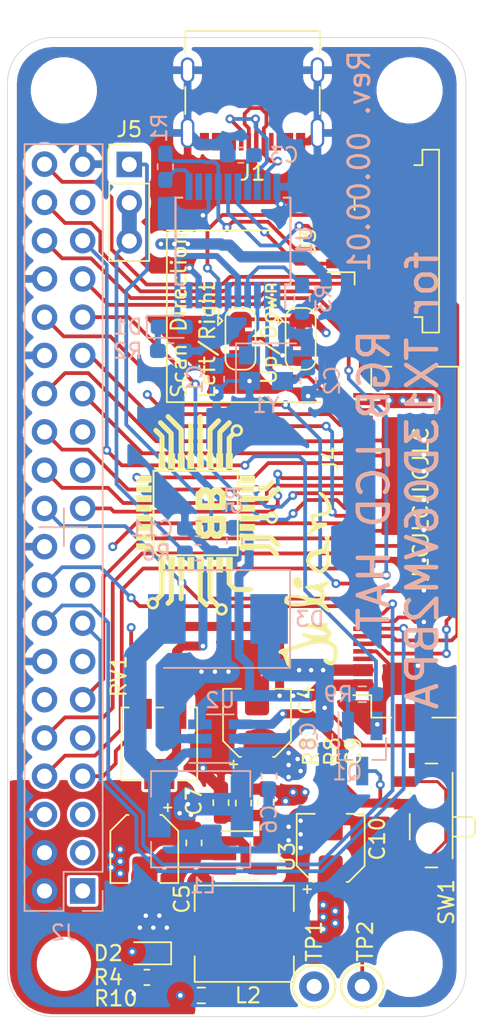
<source format=kicad_pcb>
(kicad_pcb (version 20171130) (host pcbnew "(5.1.4)-1")

  (general
    (thickness 1.6)
    (drawings 18)
    (tracks 713)
    (zones 0)
    (modules 48)
    (nets 67)
  )

  (page A4)
  (layers
    (0 F.Cu signal)
    (1 In1.Cu power)
    (2 In2.Cu power)
    (31 B.Cu signal)
    (32 B.Adhes user hide)
    (33 F.Adhes user hide)
    (34 B.Paste user hide)
    (35 F.Paste user hide)
    (36 B.SilkS user)
    (37 F.SilkS user)
    (38 B.Mask user hide)
    (39 F.Mask user hide)
    (40 Dwgs.User user hide)
    (41 Cmts.User user hide)
    (42 Eco1.User user hide)
    (43 Eco2.User user hide)
    (44 Edge.Cuts user)
    (45 Margin user hide)
    (46 B.CrtYd user hide)
    (47 F.CrtYd user hide)
    (48 B.Fab user hide)
    (49 F.Fab user hide)
  )

  (setup
    (last_trace_width 0.25)
    (user_trace_width 0.4)
    (user_trace_width 0.5)
    (user_trace_width 0.6)
    (user_trace_width 0.75)
    (user_trace_width 1)
    (user_trace_width 1.2)
    (user_trace_width 1.5)
    (user_trace_width 1.75)
    (user_trace_width 2)
    (user_trace_width 2.5)
    (trace_clearance 0.2)
    (zone_clearance 0.127)
    (zone_45_only no)
    (trace_min 0)
    (via_size 0.6)
    (via_drill 0.3)
    (via_min_size 0.4)
    (via_min_drill 0.3)
    (user_via 1.5 0.9)
    (user_via 2 1.8)
    (blind_buried_vias_allowed yes)
    (uvia_size 0.3)
    (uvia_drill 0.1)
    (uvias_allowed no)
    (uvia_min_size 0.2)
    (uvia_min_drill 0.1)
    (edge_width 0.05)
    (segment_width 0.2)
    (pcb_text_width 0.3)
    (pcb_text_size 1.5 1.5)
    (mod_edge_width 0.12)
    (mod_text_size 1 1)
    (mod_text_width 0.15)
    (pad_size 3.2 3.2)
    (pad_drill 3.2)
    (pad_to_mask_clearance 0.051)
    (solder_mask_min_width 0.25)
    (aux_axis_origin 0 0)
    (visible_elements 7FFFFFFF)
    (pcbplotparams
      (layerselection 0x010fc_ffffffff)
      (usegerberextensions true)
      (usegerberattributes false)
      (usegerberadvancedattributes false)
      (creategerberjobfile false)
      (excludeedgelayer true)
      (linewidth 0.100000)
      (plotframeref false)
      (viasonmask false)
      (mode 1)
      (useauxorigin false)
      (hpglpennumber 1)
      (hpglpenspeed 20)
      (hpglpendiameter 15.000000)
      (psnegative false)
      (psa4output false)
      (plotreference true)
      (plotvalue true)
      (plotinvisibletext false)
      (padsonsilk false)
      (subtractmaskfromsilk false)
      (outputformat 1)
      (mirror false)
      (drillshape 0)
      (scaleselection 1)
      (outputdirectory "Gerber/"))
  )

  (net 0 "")
  (net 1 GND)
  (net 2 "Net-(C1-Pad1)")
  (net 3 "Net-(C2-Pad1)")
  (net 4 "Net-(C3-Pad2)")
  (net 5 +5V)
  (net 6 LED+)
  (net 7 +3.3VP)
  (net 8 "Net-(C9-Pad2)")
  (net 9 "Net-(D1-Pad2)")
  (net 10 "Net-(D1-Pad1)")
  (net 11 "Net-(D2-Pad1)")
  (net 12 "Net-(D3-Pad2)")
  (net 13 VSYNC)
  (net 14 HSYNC)
  (net 15 Blue0)
  (net 16 Green2)
  (net 17 Green3)
  (net 18 Green5)
  (net 19 "Net-(J2-Pad12)")
  (net 20 "Net-(J2-Pad13)")
  (net 21 Red2)
  (net 22 Red3)
  (net 23 Red4)
  (net 24 Blue5)
  (net 25 Red5)
  (net 26 Blue4)
  (net 27 Blue3)
  (net 28 CLK)
  (net 29 DEN)
  (net 30 Blue1)
  (net 31 Blue2)
  (net 32 Green0)
  (net 33 Green1)
  (net 34 Green4)
  (net 35 "Net-(J2-Pad37)")
  (net 36 Red0)
  (net 37 Red1)
  (net 38 "Net-(J3-Pad1)")
  (net 39 "Net-(J3-Pad2)")
  (net 40 "Net-(J3-Pad3)")
  (net 41 "Net-(J3-Pad4)")
  (net 42 LED-)
  (net 43 "Net-(J4-Pad5)")
  (net 44 L_R)
  (net 45 U_D)
  (net 46 "Net-(L2-Pad1)")
  (net 47 "Net-(R1-Pad1)")
  (net 48 "Net-(R3-Pad2)")
  (net 49 "Net-(U1-Pad10)")
  (net 50 "Net-(U1-Pad12)")
  (net 51 RV2)
  (net 52 "Net-(J2-Pad1)")
  (net 53 "Net-(J2-Pad17)")
  (net 54 "Net-(J1-PadB5)")
  (net 55 "Net-(J1-PadA6)")
  (net 56 "Net-(J1-PadA8)")
  (net 57 "Net-(J1-PadA5)")
  (net 58 "Net-(J1-PadB8)")
  (net 59 "Net-(J1-PadA7)")
  (net 60 "Net-(J1-PadA4)")
  (net 61 "Net-(J2-Pad19)")
  (net 62 "Net-(J2-Pad23)")
  (net 63 BL_ENABLE)
  (net 64 "Net-(Q1-Pad3)")
  (net 65 "Net-(Q1-Pad1)")
  (net 66 "Net-(R10-Pad2)")

  (net_class Default "Dies ist die voreingestellte Netzklasse."
    (clearance 0.2)
    (trace_width 0.25)
    (via_dia 0.6)
    (via_drill 0.3)
    (uvia_dia 0.3)
    (uvia_drill 0.1)
    (add_net +3.3VP)
    (add_net +5V)
    (add_net BL_ENABLE)
    (add_net Blue0)
    (add_net Blue1)
    (add_net Blue2)
    (add_net Blue3)
    (add_net Blue4)
    (add_net Blue5)
    (add_net CLK)
    (add_net DEN)
    (add_net GND)
    (add_net Green0)
    (add_net Green1)
    (add_net Green2)
    (add_net Green3)
    (add_net Green4)
    (add_net Green5)
    (add_net HSYNC)
    (add_net LED+)
    (add_net LED-)
    (add_net L_R)
    (add_net "Net-(C1-Pad1)")
    (add_net "Net-(C2-Pad1)")
    (add_net "Net-(C3-Pad2)")
    (add_net "Net-(C9-Pad2)")
    (add_net "Net-(D1-Pad1)")
    (add_net "Net-(D1-Pad2)")
    (add_net "Net-(D2-Pad1)")
    (add_net "Net-(D3-Pad2)")
    (add_net "Net-(J1-PadA4)")
    (add_net "Net-(J1-PadA5)")
    (add_net "Net-(J1-PadA6)")
    (add_net "Net-(J1-PadA7)")
    (add_net "Net-(J1-PadA8)")
    (add_net "Net-(J1-PadB5)")
    (add_net "Net-(J1-PadB8)")
    (add_net "Net-(J2-Pad1)")
    (add_net "Net-(J2-Pad12)")
    (add_net "Net-(J2-Pad13)")
    (add_net "Net-(J2-Pad17)")
    (add_net "Net-(J2-Pad19)")
    (add_net "Net-(J2-Pad23)")
    (add_net "Net-(J2-Pad37)")
    (add_net "Net-(J3-Pad1)")
    (add_net "Net-(J3-Pad2)")
    (add_net "Net-(J3-Pad3)")
    (add_net "Net-(J3-Pad4)")
    (add_net "Net-(J4-Pad5)")
    (add_net "Net-(L2-Pad1)")
    (add_net "Net-(Q1-Pad1)")
    (add_net "Net-(Q1-Pad3)")
    (add_net "Net-(R1-Pad1)")
    (add_net "Net-(R10-Pad2)")
    (add_net "Net-(R3-Pad2)")
    (add_net "Net-(U1-Pad10)")
    (add_net "Net-(U1-Pad12)")
    (add_net RV2)
    (add_net Red0)
    (add_net Red1)
    (add_net Red2)
    (add_net Red3)
    (add_net Red4)
    (add_net Red5)
    (add_net U_D)
    (add_net VSYNC)
  )

  (module footprints:julian_logo_4mm (layer F.Cu) (tedit 0) (tstamp 6031F634)
    (at 60 71 90)
    (path /6032B777)
    (fp_text reference LOGO2 (at 0 0 90) (layer F.SilkS) hide
      (effects (font (size 1.524 1.524) (thickness 0.3)))
    )
    (fp_text value Logo (at 0.75 0 90) (layer F.SilkS) hide
      (effects (font (size 1.524 1.524) (thickness 0.3)))
    )
    (fp_poly (pts (xy 0.050358 -1.037212) (xy 0.096866 -1.007816) (xy 0.125468 -0.962518) (xy 0.170237 -0.840931)
      (xy 0.188566 -0.712649) (xy 0.177518 -0.601655) (xy 0.171788 -0.584325) (xy 0.115864 -0.51127)
      (xy 0.017613 -0.453204) (xy -0.110047 -0.413548) (xy -0.254195 -0.395723) (xy -0.401914 -0.40315)
      (xy -0.465666 -0.415533) (xy -0.541773 -0.448079) (xy -0.581164 -0.506747) (xy -0.59266 -0.604905)
      (xy -0.592666 -0.608068) (xy -0.577767 -0.717316) (xy -0.525117 -0.809446) (xy -0.516034 -0.820519)
      (xy -0.420936 -0.902808) (xy -0.292419 -0.97456) (xy -0.153509 -1.025216) (xy -0.028142 -1.044222)
      (xy 0.050358 -1.037212)) (layer F.SilkS) (width 0.01))
    (fp_poly (pts (xy 1.490546 -0.092159) (xy 1.540756 -0.070555) (xy 1.626628 -0.032911) (xy 1.691856 -0.007314)
      (xy 1.718018 0) (xy 1.768271 0.026789) (xy 1.822616 0.10237) (xy 1.877846 0.219563)
      (xy 1.930755 0.371191) (xy 1.978136 0.550073) (xy 1.991851 0.61308) (xy 2.028365 0.776319)
      (xy 2.065361 0.894598) (xy 2.11132 0.978831) (xy 2.174724 1.039932) (xy 2.264055 1.088816)
      (xy 2.387796 1.136396) (xy 2.40255 1.141559) (xy 2.520738 1.175676) (xy 2.607438 1.180223)
      (xy 2.67974 1.154374) (xy 2.720468 1.126188) (xy 2.781901 1.089732) (xy 2.830286 1.080553)
      (xy 2.83315 1.081429) (xy 2.866454 1.120195) (xy 2.889101 1.193826) (xy 2.896634 1.281084)
      (xy 2.888779 1.346441) (xy 2.870978 1.417367) (xy 2.599656 1.401458) (xy 2.457137 1.391102)
      (xy 2.313376 1.377345) (xy 2.192921 1.362635) (xy 2.160974 1.357741) (xy 2.047168 1.344106)
      (xy 1.963556 1.349379) (xy 1.896472 1.370523) (xy 1.831206 1.388663) (xy 1.732027 1.401097)
      (xy 1.591808 1.408375) (xy 1.403422 1.411051) (xy 1.372387 1.411089) (xy 1.202624 1.410248)
      (xy 1.078215 1.406947) (xy 0.988083 1.399988) (xy 0.92115 1.388172) (xy 0.86634 1.3703)
      (xy 0.826091 1.351988) (xy 0.677902 1.249429) (xy 0.548259 1.101204) (xy 0.477068 0.982466)
      (xy 0.437738 0.863634) (xy 0.439007 0.769079) (xy 0.649111 0.769079) (xy 0.670799 0.821148)
      (xy 0.728653 0.894184) (xy 0.811859 0.977869) (xy 0.909603 1.061886) (xy 1.011071 1.135915)
      (xy 1.072445 1.173002) (xy 1.149778 1.209947) (xy 1.224081 1.229805) (xy 1.316605 1.236407)
      (xy 1.415291 1.234813) (xy 1.540582 1.226779) (xy 1.623566 1.210843) (xy 1.678176 1.183916)
      (xy 1.690458 1.173825) (xy 1.727371 1.129107) (xy 1.744574 1.072589) (xy 1.741733 0.994052)
      (xy 1.718517 0.883274) (xy 1.676179 0.735234) (xy 1.60015 0.515466) (xy 1.520128 0.339169)
      (xy 1.438077 0.208999) (xy 1.355962 0.12761) (xy 1.275747 0.097658) (xy 1.215142 0.11204)
      (xy 1.166433 0.149534) (xy 1.094913 0.218613) (xy 1.00891 0.309611) (xy 0.916752 0.412862)
      (xy 0.826766 0.518699) (xy 0.747279 0.617455) (xy 0.686619 0.699466) (xy 0.653113 0.755063)
      (xy 0.649111 0.769079) (xy 0.439007 0.769079) (xy 0.43945 0.736074) (xy 0.483882 0.594533)
      (xy 0.572715 0.433756) (xy 0.707629 0.248492) (xy 0.714494 0.239889) (xy 0.824694 0.110291)
      (xy 0.920787 0.017784) (xy 1.016478 -0.049658) (xy 1.086556 -0.086508) (xy 1.218092 -0.13089)
      (xy 1.347253 -0.132966) (xy 1.490546 -0.092159)) (layer F.SilkS) (width 0.01))
    (fp_poly (pts (xy -1.264991 -1.571908) (xy -1.1737 -1.541783) (xy -1.106779 -1.483294) (xy -1.059374 -1.389667)
      (xy -1.026632 -1.254127) (xy -1.003701 -1.069899) (xy -1.00138 -1.044222) (xy -0.997108 -0.832483)
      (xy -1.015768 -0.597032) (xy -1.054279 -0.364247) (xy -1.101981 -0.183042) (xy -1.155026 0.005024)
      (xy -1.198532 0.207975) (xy -1.228658 0.404473) (xy -1.241564 0.573179) (xy -1.241777 0.593549)
      (xy -1.230038 0.716595) (xy -1.190202 0.7948) (xy -1.115347 0.835647) (xy -1.007549 0.846667)
      (xy -0.899347 0.824738) (xy -0.809259 0.757527) (xy -0.736131 0.642899) (xy -0.678812 0.47872)
      (xy -0.636148 0.262853) (xy -0.619111 0.127) (xy -0.597828 -0.022549) (xy -0.569522 -0.122207)
      (xy -0.53136 -0.178371) (xy -0.480507 -0.19744) (xy -0.475376 -0.197555) (xy -0.445664 -0.178877)
      (xy -0.41774 -0.120039) (xy -0.390455 -0.016833) (xy -0.36266 0.134945) (xy -0.337576 0.306755)
      (xy -0.289932 0.590322) (xy -0.227471 0.855127) (xy -0.187504 0.987778) (xy -0.13212 1.160202)
      (xy -0.096541 1.286668) (xy -0.080288 1.373894) (xy -0.082881 1.428595) (xy -0.103842 1.45749)
      (xy -0.142692 1.467294) (xy -0.1533 1.467556) (xy -0.22648 1.441357) (xy -0.276615 1.389945)
      (xy -0.324998 1.313767) (xy -0.377202 1.221026) (xy -0.389363 1.197557) (xy -0.437612 1.108748)
      (xy -0.482142 1.055297) (xy -0.536576 1.032592) (xy -0.614539 1.036025) (xy -0.729653 1.060984)
      (xy -0.766037 1.070098) (xy -0.932791 1.107763) (xy -1.060805 1.124116) (xy -1.163731 1.118852)
      (xy -1.25522 1.091661) (xy -1.323046 1.057553) (xy -1.446648 0.986896) (xy -1.577046 1.108494)
      (xy -1.696964 1.20939) (xy -1.819766 1.293887) (xy -1.936423 1.357716) (xy -2.037905 1.396607)
      (xy -2.115181 1.406292) (xy -2.158647 1.383461) (xy -2.1515 1.347641) (xy -2.114786 1.281794)
      (xy -2.056921 1.19764) (xy -1.986323 1.106902) (xy -1.91141 1.021301) (xy -1.864998 0.974541)
      (xy -1.744044 0.837686) (xy -1.67154 0.694314) (xy -1.640386 0.527914) (xy -1.637926 0.44653)
      (xy -1.645205 0.304649) (xy -1.662997 0.149247) (xy -1.681755 0.042334) (xy -1.69999 -0.061407)
      (xy -1.719267 -0.203864) (xy -1.737458 -0.367399) (xy -1.752436 -0.534374) (xy -1.754301 -0.558996)
      (xy -1.763345 -0.743793) (xy -1.537241 -0.743793) (xy -1.537201 -0.691444) (xy -1.534652 -0.495816)
      (xy -1.526936 -0.350305) (xy -1.512514 -0.248701) (xy -1.489848 -0.184793) (xy -1.457398 -0.152371)
      (xy -1.413625 -0.145226) (xy -1.402146 -0.146454) (xy -1.36486 -0.162875) (xy -1.331816 -0.207428)
      (xy -1.296419 -0.290812) (xy -1.274991 -0.352777) (xy -1.230449 -0.526124) (xy -1.202587 -0.732415)
      (xy -1.193702 -0.861983) (xy -1.187422 -0.999083) (xy -1.186175 -1.092285) (xy -1.19165 -1.154037)
      (xy -1.205535 -1.196786) (xy -1.229517 -1.232979) (xy -1.246808 -1.253655) (xy -1.319214 -1.310038)
      (xy -1.38974 -1.310357) (xy -1.456512 -1.254992) (xy -1.489031 -1.2045) (xy -1.508803 -1.159033)
      (xy -1.522561 -1.100333) (xy -1.531254 -1.018296) (xy -1.535831 -0.902818) (xy -1.537241 -0.743793)
      (xy -1.763345 -0.743793) (xy -1.766071 -0.799488) (xy -1.761075 -0.996974) (xy -1.737615 -1.162845)
      (xy -1.693991 -1.308494) (xy -1.628502 -1.445311) (xy -1.61978 -1.4605) (xy -1.578209 -1.527689)
      (xy -1.541126 -1.563484) (xy -1.489218 -1.57777) (xy -1.403177 -1.580436) (xy -1.385505 -1.580444)
      (xy -1.264991 -1.571908)) (layer F.SilkS) (width 0.01))
    (fp_poly (pts (xy 3.080878 -0.066975) (xy 3.170989 -0.021914) (xy 3.269914 0.061914) (xy 3.351241 0.155256)
      (xy 3.422317 0.241114) (xy 3.482992 0.290236) (xy 3.548141 0.305645) (xy 3.632641 0.290364)
      (xy 3.751366 0.247417) (xy 3.769378 0.240244) (xy 3.985618 0.17928) (xy 4.152592 0.162633)
      (xy 4.360334 0.155223) (xy 4.367617 0.282223) (xy 4.379332 0.405958) (xy 4.400584 0.560889)
      (xy 4.428004 0.727206) (xy 4.458223 0.8851) (xy 4.487871 1.014764) (xy 4.499122 1.055308)
      (xy 4.547168 1.177051) (xy 4.609111 1.257051) (xy 4.690753 1.296407) (xy 4.797896 1.296222)
      (xy 4.936342 1.257596) (xy 5.111894 1.18163) (xy 5.126786 1.174425) (xy 5.263786 1.103316)
      (xy 5.367329 1.036283) (xy 5.457206 0.958672) (xy 5.546027 0.863981) (xy 5.650552 0.757016)
      (xy 5.73337 0.695448) (xy 5.791979 0.679285) (xy 5.823874 0.708537) (xy 5.826549 0.783212)
      (xy 5.809552 0.86304) (xy 5.754074 0.978888) (xy 5.654328 1.103122) (xy 5.520067 1.227758)
      (xy 5.361042 1.344808) (xy 5.187003 1.44629) (xy 5.007703 1.524217) (xy 4.997971 1.52763)
      (xy 4.869816 1.561187) (xy 4.736254 1.578377) (xy 4.612135 1.579107) (xy 4.512308 1.563284)
      (xy 4.45184 1.531056) (xy 4.379938 1.421458) (xy 4.317203 1.269108) (xy 4.268103 1.0875)
      (xy 4.237104 0.890131) (xy 4.235999 0.878946) (xy 4.210792 0.679589) (xy 4.177285 0.534196)
      (xy 4.133555 0.440649) (xy 4.077679 0.396827) (xy 4.007735 0.400613) (xy 3.921799 0.449888)
      (xy 3.878707 0.485187) (xy 3.776116 0.575263) (xy 3.786003 0.898351) (xy 3.789218 1.042015)
      (xy 3.787794 1.139317) (xy 3.780749 1.200222) (xy 3.7671 1.234694) (xy 3.751369 1.24956)
      (xy 3.68929 1.259407) (xy 3.622932 1.22186) (xy 3.560782 1.144507) (xy 3.511325 1.034935)
      (xy 3.511319 1.034918) (xy 3.477306 0.938092) (xy 3.438374 0.844642) (xy 3.389027 0.743869)
      (xy 3.323768 0.625074) (xy 3.237101 0.477559) (xy 3.157201 0.345663) (xy 3.084875 0.224341)
      (xy 3.024806 0.118153) (xy 2.982584 0.037384) (xy 2.963796 -0.00768) (xy 2.963334 -0.011151)
      (xy 2.986201 -0.054093) (xy 3.008242 -0.067638) (xy 3.080878 -0.066975)) (layer F.SilkS) (width 0.01))
    (fp_poly (pts (xy -4.788827 -1.970094) (xy -4.722839 -1.951831) (xy -4.671129 -1.902911) (xy -4.637045 -1.848555)
      (xy -4.591626 -1.744633) (xy -4.559677 -1.630872) (xy -4.555936 -1.608666) (xy -4.541015 -1.536349)
      (xy -4.511601 -1.422065) (xy -4.470387 -1.274433) (xy -4.420067 -1.102069) (xy -4.363335 -0.91359)
      (xy -4.302883 -0.717615) (xy -4.241406 -0.52276) (xy -4.181596 -0.337643) (xy -4.126147 -0.170881)
      (xy -4.077752 -0.031091) (xy -4.039106 0.073108) (xy -4.0129 0.133101) (xy -4.009949 0.138168)
      (xy -3.971279 0.167589) (xy -3.930547 0.146476) (xy -3.893484 0.0802) (xy -3.872737 0.009567)
      (xy -3.833513 -0.156711) (xy -3.798864 -0.274991) (xy -3.764528 -0.35302) (xy -3.726242 -0.398548)
      (xy -3.679742 -0.419325) (xy -3.634574 -0.423333) (xy -3.581919 -0.39884) (xy -3.548621 -0.336888)
      (xy -3.540304 -0.254768) (xy -3.556501 -0.183444) (xy -3.580583 -0.111893) (xy -3.601333 -0.021187)
      (xy -3.619804 0.096401) (xy -3.637049 0.248597) (xy -3.654121 0.443127) (xy -3.668781 0.640378)
      (xy -3.681006 0.836552) (xy -3.685665 0.983382) (xy -3.681768 1.087583) (xy -3.668324 1.15587)
      (xy -3.644342 1.194961) (xy -3.608831 1.21157) (xy -3.584222 1.213556) (xy -3.55491 1.209433)
      (xy -3.528764 1.19209) (xy -3.501899 1.154065) (xy -3.47043 1.087899) (xy -3.430472 0.98613)
      (xy -3.37814 0.841296) (xy -3.352488 0.768541) (xy -3.294946 0.600828) (xy -3.25263 0.465079)
      (xy -3.220185 0.3407) (xy -3.192255 0.207097) (xy -3.163485 0.043676) (xy -3.162572 0.038209)
      (xy -3.139222 -0.087219) (xy -3.116954 -0.167552) (xy -3.091493 -0.213884) (xy -3.058564 -0.23731)
      (xy -3.056026 -0.238318) (xy -3.000476 -0.234623) (xy -2.965782 -0.2121) (xy -2.950173 -0.186993)
      (xy -2.937675 -0.141769) (xy -2.927592 -0.069383) (xy -2.91923 0.037207) (xy -2.911896 0.185046)
      (xy -2.904894 0.381175) (xy -2.903777 0.416882) (xy -2.896809 0.597994) (xy -2.88782 0.764211)
      (xy -2.87755 0.905666) (xy -2.866736 1.012493) (xy -2.856119 1.074824) (xy -2.853984 1.081338)
      (xy -2.830114 1.165802) (xy -2.822222 1.233151) (xy -2.822222 1.305516) (xy -3.20492 1.267806)
      (xy -3.293148 1.392975) (xy -3.392017 1.495428) (xy -3.505396 1.543507) (xy -3.632564 1.537193)
      (xy -3.772799 1.476461) (xy -3.867016 1.410658) (xy -3.972353 1.32723) (xy -4.081591 1.514019)
      (xy -4.190019 1.672171) (xy -4.311914 1.804109) (xy -4.436976 1.900115) (xy -4.540316 1.946842)
      (xy -4.669818 1.967728) (xy -4.833682 1.972032) (xy -5.012529 1.960439) (xy -5.186981 1.933633)
      (xy -5.237725 1.922197) (xy -5.424263 1.86131) (xy -5.560204 1.782007) (xy -5.648987 1.682179)
      (xy -5.659284 1.663703) (xy -5.683262 1.565731) (xy -5.672599 1.448361) (xy -5.633758 1.324323)
      (xy -5.573205 1.206346) (xy -5.497402 1.10716) (xy -5.412813 1.039494) (xy -5.330385 1.016)
      (xy -5.267219 1.025241) (xy -5.23527 1.044144) (xy -5.238366 1.080948) (xy -5.261507 1.155178)
      (xy -5.300229 1.253419) (xy -5.319584 1.297547) (xy -5.369723 1.414339) (xy -5.395988 1.493128)
      (xy -5.401348 1.545564) (xy -5.391296 1.578853) (xy -5.334878 1.633233) (xy -5.232075 1.669479)
      (xy -5.080418 1.688105) (xy -4.877442 1.689623) (xy -4.861032 1.689095) (xy -4.574601 1.679223)
      (xy -4.463166 1.570351) (xy -4.37356 1.467372) (xy -4.308929 1.352945) (xy -4.26613 1.216535)
      (xy -4.242024 1.047608) (xy -4.233469 0.835628) (xy -4.233333 0.799469) (xy -4.235109 0.658807)
      (xy -4.24177 0.532296) (xy -4.255314 0.410407) (xy -4.277741 0.283607) (xy -4.311049 0.142365)
      (xy -4.357238 -0.022848) (xy -4.418306 -0.221565) (xy -4.496253 -0.463316) (xy -4.501635 -0.479777)
      (xy -4.555881 -0.647118) (xy -4.607606 -0.80939) (xy -4.652629 -0.953282) (xy -4.686769 -1.065484)
      (xy -4.70105 -1.114777) (xy -4.731464 -1.21814) (xy -4.762028 -1.290091) (xy -4.80188 -1.333512)
      (xy -4.860158 -1.351287) (xy -4.946 -1.346296) (xy -5.068541 -1.321424) (xy -5.229435 -1.281456)
      (xy -5.406633 -1.236498) (xy -5.537071 -1.204033) (xy -5.628705 -1.182691) (xy -5.689491 -1.171103)
      (xy -5.727383 -1.167901) (xy -5.750339 -1.171714) (xy -5.766314 -1.181175) (xy -5.774287 -1.187692)
      (xy -5.796426 -1.21802) (xy -5.787382 -1.260599) (xy -5.76409 -1.304037) (xy -5.727292 -1.356737)
      (xy -5.679438 -1.399505) (xy -5.610057 -1.437922) (xy -5.508677 -1.477572) (xy -5.364828 -1.524038)
      (xy -5.333556 -1.533575) (xy -5.14987 -1.603338) (xy -5.017759 -1.686886) (xy -4.933372 -1.787321)
      (xy -4.896881 -1.885428) (xy -4.877582 -1.948637) (xy -4.843754 -1.971216) (xy -4.788827 -1.970094)) (layer F.SilkS) (width 0.01))
  )

  (module TestPoint:TestPoint_Keystone_5000-5004_Miniature (layer F.Cu) (tedit 5A0F774F) (tstamp 6032B1DF)
    (at 63.6 98)
    (descr "Keystone Miniature THM Test Point 5000-5004, http://www.keyelco.com/product-pdf.cfm?p=1309")
    (tags "Through Hole Mount Test Points")
    (path /611790C2)
    (fp_text reference TP2 (at 0.2 -3 90) (layer F.SilkS)
      (effects (font (size 1 1) (thickness 0.15)))
    )
    (fp_text value BG_LEDS (at 0 2.5) (layer F.Fab)
      (effects (font (size 1 1) (thickness 0.15)))
    )
    (fp_text user %R (at 0 -2.5) (layer F.Fab)
      (effects (font (size 1 1) (thickness 0.15)))
    )
    (fp_line (start -0.75 -0.25) (end 0.75 -0.25) (layer F.Fab) (width 0.15))
    (fp_line (start 0.75 -0.25) (end 0.75 0.25) (layer F.Fab) (width 0.15))
    (fp_line (start 0.75 0.25) (end -0.75 0.25) (layer F.Fab) (width 0.15))
    (fp_line (start -0.75 0.25) (end -0.75 -0.25) (layer F.Fab) (width 0.15))
    (fp_circle (center 0 0) (end 1.65 0) (layer F.CrtYd) (width 0.05))
    (fp_circle (center 0 0) (end 1.25 0) (layer F.Fab) (width 0.15))
    (fp_circle (center 0 0) (end 1.4 0) (layer F.SilkS) (width 0.15))
    (pad 1 thru_hole circle (at 0 0) (size 2 2) (drill 1) (layers *.Cu *.Mask)
      (net 6 LED+))
    (model ${KISYS3DMOD}/TestPoint.3dshapes/TestPoint_Keystone_5000-5004_Miniature.wrl
      (at (xyz 0 0 0))
      (scale (xyz 1 1 1))
      (rotate (xyz 0 0 0))
    )
  )

  (module TestPoint:TestPoint_Keystone_5000-5004_Miniature (layer F.Cu) (tedit 5A0F774F) (tstamp 603297A7)
    (at 60.4 98)
    (descr "Keystone Miniature THM Test Point 5000-5004, http://www.keyelco.com/product-pdf.cfm?p=1309")
    (tags "Through Hole Mount Test Points")
    (path /60E25800)
    (fp_text reference TP1 (at 0 -3 90) (layer F.SilkS)
      (effects (font (size 1 1) (thickness 0.15)))
    )
    (fp_text value 3V3_DISPLAY (at 0 2.5) (layer F.Fab)
      (effects (font (size 1 1) (thickness 0.15)))
    )
    (fp_text user %R (at 0 -2.5) (layer F.Fab)
      (effects (font (size 1 1) (thickness 0.15)))
    )
    (fp_line (start -0.75 -0.25) (end 0.75 -0.25) (layer F.Fab) (width 0.15))
    (fp_line (start 0.75 -0.25) (end 0.75 0.25) (layer F.Fab) (width 0.15))
    (fp_line (start 0.75 0.25) (end -0.75 0.25) (layer F.Fab) (width 0.15))
    (fp_line (start -0.75 0.25) (end -0.75 -0.25) (layer F.Fab) (width 0.15))
    (fp_circle (center 0 0) (end 1.65 0) (layer F.CrtYd) (width 0.05))
    (fp_circle (center 0 0) (end 1.25 0) (layer F.Fab) (width 0.15))
    (fp_circle (center 0 0) (end 1.4 0) (layer F.SilkS) (width 0.15))
    (pad 1 thru_hole circle (at 0 0) (size 2 2) (drill 1) (layers *.Cu *.Mask)
      (net 7 +3.3VP))
    (model ${KISYS3DMOD}/TestPoint.3dshapes/TestPoint_Keystone_5000-5004_Miniature.wrl
      (at (xyz 0 0 0))
      (scale (xyz 1 1 1))
      (rotate (xyz 0 0 0))
    )
  )

  (module Resistor_SMD:R_0603_1608Metric_Pad0.98x0.95mm_HandSolder (layer F.Cu) (tedit 5F68FEEE) (tstamp 60325E52)
    (at 52.8875 98.6)
    (descr "Resistor SMD 0603 (1608 Metric), square (rectangular) end terminal, IPC_7351 nominal with elongated pad for handsoldering. (Body size source: IPC-SM-782 page 72, https://www.pcb-3d.com/wordpress/wp-content/uploads/ipc-sm-782a_amendment_1_and_2.pdf), generated with kicad-footprint-generator")
    (tags "resistor handsolder")
    (path /60C60D4C)
    (attr smd)
    (fp_text reference R10 (at -5.6875 0.2) (layer F.SilkS)
      (effects (font (size 1 1) (thickness 0.15)))
    )
    (fp_text value 100k (at 0 1.43) (layer F.Fab)
      (effects (font (size 1 1) (thickness 0.15)))
    )
    (fp_text user %R (at 0 0) (layer F.Fab)
      (effects (font (size 0.4 0.4) (thickness 0.06)))
    )
    (fp_line (start -0.8 0.4125) (end -0.8 -0.4125) (layer F.Fab) (width 0.1))
    (fp_line (start -0.8 -0.4125) (end 0.8 -0.4125) (layer F.Fab) (width 0.1))
    (fp_line (start 0.8 -0.4125) (end 0.8 0.4125) (layer F.Fab) (width 0.1))
    (fp_line (start 0.8 0.4125) (end -0.8 0.4125) (layer F.Fab) (width 0.1))
    (fp_line (start -0.254724 -0.5225) (end 0.254724 -0.5225) (layer F.SilkS) (width 0.12))
    (fp_line (start -0.254724 0.5225) (end 0.254724 0.5225) (layer F.SilkS) (width 0.12))
    (fp_line (start -1.65 0.73) (end -1.65 -0.73) (layer F.CrtYd) (width 0.05))
    (fp_line (start -1.65 -0.73) (end 1.65 -0.73) (layer F.CrtYd) (width 0.05))
    (fp_line (start 1.65 -0.73) (end 1.65 0.73) (layer F.CrtYd) (width 0.05))
    (fp_line (start 1.65 0.73) (end -1.65 0.73) (layer F.CrtYd) (width 0.05))
    (pad 2 smd roundrect (at 0.9125 0) (size 0.975 0.95) (layers F.Cu F.Paste F.Mask) (roundrect_rratio 0.25)
      (net 66 "Net-(R10-Pad2)"))
    (pad 1 smd roundrect (at -0.9125 0) (size 0.975 0.95) (layers F.Cu F.Paste F.Mask) (roundrect_rratio 0.25)
      (net 5 +5V))
    (model ${KISYS3DMOD}/Resistor_SMD.3dshapes/R_0603_1608Metric.wrl
      (at (xyz 0 0 0))
      (scale (xyz 1 1 1))
      (rotate (xyz 0 0 0))
    )
  )

  (module Resistor_SMD:R_0603_1608Metric_Pad0.98x0.95mm_HandSolder (layer B.Cu) (tedit 5F68FEEE) (tstamp 60325E41)
    (at 63.6 78.6)
    (descr "Resistor SMD 0603 (1608 Metric), square (rectangular) end terminal, IPC_7351 nominal with elongated pad for handsoldering. (Body size source: IPC-SM-782 page 72, https://www.pcb-3d.com/wordpress/wp-content/uploads/ipc-sm-782a_amendment_1_and_2.pdf), generated with kicad-footprint-generator")
    (tags "resistor handsolder")
    (path /60CA8B3D)
    (attr smd)
    (fp_text reference R9 (at -1.6 0) (layer B.SilkS)
      (effects (font (size 1 1) (thickness 0.15)) (justify mirror))
    )
    (fp_text value 100k (at 0 -1.43) (layer B.Fab)
      (effects (font (size 1 1) (thickness 0.15)) (justify mirror))
    )
    (fp_text user %R (at 0 0) (layer B.Fab)
      (effects (font (size 0.4 0.4) (thickness 0.06)) (justify mirror))
    )
    (fp_line (start -0.8 -0.4125) (end -0.8 0.4125) (layer B.Fab) (width 0.1))
    (fp_line (start -0.8 0.4125) (end 0.8 0.4125) (layer B.Fab) (width 0.1))
    (fp_line (start 0.8 0.4125) (end 0.8 -0.4125) (layer B.Fab) (width 0.1))
    (fp_line (start 0.8 -0.4125) (end -0.8 -0.4125) (layer B.Fab) (width 0.1))
    (fp_line (start -0.254724 0.5225) (end 0.254724 0.5225) (layer B.SilkS) (width 0.12))
    (fp_line (start -0.254724 -0.5225) (end 0.254724 -0.5225) (layer B.SilkS) (width 0.12))
    (fp_line (start -1.65 -0.73) (end -1.65 0.73) (layer B.CrtYd) (width 0.05))
    (fp_line (start -1.65 0.73) (end 1.65 0.73) (layer B.CrtYd) (width 0.05))
    (fp_line (start 1.65 0.73) (end 1.65 -0.73) (layer B.CrtYd) (width 0.05))
    (fp_line (start 1.65 -0.73) (end -1.65 -0.73) (layer B.CrtYd) (width 0.05))
    (pad 2 smd roundrect (at 0.9125 0) (size 0.975 0.95) (layers B.Cu B.Paste B.Mask) (roundrect_rratio 0.25)
      (net 63 BL_ENABLE))
    (pad 1 smd roundrect (at -0.9125 0) (size 0.975 0.95) (layers B.Cu B.Paste B.Mask) (roundrect_rratio 0.25)
      (net 65 "Net-(Q1-Pad1)"))
    (model ${KISYS3DMOD}/Resistor_SMD.3dshapes/R_0603_1608Metric.wrl
      (at (xyz 0 0 0))
      (scale (xyz 1 1 1))
      (rotate (xyz 0 0 0))
    )
  )

  (module Package_TO_SOT_SMD:SOT-23_Handsoldering (layer B.Cu) (tedit 5A0AB76C) (tstamp 60325D30)
    (at 63.6 82.2 270)
    (descr "SOT-23, Handsoldering")
    (tags SOT-23)
    (path /60D15588)
    (attr smd)
    (fp_text reference Q1 (at 1.6 1) (layer B.SilkS)
      (effects (font (size 1 1) (thickness 0.15)) (justify mirror))
    )
    (fp_text value ATM7002KNSA (at 0 -2.5 270) (layer B.Fab)
      (effects (font (size 1 1) (thickness 0.15)) (justify mirror))
    )
    (fp_text user %R (at 0 0) (layer B.Fab)
      (effects (font (size 0.5 0.5) (thickness 0.075)) (justify mirror))
    )
    (fp_line (start 0.76 -1.58) (end 0.76 -0.65) (layer B.SilkS) (width 0.12))
    (fp_line (start 0.76 1.58) (end 0.76 0.65) (layer B.SilkS) (width 0.12))
    (fp_line (start -2.7 1.75) (end 2.7 1.75) (layer B.CrtYd) (width 0.05))
    (fp_line (start 2.7 1.75) (end 2.7 -1.75) (layer B.CrtYd) (width 0.05))
    (fp_line (start 2.7 -1.75) (end -2.7 -1.75) (layer B.CrtYd) (width 0.05))
    (fp_line (start -2.7 -1.75) (end -2.7 1.75) (layer B.CrtYd) (width 0.05))
    (fp_line (start 0.76 1.58) (end -2.4 1.58) (layer B.SilkS) (width 0.12))
    (fp_line (start -0.7 0.95) (end -0.7 -1.5) (layer B.Fab) (width 0.1))
    (fp_line (start -0.15 1.52) (end 0.7 1.52) (layer B.Fab) (width 0.1))
    (fp_line (start -0.7 0.95) (end -0.15 1.52) (layer B.Fab) (width 0.1))
    (fp_line (start 0.7 1.52) (end 0.7 -1.52) (layer B.Fab) (width 0.1))
    (fp_line (start -0.7 -1.52) (end 0.7 -1.52) (layer B.Fab) (width 0.1))
    (fp_line (start 0.76 -1.58) (end -0.7 -1.58) (layer B.SilkS) (width 0.12))
    (pad 3 smd rect (at 1.5 0 270) (size 1.9 0.8) (layers B.Cu B.Paste B.Mask)
      (net 64 "Net-(Q1-Pad3)"))
    (pad 2 smd rect (at -1.5 -0.95 270) (size 1.9 0.8) (layers B.Cu B.Paste B.Mask)
      (net 1 GND))
    (pad 1 smd rect (at -1.5 0.95 270) (size 1.9 0.8) (layers B.Cu B.Paste B.Mask)
      (net 65 "Net-(Q1-Pad1)"))
    (model ${KISYS3DMOD}/Package_TO_SOT_SMD.3dshapes/SOT-23.wrl
      (at (xyz 0 0 0))
      (scale (xyz 1 1 1))
      (rotate (xyz 0 0 0))
    )
  )

  (module Jumper:SolderJumper-3_P1.3mm_Bridged12_RoundedPad1.0x1.5mm (layer F.Cu) (tedit 5C745321) (tstamp 6031CC27)
    (at 59.5 55 270)
    (descr "SMD Solder 3-pad Jumper, 1x1.5mm rounded Pads, 0.3mm gap, pads 1-2 bridged with 1 copper strip")
    (tags "solder jumper open")
    (path /608943E0)
    (attr virtual)
    (fp_text reference JP2 (at 0 -1.8 90) (layer F.SilkS) hide
      (effects (font (size 1 1) (thickness 0.15)))
    )
    (fp_text value Jumper_3_Bridged12 (at 0 1.9 90) (layer F.Fab)
      (effects (font (size 1 1) (thickness 0.15)))
    )
    (fp_arc (start -1.35 -0.3) (end -1.35 -1) (angle -90) (layer F.SilkS) (width 0.12))
    (fp_arc (start -1.35 0.3) (end -2.05 0.3) (angle -90) (layer F.SilkS) (width 0.12))
    (fp_arc (start 1.35 0.3) (end 1.35 1) (angle -90) (layer F.SilkS) (width 0.12))
    (fp_arc (start 1.35 -0.3) (end 2.05 -0.3) (angle -90) (layer F.SilkS) (width 0.12))
    (fp_line (start -1.2 1.2) (end -0.9 1.5) (layer F.SilkS) (width 0.12))
    (fp_line (start -1.5 1.5) (end -0.9 1.5) (layer F.SilkS) (width 0.12))
    (fp_line (start -1.2 1.2) (end -1.5 1.5) (layer F.SilkS) (width 0.12))
    (fp_line (start -2.05 0.3) (end -2.05 -0.3) (layer F.SilkS) (width 0.12))
    (fp_line (start 1.4 1) (end -1.4 1) (layer F.SilkS) (width 0.12))
    (fp_line (start 2.05 -0.3) (end 2.05 0.3) (layer F.SilkS) (width 0.12))
    (fp_line (start -1.4 -1) (end 1.4 -1) (layer F.SilkS) (width 0.12))
    (fp_line (start -2.3 -1.25) (end 2.3 -1.25) (layer F.CrtYd) (width 0.05))
    (fp_line (start -2.3 -1.25) (end -2.3 1.25) (layer F.CrtYd) (width 0.05))
    (fp_line (start 2.3 1.25) (end 2.3 -1.25) (layer F.CrtYd) (width 0.05))
    (fp_line (start 2.3 1.25) (end -2.3 1.25) (layer F.CrtYd) (width 0.05))
    (fp_poly (pts (xy -0.9 -0.3) (xy -0.4 -0.3) (xy -0.4 0.3) (xy -0.9 0.3)) (layer F.Cu) (width 0))
    (pad 1 smd custom (at -1.3 0 270) (size 1 0.5) (layers F.Cu F.Mask)
      (net 7 +3.3VP) (zone_connect 2)
      (options (clearance outline) (anchor rect))
      (primitives
        (gr_circle (center 0 0.25) (end 0.5 0.25) (width 0))
        (gr_circle (center 0 -0.25) (end 0.5 -0.25) (width 0))
        (gr_poly (pts
           (xy 0.55 -0.75) (xy 0 -0.75) (xy 0 0.75) (xy 0.55 0.75)) (width 0))
      ))
    (pad 2 smd rect (at 0 0 270) (size 1 1.5) (layers F.Cu F.Mask)
      (net 45 U_D))
    (pad 3 smd custom (at 1.3 0 270) (size 1 0.5) (layers F.Cu F.Mask)
      (net 1 GND) (zone_connect 2)
      (options (clearance outline) (anchor rect))
      (primitives
        (gr_circle (center 0 0.25) (end 0.5 0.25) (width 0))
        (gr_circle (center 0 -0.25) (end 0.5 -0.25) (width 0))
        (gr_poly (pts
           (xy -0.55 -0.75) (xy 0 -0.75) (xy 0 0.75) (xy -0.55 0.75)) (width 0))
      ))
  )

  (module Jumper:SolderJumper-3_P1.3mm_Bridged12_RoundedPad1.0x1.5mm (layer F.Cu) (tedit 5C745321) (tstamp 6031CC10)
    (at 55.5 55 270)
    (descr "SMD Solder 3-pad Jumper, 1x1.5mm rounded Pads, 0.3mm gap, pads 1-2 bridged with 1 copper strip")
    (tags "solder jumper open")
    (path /60892CAD)
    (attr virtual)
    (fp_text reference JP1 (at 0 -1.8 90) (layer F.SilkS) hide
      (effects (font (size 1 1) (thickness 0.15)))
    )
    (fp_text value Jumper_3_Bridged12 (at 0 1.9 90) (layer F.Fab)
      (effects (font (size 1 1) (thickness 0.15)))
    )
    (fp_arc (start -1.35 -0.3) (end -1.35 -1) (angle -90) (layer F.SilkS) (width 0.12))
    (fp_arc (start -1.35 0.3) (end -2.05 0.3) (angle -90) (layer F.SilkS) (width 0.12))
    (fp_arc (start 1.35 0.3) (end 1.35 1) (angle -90) (layer F.SilkS) (width 0.12))
    (fp_arc (start 1.35 -0.3) (end 2.05 -0.3) (angle -90) (layer F.SilkS) (width 0.12))
    (fp_line (start -1.2 1.2) (end -0.9 1.5) (layer F.SilkS) (width 0.12))
    (fp_line (start -1.5 1.5) (end -0.9 1.5) (layer F.SilkS) (width 0.12))
    (fp_line (start -1.2 1.2) (end -1.5 1.5) (layer F.SilkS) (width 0.12))
    (fp_line (start -2.05 0.3) (end -2.05 -0.3) (layer F.SilkS) (width 0.12))
    (fp_line (start 1.4 1) (end -1.4 1) (layer F.SilkS) (width 0.12))
    (fp_line (start 2.05 -0.3) (end 2.05 0.3) (layer F.SilkS) (width 0.12))
    (fp_line (start -1.4 -1) (end 1.4 -1) (layer F.SilkS) (width 0.12))
    (fp_line (start -2.3 -1.25) (end 2.3 -1.25) (layer F.CrtYd) (width 0.05))
    (fp_line (start -2.3 -1.25) (end -2.3 1.25) (layer F.CrtYd) (width 0.05))
    (fp_line (start 2.3 1.25) (end 2.3 -1.25) (layer F.CrtYd) (width 0.05))
    (fp_line (start 2.3 1.25) (end -2.3 1.25) (layer F.CrtYd) (width 0.05))
    (fp_poly (pts (xy -0.9 -0.3) (xy -0.4 -0.3) (xy -0.4 0.3) (xy -0.9 0.3)) (layer F.Cu) (width 0))
    (pad 1 smd custom (at -1.3 0 270) (size 1 0.5) (layers F.Cu F.Mask)
      (net 7 +3.3VP) (zone_connect 2)
      (options (clearance outline) (anchor rect))
      (primitives
        (gr_circle (center 0 0.25) (end 0.5 0.25) (width 0))
        (gr_circle (center 0 -0.25) (end 0.5 -0.25) (width 0))
        (gr_poly (pts
           (xy 0.55 -0.75) (xy 0 -0.75) (xy 0 0.75) (xy 0.55 0.75)) (width 0))
      ))
    (pad 2 smd rect (at 0 0 270) (size 1 1.5) (layers F.Cu F.Mask)
      (net 44 L_R))
    (pad 3 smd custom (at 1.3 0 270) (size 1 0.5) (layers F.Cu F.Mask)
      (net 1 GND) (zone_connect 2)
      (options (clearance outline) (anchor rect))
      (primitives
        (gr_circle (center 0 0.25) (end 0.5 0.25) (width 0))
        (gr_circle (center 0 -0.25) (end 0.5 -0.25) (width 0))
        (gr_poly (pts
           (xy -0.55 -0.75) (xy 0 -0.75) (xy 0 0.75) (xy -0.55 0.75)) (width 0))
      ))
  )

  (module Connector_USB:USB_C_Receptacle_Palconn_UTC16-G (layer F.Cu) (tedit 5CF432E0) (tstamp 6031535F)
    (at 56.3 39.4 180)
    (descr http://www.palpilot.com/wp-content/uploads/2017/05/UTC027-GKN-OR-Rev-A.pdf)
    (tags "USB C Type-C Receptacle USB2.0")
    (path /60591EAA)
    (attr smd)
    (fp_text reference J1 (at 0 -4.58) (layer F.SilkS)
      (effects (font (size 1 1) (thickness 0.15)))
    )
    (fp_text value USB_C_Receptacle_USB2.0 (at 0 6.24) (layer F.Fab)
      (effects (font (size 1 1) (thickness 0.15)))
    )
    (fp_line (start 4.47 4.84) (end -4.47 4.84) (layer F.SilkS) (width 0.12))
    (fp_line (start 4.47 -0.67) (end 4.47 1.13) (layer F.SilkS) (width 0.12))
    (fp_line (start 4.47 4.84) (end 4.47 3.38) (layer F.SilkS) (width 0.12))
    (fp_line (start -4.47 4.84) (end -4.47 3.38) (layer F.SilkS) (width 0.12))
    (fp_line (start -4.47 -0.67) (end -4.47 1.13) (layer F.SilkS) (width 0.12))
    (fp_line (start -4.47 4.34) (end 4.47 4.34) (layer Dwgs.User) (width 0.1))
    (fp_line (start 5.27 5.34) (end 5.27 -3.59) (layer F.CrtYd) (width 0.05))
    (fp_line (start 5.27 -3.59) (end -5.27 -3.59) (layer F.CrtYd) (width 0.05))
    (fp_line (start -5.27 -3.59) (end -5.27 5.34) (layer F.CrtYd) (width 0.05))
    (fp_line (start -5.27 5.34) (end 5.27 5.34) (layer F.CrtYd) (width 0.05))
    (fp_line (start -4.47 -2.48) (end -4.47 4.84) (layer F.Fab) (width 0.1))
    (fp_line (start 4.47 4.84) (end -4.47 4.84) (layer F.Fab) (width 0.1))
    (fp_line (start 4.47 -2.48) (end 4.47 4.84) (layer F.Fab) (width 0.1))
    (fp_line (start -4.47 -2.48) (end 4.47 -2.48) (layer F.Fab) (width 0.1))
    (fp_text user "PCB Edge" (at 0 3.43) (layer Dwgs.User)
      (effects (font (size 1 1) (thickness 0.15)))
    )
    (fp_text user %R (at 0 1.18) (layer F.Fab)
      (effects (font (size 1 1) (thickness 0.15)))
    )
    (pad A12 smd rect (at 3.2 -2.51 180) (size 0.6 1.16) (layers F.Cu F.Paste F.Mask)
      (net 1 GND))
    (pad A9 smd rect (at 2.4 -2.51 180) (size 0.6 1.16) (layers F.Cu F.Paste F.Mask)
      (net 60 "Net-(J1-PadA4)"))
    (pad B1 smd rect (at 3.2 -2.51 180) (size 0.6 1.16) (layers F.Cu F.Paste F.Mask)
      (net 1 GND))
    (pad B4 smd rect (at 2.4 -2.51 180) (size 0.6 1.16) (layers F.Cu F.Paste F.Mask)
      (net 60 "Net-(J1-PadA4)"))
    (pad B12 smd rect (at -3.2 -2.51 180) (size 0.6 1.16) (layers F.Cu F.Paste F.Mask)
      (net 1 GND))
    (pad A1 smd rect (at -3.2 -2.51 180) (size 0.6 1.16) (layers F.Cu F.Paste F.Mask)
      (net 1 GND))
    (pad B9 smd rect (at -2.4 -2.51 180) (size 0.6 1.16) (layers F.Cu F.Paste F.Mask)
      (net 60 "Net-(J1-PadA4)"))
    (pad A4 smd rect (at -2.4 -2.51 180) (size 0.6 1.16) (layers F.Cu F.Paste F.Mask)
      (net 60 "Net-(J1-PadA4)"))
    (pad "" np_thru_hole circle (at -2.89 -1.45) (size 0.6 0.6) (drill 0.6) (layers *.Cu *.Mask))
    (pad "" np_thru_hole circle (at 2.89 -1.45) (size 0.6 0.6) (drill 0.6) (layers *.Cu *.Mask))
    (pad B5 smd rect (at 1.75 -2.51) (size 0.3 1.16) (layers F.Cu F.Paste F.Mask)
      (net 54 "Net-(J1-PadB5)"))
    (pad B6 smd rect (at 0.75 -2.51) (size 0.3 1.16) (layers F.Cu F.Paste F.Mask)
      (net 55 "Net-(J1-PadA6)"))
    (pad A8 smd rect (at 1.25 -2.51) (size 0.3 1.16) (layers F.Cu F.Paste F.Mask)
      (net 56 "Net-(J1-PadA8)"))
    (pad A5 smd rect (at -1.25 -2.51) (size 0.3 1.16) (layers F.Cu F.Paste F.Mask)
      (net 57 "Net-(J1-PadA5)"))
    (pad B8 smd rect (at -1.75 -2.51) (size 0.3 1.16) (layers F.Cu F.Paste F.Mask)
      (net 58 "Net-(J1-PadB8)"))
    (pad A7 smd rect (at 0.25 -2.51) (size 0.3 1.16) (layers F.Cu F.Paste F.Mask)
      (net 59 "Net-(J1-PadA7)"))
    (pad A6 smd rect (at -0.25 -2.51) (size 0.3 1.16) (layers F.Cu F.Paste F.Mask)
      (net 55 "Net-(J1-PadA6)"))
    (pad B7 smd rect (at -0.75 -2.51) (size 0.3 1.16) (layers F.Cu F.Paste F.Mask)
      (net 59 "Net-(J1-PadA7)"))
    (pad S1 thru_hole oval (at 4.32 2.24 270) (size 1.7 0.9) (drill oval 1.4 0.6) (layers *.Cu *.Mask)
      (net 1 GND))
    (pad S1 thru_hole oval (at -4.32 2.24 270) (size 1.7 0.9) (drill oval 1.4 0.6) (layers *.Cu *.Mask)
      (net 1 GND))
    (pad S1 thru_hole oval (at 4.32 -1.93 270) (size 2 0.9) (drill oval 1.7 0.6) (layers *.Cu *.Mask)
      (net 1 GND))
    (pad S1 thru_hole oval (at -4.32 -1.93 270) (size 2 0.9) (drill oval 1.7 0.6) (layers *.Cu *.Mask)
      (net 1 GND))
    (model ${KISYS3DMOD}/Connector_USB.3dshapes/USB_C_Receptacle_Palconn_UTC16-G.wrl
      (at (xyz 0 0 0))
      (scale (xyz 1 1 1))
      (rotate (xyz 0 0 0))
    )
    (model "${KIPRJMOD}/3d models/HRO_TYPE-C-31-M-12 (1).step"
      (offset (xyz -4.5 -5 0))
      (scale (xyz 1 1 1))
      (rotate (xyz 0 0 0))
    )
  )

  (module Custom_logo:BB (layer F.Cu) (tedit 0) (tstamp 6031AC19)
    (at 53 66.9 90)
    (path /606925A8)
    (fp_text reference LOGO1 (at 0 0 90) (layer F.SilkS) hide
      (effects (font (size 1.524 1.524) (thickness 0.3)))
    )
    (fp_text value Logo (at 0.75 0 90) (layer F.SilkS) hide
      (effects (font (size 1.524 1.524) (thickness 0.3)))
    )
    (fp_poly (pts (xy -1.0414 3.462867) (xy -1.109133 3.462867) (xy -1.109319 3.985683) (xy -1.10938 4.093119)
      (xy -1.109506 4.184946) (xy -1.109735 4.262491) (xy -1.110106 4.327078) (xy -1.110657 4.380032)
      (xy -1.111425 4.422679) (xy -1.11245 4.456343) (xy -1.113769 4.482351) (xy -1.11542 4.502027)
      (xy -1.117443 4.516695) (xy -1.119875 4.527683) (xy -1.122754 4.536314) (xy -1.125384 4.542367)
      (xy -1.135356 4.556689) (xy -1.156035 4.581086) (xy -1.185935 4.614078) (xy -1.223568 4.654183)
      (xy -1.267446 4.699921) (xy -1.316083 4.749812) (xy -1.36799 4.802375) (xy -1.421681 4.85613)
      (xy -1.475668 4.909595) (xy -1.528464 4.961292) (xy -1.578581 5.009738) (xy -1.624531 5.053454)
      (xy -1.664829 5.09096) (xy -1.697985 5.120773) (xy -1.722513 5.141415) (xy -1.736926 5.151405)
      (xy -1.737512 5.151664) (xy -1.787418 5.163455) (xy -1.838166 5.158873) (xy -1.8669 5.148664)
      (xy -1.909965 5.120341) (xy -1.941116 5.082298) (xy -1.959215 5.037579) (xy -1.963123 4.989227)
      (xy -1.951703 4.940284) (xy -1.948019 4.931833) (xy -1.937027 4.915753) (xy -1.914037 4.888535)
      (xy -1.879433 4.850591) (xy -1.833603 4.802332) (xy -1.776931 4.744169) (xy -1.709803 4.676513)
      (xy -1.685738 4.652488) (xy -1.439333 4.407009) (xy -1.439333 3.462867) (xy -1.490133 3.462867)
      (xy -1.490133 2.4384) (xy -1.0414 2.4384) (xy -1.0414 3.462867)) (layer F.SilkS) (width 0.01))
    (fp_poly (pts (xy 1.515533 3.462867) (xy 1.4732 3.462867) (xy 1.4732 4.279987) (xy 1.7831 4.588977)
      (xy 1.864716 4.670728) (xy 1.934884 4.74181) (xy 1.993457 4.802068) (xy 2.040287 4.851347)
      (xy 2.075226 4.889491) (xy 2.098128 4.916345) (xy 2.108844 4.931754) (xy 2.108881 4.931833)
      (xy 2.123078 4.979407) (xy 2.122399 5.025581) (xy 2.108888 5.06831) (xy 2.084592 5.105549)
      (xy 2.051554 5.135253) (xy 2.011819 5.155378) (xy 1.967432 5.163879) (xy 1.920439 5.15871)
      (xy 1.8923 5.148413) (xy 1.878775 5.138841) (xy 1.854945 5.11845) (xy 1.822136 5.088574)
      (xy 1.781678 5.050547) (xy 1.734898 5.0057) (xy 1.683125 4.955368) (xy 1.627686 4.900884)
      (xy 1.569911 4.843581) (xy 1.511127 4.784792) (xy 1.452663 4.725851) (xy 1.395846 4.668091)
      (xy 1.342004 4.612845) (xy 1.292467 4.561447) (xy 1.248562 4.51523) (xy 1.211617 4.475526)
      (xy 1.182961 4.44367) (xy 1.163922 4.420995) (xy 1.155999 4.409288) (xy 1.153109 4.400354)
      (xy 1.15067 4.387785) (xy 1.148645 4.370209) (xy 1.146999 4.346251) (xy 1.145695 4.314538)
      (xy 1.144697 4.273697) (xy 1.143967 4.222354) (xy 1.143469 4.159136) (xy 1.143167 4.082668)
      (xy 1.143025 3.991579) (xy 1.143 3.920338) (xy 1.143 3.462867) (xy 1.0668 3.462867)
      (xy 1.0668 2.4384) (xy 1.515533 2.4384) (xy 1.515533 3.462867)) (layer F.SilkS) (width 0.01))
    (fp_poly (pts (xy -1.684867 3.462867) (xy -1.735667 3.462867) (xy -1.735853 3.94335) (xy -1.735919 4.046073)
      (xy -1.736059 4.133253) (xy -1.736318 4.206279) (xy -1.736738 4.266543) (xy -1.737364 4.315433)
      (xy -1.738237 4.35434) (xy -1.739403 4.384655) (xy -1.740904 4.407767) (xy -1.742783 4.425065)
      (xy -1.745084 4.437941) (xy -1.747851 4.447785) (xy -1.751127 4.455986) (xy -1.751917 4.4577)
      (xy -1.761952 4.472149) (xy -1.782678 4.496635) (xy -1.812583 4.529653) (xy -1.850153 4.569698)
      (xy -1.893876 4.615264) (xy -1.942241 4.664847) (xy -1.993736 4.716942) (xy -2.046847 4.770043)
      (xy -2.100063 4.822646) (xy -2.151872 4.873245) (xy -2.200762 4.920336) (xy -2.245219 4.962414)
      (xy -2.283732 4.997973) (xy -2.31479 5.025508) (xy -2.336878 5.043515) (xy -2.347112 5.050064)
      (xy -2.397017 5.061855) (xy -2.447765 5.057273) (xy -2.4765 5.047064) (xy -2.519565 5.01874)
      (xy -2.550716 4.980697) (xy -2.568815 4.935978) (xy -2.572723 4.887625) (xy -2.561303 4.838682)
      (xy -2.55762 4.830233) (xy -2.546573 4.814039) (xy -2.523565 4.786763) (xy -2.489026 4.748866)
      (xy -2.443385 4.700806) (xy -2.387074 4.643042) (xy -2.320522 4.576033) (xy -2.303806 4.559357)
      (xy -2.065867 4.322347) (xy -2.065867 3.462867) (xy -2.1336 3.462867) (xy -2.1336 2.4384)
      (xy -1.684867 2.4384) (xy -1.684867 3.462867)) (layer F.SilkS) (width 0.01))
    (fp_poly (pts (xy 0.237066 3.462867) (xy 0.194733 3.462867) (xy 0.194733 4.214791) (xy 0.23495 4.238227)
      (xy 0.2944 4.281893) (xy 0.34701 4.338112) (xy 0.389986 4.402992) (xy 0.420532 4.472641)
      (xy 0.43091 4.511033) (xy 0.439423 4.590135) (xy 0.432558 4.666383) (xy 0.411787 4.738347)
      (xy 0.378586 4.804599) (xy 0.334429 4.863709) (xy 0.280788 4.914247) (xy 0.219139 4.954783)
      (xy 0.150955 4.983889) (xy 0.077711 5.000134) (xy 0.00088 5.002089) (xy -0.064788 4.991779)
      (xy -0.139618 4.965321) (xy -0.207275 4.925095) (xy -0.266131 4.873153) (xy -0.314557 4.811548)
      (xy -0.350926 4.742331) (xy -0.37361 4.667556) (xy -0.381 4.593167) (xy -0.380948 4.592676)
      (xy -0.203502 4.592676) (xy -0.195696 4.648999) (xy -0.172037 4.703378) (xy -0.132526 4.753841)
      (xy -0.131627 4.754744) (xy -0.081264 4.794661) (xy -0.026631 4.818294) (xy 0.031599 4.825483)
      (xy 0.092755 4.816067) (xy 0.10637 4.811807) (xy 0.154956 4.786848) (xy 0.197507 4.749009)
      (xy 0.231374 4.702002) (xy 0.253906 4.649539) (xy 0.262453 4.595332) (xy 0.262466 4.593167)
      (xy 0.254439 4.536593) (xy 0.231988 4.483913) (xy 0.197562 4.437573) (xy 0.15361 4.400023)
      (xy 0.10258 4.373711) (xy 0.046921 4.361086) (xy 0.029633 4.360333) (xy -0.028923 4.368603)
      (xy -0.083645 4.393186) (xy -0.131786 4.431748) (xy -0.171547 4.482079) (xy -0.195452 4.536379)
      (xy -0.203502 4.592676) (xy -0.380948 4.592676) (xy -0.372889 4.517849) (xy -0.349758 4.443727)
      (xy -0.313412 4.373919) (xy -0.265654 4.311545) (xy -0.20829 4.259723) (xy -0.175684 4.238227)
      (xy -0.135467 4.214791) (xy -0.135467 3.462867) (xy -0.211667 3.462867) (xy -0.211667 2.4384)
      (xy 0.237066 2.4384) (xy 0.237066 3.462867)) (layer F.SilkS) (width 0.01))
    (fp_poly (pts (xy 2.159 3.462867) (xy 2.1082 3.462867) (xy 2.1082 4.102238) (xy 2.30381 4.296902)
      (xy 2.364125 4.357524) (xy 2.415442 4.410348) (xy 2.457037 4.454591) (xy 2.488185 4.48947)
      (xy 2.508163 4.514203) (xy 2.515291 4.525433) (xy 2.529481 4.573019) (xy 2.528794 4.6192)
      (xy 2.515277 4.661933) (xy 2.490973 4.699172) (xy 2.457928 4.728872) (xy 2.418185 4.74899)
      (xy 2.373789 4.75748) (xy 2.326786 4.752299) (xy 2.2987 4.74202) (xy 2.283515 4.731611)
      (xy 2.25852 4.710612) (xy 2.225363 4.680681) (xy 2.185693 4.643475) (xy 2.141159 4.600653)
      (xy 2.09341 4.553873) (xy 2.044095 4.504792) (xy 1.994861 4.455069) (xy 1.947359 4.406362)
      (xy 1.903236 4.360328) (xy 1.864143 4.318626) (xy 1.831726 4.282914) (xy 1.807636 4.25485)
      (xy 1.793521 4.236091) (xy 1.791006 4.231488) (xy 1.787797 4.221582) (xy 1.785148 4.207796)
      (xy 1.783006 4.188581) (xy 1.781323 4.162388) (xy 1.780047 4.12767) (xy 1.779128 4.082878)
      (xy 1.778517 4.026464) (xy 1.778162 3.956879) (xy 1.778013 3.872576) (xy 1.778 3.831438)
      (xy 1.778 3.462867) (xy 1.710267 3.462867) (xy 1.710267 2.4384) (xy 2.159 2.4384)
      (xy 2.159 3.462867)) (layer F.SilkS) (width 0.01))
    (fp_poly (pts (xy -0.397933 3.462867) (xy -0.846667 3.462867) (xy -0.846667 2.4384) (xy -0.397933 2.4384)
      (xy -0.397933 3.462867)) (layer F.SilkS) (width 0.01))
    (fp_poly (pts (xy 0.880533 3.462867) (xy 0.4318 3.462867) (xy 0.4318 2.4384) (xy 0.880533 2.4384)
      (xy 0.880533 3.462867)) (layer F.SilkS) (width 0.01))
    (fp_poly (pts (xy 2.802467 3.462867) (xy 2.353733 3.462867) (xy 2.353733 2.4384) (xy 2.802467 2.4384)
      (xy 2.802467 3.462867)) (layer F.SilkS) (width 0.01))
    (fp_poly (pts (xy -2.5908 1.9812) (xy -3.615267 1.9812) (xy -3.615267 1.913466) (xy -4.271605 1.913466)
      (xy -4.426036 2.068067) (xy -4.580467 2.222667) (xy -4.580653 2.71365) (xy -4.580719 2.817641)
      (xy -4.58086 2.906071) (xy -4.581118 2.980311) (xy -4.581534 3.041735) (xy -4.582149 3.091713)
      (xy -4.583005 3.131619) (xy -4.584142 3.162823) (xy -4.585602 3.186699) (xy -4.587427 3.204618)
      (xy -4.589658 3.217952) (xy -4.592337 3.228074) (xy -4.595504 3.236355) (xy -4.596469 3.2385)
      (xy -4.624857 3.281641) (xy -4.663004 3.312813) (xy -4.707881 3.330879) (xy -4.756458 3.334704)
      (xy -4.805706 3.323149) (xy -4.8133 3.319864) (xy -4.856108 3.2925) (xy -4.88669 3.254507)
      (xy -4.897563 3.232306) (xy -4.90025 3.224135) (xy -4.90255 3.21262) (xy -4.90449 3.196501)
      (xy -4.906099 3.174523) (xy -4.907405 3.145425) (xy -4.908438 3.107949) (xy -4.909225 3.060838)
      (xy -4.909795 3.002834) (xy -4.910176 2.932677) (xy -4.910397 2.849109) (xy -4.910485 2.750873)
      (xy -4.910481 2.660922) (xy -4.910422 2.551622) (xy -4.910301 2.457954) (xy -4.910082 2.378617)
      (xy -4.909728 2.31231) (xy -4.909204 2.257731) (xy -4.908472 2.213579) (xy -4.907496 2.178553)
      (xy -4.906241 2.151351) (xy -4.904668 2.130673) (xy -4.902743 2.115217) (xy -4.900428 2.103682)
      (xy -4.897687 2.094766) (xy -4.894484 2.087168) (xy -4.894421 2.087033) (xy -4.883925 2.071677)
      (xy -4.862861 2.046564) (xy -4.832923 2.013379) (xy -4.795802 1.973803) (xy -4.753192 1.929519)
      (xy -4.706785 1.88221) (xy -4.658272 1.833559) (xy -4.609348 1.785249) (xy -4.561704 1.738962)
      (xy -4.517033 1.696382) (xy -4.477027 1.65919) (xy -4.443379 1.629071) (xy -4.417782 1.607705)
      (xy -4.401927 1.596778) (xy -4.400822 1.596273) (xy -4.391026 1.5931) (xy -4.37738 1.590472)
      (xy -4.358356 1.588343) (xy -4.332425 1.586662) (xy -4.298056 1.585381) (xy -4.253723 1.584452)
      (xy -4.197895 1.583826) (xy -4.129044 1.583454) (xy -4.045641 1.583288) (xy -3.992305 1.583266)
      (xy -3.615267 1.583266) (xy -3.615267 1.532466) (xy -2.5908 1.532466) (xy -2.5908 1.9812)) (layer F.SilkS) (width 0.01))
    (fp_poly (pts (xy 4.284133 1.583266) (xy 4.813572 1.583266) (xy 4.923422 1.583311) (xy 5.017607 1.583464)
      (xy 5.097397 1.583755) (xy 5.16406 1.584214) (xy 5.218866 1.58487) (xy 5.263082 1.585752)
      (xy 5.297978 1.58689) (xy 5.324823 1.588313) (xy 5.344885 1.590051) (xy 5.359434 1.592133)
      (xy 5.369737 1.594589) (xy 5.374488 1.596287) (xy 5.392146 1.607371) (xy 5.419842 1.629733)
      (xy 5.456191 1.662149) (xy 5.499809 1.703396) (xy 5.537599 1.740523) (xy 5.669231 1.871738)
      (xy 5.723866 1.858861) (xy 5.795623 1.847381) (xy 5.863461 1.848693) (xy 5.902966 1.85509)
      (xy 5.978621 1.879238) (xy 6.048003 1.917751) (xy 6.109084 1.968602) (xy 6.159837 2.029764)
      (xy 6.198235 2.099208) (xy 6.22211 2.174233) (xy 6.230623 2.253335) (xy 6.223758 2.329583)
      (xy 6.202987 2.401547) (xy 6.169786 2.467799) (xy 6.125629 2.526909) (xy 6.071988 2.577447)
      (xy 6.010339 2.617983) (xy 5.942155 2.647089) (xy 5.868911 2.663334) (xy 5.79208 2.665289)
      (xy 5.726412 2.654979) (xy 5.651192 2.628399) (xy 5.583344 2.588028) (xy 5.524458 2.535885)
      (xy 5.476126 2.473988) (xy 5.439937 2.404357) (xy 5.417484 2.32901) (xy 5.41052 2.255876)
      (xy 5.587698 2.255876) (xy 5.595504 2.312199) (xy 5.619163 2.366578) (xy 5.658674 2.417041)
      (xy 5.659573 2.417944) (xy 5.709936 2.457861) (xy 5.764569 2.481494) (xy 5.822799 2.488683)
      (xy 5.883955 2.479267) (xy 5.89757 2.475007) (xy 5.938903 2.453848) (xy 5.979149 2.421047)
      (xy 6.013441 2.381468) (xy 6.036916 2.339976) (xy 6.039474 2.333103) (xy 6.052575 2.271378)
      (xy 6.049038 2.212551) (xy 6.028996 2.157173) (xy 5.992579 2.105792) (xy 5.982252 2.094948)
      (xy 5.931927 2.055199) (xy 5.877616 2.031297) (xy 5.821306 2.023242) (xy 5.764978 2.031033)
      (xy 5.710619 2.05467) (xy 5.660211 2.094154) (xy 5.659414 2.094948) (xy 5.619653 2.145279)
      (xy 5.595748 2.199579) (xy 5.587698 2.255876) (xy 5.41052 2.255876) (xy 5.410325 2.253833)
      (xy 5.41247 2.22341) (xy 5.417882 2.186187) (xy 5.42332 2.159429) (xy 5.436191 2.104824)
      (xy 5.340783 2.009145) (xy 5.245376 1.913466) (xy 4.284133 1.913466) (xy 4.284133 1.9812)
      (xy 3.259667 1.9812) (xy 3.259667 1.532466) (xy 4.284133 1.532466) (xy 4.284133 1.583266)) (layer F.SilkS) (width 0.01))
    (fp_poly (pts (xy 3.179618 -3.332018) (xy 3.2004 -3.311237) (xy 3.2004 2.33757) (xy 3.179618 2.358351)
      (xy 3.158836 2.379133) (xy -2.48997 2.379133) (xy -2.531533 2.33757) (xy -2.531533 -2.984719)
      (xy -2.404533 -2.984719) (xy -2.404533 2.252133) (xy 3.0734 2.252133) (xy 3.0734 -3.2258)
      (xy -2.163022 -3.2258) (xy -2.283778 -3.10526) (xy -2.404533 -2.984719) (xy -2.531533 -2.984719)
      (xy -2.531533 -3.034805) (xy -2.372536 -3.193803) (xy -2.213539 -3.3528) (xy 3.158836 -3.3528)
      (xy 3.179618 -3.332018)) (layer F.SilkS) (width 0.01))
    (fp_poly (pts (xy 4.284133 0.956733) (xy 5.008305 0.956733) (xy 5.137627 0.956762) (xy 5.251086 0.956863)
      (xy 5.349755 0.957052) (xy 5.434703 0.957349) (xy 5.507003 0.957772) (xy 5.567726 0.95834)
      (xy 5.617942 0.959071) (xy 5.658723 0.959983) (xy 5.69114 0.961096) (xy 5.716264 0.962426)
      (xy 5.735166 0.963993) (xy 5.748917 0.965815) (xy 5.758589 0.967911) (xy 5.763955 0.969733)
      (xy 5.776989 0.978654) (xy 5.800413 0.998414) (xy 5.832866 1.027657) (xy 5.872989 1.065029)
      (xy 5.919419 1.109174) (xy 5.970798 1.158739) (xy 6.025766 1.212367) (xy 6.082961 1.268705)
      (xy 6.141023 1.326396) (xy 6.198593 1.384087) (xy 6.25431 1.440422) (xy 6.306813 1.494047)
      (xy 6.354743 1.543606) (xy 6.396739 1.587745) (xy 6.431441 1.625108) (xy 6.457488 1.654341)
      (xy 6.47352 1.674089) (xy 6.47768 1.680633) (xy 6.491878 1.728207) (xy 6.4912 1.77438)
      (xy 6.47769 1.817109) (xy 6.453393 1.854348) (xy 6.420355 1.884052) (xy 6.380619 1.904177)
      (xy 6.336231 1.912678) (xy 6.289236 1.90751) (xy 6.2611 1.897215) (xy 6.245644 1.88653)
      (xy 6.218791 1.863685) (xy 6.180736 1.828866) (xy 6.131674 1.782257) (xy 6.071799 1.724044)
      (xy 6.001307 1.654411) (xy 5.930945 1.584135) (xy 5.634657 1.286933) (xy 4.284133 1.286933)
      (xy 4.284133 1.337733) (xy 3.259667 1.337733) (xy 3.259667 0.889) (xy 4.284133 0.889)
      (xy 4.284133 0.956733)) (layer F.SilkS) (width 0.01))
    (fp_poly (pts (xy -2.5908 0.694267) (xy -3.615267 0.694267) (xy -3.615267 0.635) (xy -5.228284 0.635)
      (xy -5.455019 0.861851) (xy -5.681753 1.088702) (xy -5.668868 1.143367) (xy -5.661856 1.179449)
      (xy -5.657124 1.215879) (xy -5.655859 1.237833) (xy -5.663512 1.31703) (xy -5.685848 1.390968)
      (xy -5.721168 1.458295) (xy -5.76777 1.517662) (xy -5.823953 1.567716) (xy -5.888018 1.607106)
      (xy -5.958262 1.634482) (xy -6.032986 1.648492) (xy -6.110489 1.647785) (xy -6.160788 1.638979)
      (xy -6.235618 1.612521) (xy -6.303275 1.572295) (xy -6.362131 1.520353) (xy -6.410557 1.458748)
      (xy -6.446926 1.389531) (xy -6.46961 1.314756) (xy -6.477 1.240366) (xy -6.476949 1.239876)
      (xy -6.299502 1.239876) (xy -6.291696 1.296199) (xy -6.268037 1.350578) (xy -6.228526 1.401041)
      (xy -6.227627 1.401944) (xy -6.177264 1.441861) (xy -6.122631 1.465494) (xy -6.064401 1.472683)
      (xy -6.003245 1.463267) (xy -5.98963 1.459007) (xy -5.948297 1.437848) (xy -5.908051 1.405047)
      (xy -5.873759 1.365468) (xy -5.850284 1.323976) (xy -5.847726 1.317103) (xy -5.834625 1.255378)
      (xy -5.838162 1.196551) (xy -5.858204 1.141173) (xy -5.894621 1.089792) (xy -5.904948 1.078948)
      (xy -5.955273 1.039199) (xy -6.009584 1.015297) (xy -6.065894 1.007242) (xy -6.122222 1.015033)
      (xy -6.176581 1.03867) (xy -6.226989 1.078154) (xy -6.227786 1.078948) (xy -6.267547 1.129279)
      (xy -6.291452 1.183579) (xy -6.299502 1.239876) (xy -6.476949 1.239876) (xy -6.468849 1.16226)
      (xy -6.445494 1.087831) (xy -6.408582 1.019091) (xy -6.359761 0.958053) (xy -6.300679 0.906729)
      (xy -6.232981 0.867131) (xy -6.158317 0.841272) (xy -6.1485 0.83909) (xy -6.079821 0.83057)
      (xy -6.011206 0.83474) (xy -5.969361 0.84287) (xy -5.914689 0.855756) (xy -5.651861 0.593281)
      (xy -5.57513 0.5171) (xy -5.509869 0.453269) (xy -5.456021 0.401737) (xy -5.413531 0.36245)
      (xy -5.382341 0.335354) (xy -5.362394 0.320397) (xy -5.357555 0.317803) (xy -5.350816 0.31566)
      (xy -5.340934 0.313762) (xy -5.32693 0.312094) (xy -5.307823 0.310641) (xy -5.282631 0.309391)
      (xy -5.250376 0.308327) (xy -5.210076 0.307436) (xy -5.160752 0.306703) (xy -5.101421 0.306114)
      (xy -5.031104 0.305655) (xy -4.948821 0.305311) (xy -4.853591 0.305068) (xy -4.744433 0.304911)
      (xy -4.620367 0.304827) (xy -4.480412 0.3048) (xy -3.615267 0.3048) (xy -3.615267 0.245533)
      (xy -2.5908 0.245533) (xy -2.5908 0.694267)) (layer F.SilkS) (width 0.01))
    (fp_poly (pts (xy -2.5908 1.337733) (xy -3.615267 1.337733) (xy -3.615267 0.889) (xy -2.5908 0.889)
      (xy -2.5908 1.337733)) (layer F.SilkS) (width 0.01))
    (fp_poly (pts (xy 4.284133 0.3048) (xy 5.09905 0.305022) (xy 5.235356 0.305075) (xy 5.355757 0.30517)
      (xy 5.461281 0.305322) (xy 5.552958 0.305551) (xy 5.631815 0.305875) (xy 5.69888 0.306311)
      (xy 5.755183 0.306877) (xy 5.801752 0.307592) (xy 5.839615 0.308473) (xy 5.8698 0.309539)
      (xy 5.893337 0.310808) (xy 5.911252 0.312297) (xy 5.924576 0.314025) (xy 5.934336 0.316009)
      (xy 5.94156 0.318267) (xy 5.945271 0.319839) (xy 5.959168 0.329494) (xy 5.983379 0.349816)
      (xy 6.016466 0.379387) (xy 6.05699 0.41679) (xy 6.103511 0.460608) (xy 6.15459 0.509425)
      (xy 6.208788 0.561824) (xy 6.264665 0.616388) (xy 6.320783 0.6717) (xy 6.375701 0.726343)
      (xy 6.427981 0.778901) (xy 6.476183 0.827956) (xy 6.518869 0.872093) (xy 6.554598 0.909893)
      (xy 6.581932 0.939941) (xy 6.599431 0.960819) (xy 6.605158 0.969433) (xy 6.618687 1.016906)
      (xy 6.61752 1.063145) (xy 6.603683 1.106049) (xy 6.579203 1.143516) (xy 6.546107 1.173441)
      (xy 6.50642 1.193724) (xy 6.46217 1.20226) (xy 6.415384 1.196949) (xy 6.393349 1.189181)
      (xy 6.38128 1.180688) (xy 6.358476 1.161449) (xy 6.326219 1.132649) (xy 6.285787 1.095475)
      (xy 6.238462 1.051111) (xy 6.185523 1.000743) (xy 6.128251 0.945558) (xy 6.087478 0.905879)
      (xy 5.810224 0.635) (xy 4.284133 0.635) (xy 4.284133 0.694267) (xy 3.259667 0.694267)
      (xy 3.259667 0.245533) (xy 4.284133 0.245533) (xy 4.284133 0.3048)) (layer F.SilkS) (width 0.01))
    (fp_poly (pts (xy -2.5908 0.059267) (xy -3.615267 0.059267) (xy -3.615267 -0.016933) (xy -5.287578 -0.016933)
      (xy -5.473772 0.170211) (xy -5.532589 0.2287) (xy -5.583937 0.278471) (xy -5.626945 0.318722)
      (xy -5.660743 0.348651) (xy -5.684463 0.367455) (xy -5.693833 0.373225) (xy -5.743001 0.38728)
      (xy -5.793616 0.385169) (xy -5.8293 0.373464) (xy -5.872413 0.345083) (xy -5.903663 0.306866)
      (xy -5.921831 0.261858) (xy -5.925697 0.213104) (xy -5.914044 0.163649) (xy -5.91366 0.162711)
      (xy -5.904019 0.148066) (xy -5.883751 0.123486) (xy -5.854537 0.090664) (xy -5.818062 0.051293)
      (xy -5.776006 0.007065) (xy -5.730055 -0.040328) (xy -5.681889 -0.089192) (xy -5.633192 -0.137836)
      (xy -5.585647 -0.184567) (xy -5.540937 -0.227692) (xy -5.500743 -0.265518) (xy -5.46675 -0.296354)
      (xy -5.44064 -0.318507) (xy -5.424095 -0.330284) (xy -5.4229 -0.330888) (xy -5.416924 -0.33343)
      (xy -5.409817 -0.335687) (xy -5.400589 -0.337674) (xy -5.388248 -0.33941) (xy -5.371804 -0.340912)
      (xy -5.350265 -0.342196) (xy -5.32264 -0.343281) (xy -5.287938 -0.344184) (xy -5.245166 -0.344921)
      (xy -5.193335 -0.345511) (xy -5.131453 -0.345969) (xy -5.058529 -0.346315) (xy -4.973571 -0.346565)
      (xy -4.875588 -0.346736) (xy -4.76359 -0.346845) (xy -4.636584 -0.346911) (xy -4.50215 -0.346948)
      (xy -3.615267 -0.347133) (xy -3.615267 -0.389467) (xy -2.5908 -0.389467) (xy -2.5908 0.059267)) (layer F.SilkS) (width 0.01))
    (fp_poly (pts (xy 4.284133 -0.347133) (xy 5.526617 -0.346948) (xy 5.696223 -0.346916) (xy 5.849724 -0.346866)
      (xy 5.987947 -0.346789) (xy 6.111722 -0.346673) (xy 6.221875 -0.346509) (xy 6.319234 -0.346286)
      (xy 6.404629 -0.345995) (xy 6.478886 -0.345624) (xy 6.542835 -0.345164) (xy 6.597301 -0.344605)
      (xy 6.643115 -0.343935) (xy 6.681104 -0.343145) (xy 6.712095 -0.342225) (xy 6.736918 -0.341164)
      (xy 6.756399 -0.339952) (xy 6.771367 -0.338579) (xy 6.78265 -0.337034) (xy 6.791076 -0.335307)
      (xy 6.797473 -0.333389) (xy 6.802669 -0.331268) (xy 6.802966 -0.331131) (xy 6.845774 -0.303767)
      (xy 6.876356 -0.265774) (xy 6.887229 -0.243573) (xy 6.899274 -0.194438) (xy 6.895805 -0.145817)
      (xy 6.878046 -0.100775) (xy 6.847225 -0.062376) (xy 6.804566 -0.033684) (xy 6.802966 -0.032936)
      (xy 6.797817 -0.030802) (xy 6.791518 -0.028872) (xy 6.78324 -0.027134) (xy 6.772156 -0.025578)
      (xy 6.757438 -0.024195) (xy 6.738257 -0.022973) (xy 6.713786 -0.021903) (xy 6.683197 -0.020974)
      (xy 6.645661 -0.020177) (xy 6.600351 -0.0195) (xy 6.546438 -0.018934) (xy 6.483095 -0.018468)
      (xy 6.409493 -0.018092) (xy 6.324805 -0.017796) (xy 6.228203 -0.01757) (xy 6.118858 -0.017403)
      (xy 5.995942 -0.017284) (xy 5.858628 -0.017205) (xy 5.706088 -0.017154) (xy 5.537493 -0.017121)
      (xy 5.526617 -0.017119) (xy 4.284133 -0.016933) (xy 4.284133 0.059267) (xy 3.259667 0.059267)
      (xy 3.259667 -0.389467) (xy 4.284133 -0.389467) (xy 4.284133 -0.347133)) (layer F.SilkS) (width 0.01))
    (fp_poly (pts (xy -2.5908 -0.5842) (xy -3.615267 -0.5842) (xy -3.615267 -1.032933) (xy -2.5908 -1.032933)
      (xy -2.5908 -0.5842)) (layer F.SilkS) (width 0.01))
    (fp_poly (pts (xy 4.284133 -0.973667) (xy 5.25145 -0.973481) (xy 5.400216 -0.973443) (xy 5.532995 -0.973379)
      (xy 5.650731 -0.973275) (xy 5.754371 -0.973114) (xy 5.84486 -0.972884) (xy 5.923144 -0.972568)
      (xy 5.990168 -0.972151) (xy 6.046878 -0.971619) (xy 6.094219 -0.970957) (xy 6.133137 -0.97015)
      (xy 6.164579 -0.969182) (xy 6.189488 -0.968039) (xy 6.208812 -0.966707) (xy 6.223494 -0.965169)
      (xy 6.234483 -0.963411) (xy 6.242721 -0.961419) (xy 6.249157 -0.959177) (xy 6.252633 -0.957664)
      (xy 6.295441 -0.9303) (xy 6.326023 -0.892307) (xy 6.336896 -0.870107) (xy 6.348941 -0.820971)
      (xy 6.345471 -0.77235) (xy 6.327713 -0.727308) (xy 6.296891 -0.688909) (xy 6.254232 -0.660217)
      (xy 6.252633 -0.659469) (xy 6.246838 -0.657066) (xy 6.239822 -0.654921) (xy 6.23064 -0.65302)
      (xy 6.218345 -0.651349) (xy 6.201992 -0.649892) (xy 6.180635 -0.648634) (xy 6.153329 -0.64756)
      (xy 6.119128 -0.646656) (xy 6.077087 -0.645906) (xy 6.02626 -0.645295) (xy 5.965701 -0.64481)
      (xy 5.894465 -0.644433) (xy 5.811606 -0.644152) (xy 5.716179 -0.64395) (xy 5.607238 -0.643813)
      (xy 5.483837 -0.643726) (xy 5.34503 -0.643674) (xy 5.25145 -0.643653) (xy 4.284133 -0.643467)
      (xy 4.284133 -0.5842) (xy 3.259667 -0.5842) (xy 3.259667 -1.032933) (xy 4.284133 -1.032933)
      (xy 4.284133 -0.973667)) (layer F.SilkS) (width 0.01))
    (fp_poly (pts (xy -2.5908 -1.2192) (xy -3.615267 -1.2192) (xy -3.615267 -1.278467) (xy -4.50215 -1.278653)
      (xy -4.644284 -1.278693) (xy -4.770475 -1.278763) (xy -4.881714 -1.27888) (xy -4.978992 -1.27906)
      (xy -5.063299 -1.27932) (xy -5.135625 -1.279678) (xy -5.196963 -1.28015) (xy -5.248301 -1.280754)
      (xy -5.290631 -1.281506) (xy -5.324943 -1.282424) (xy -5.352229 -1.283524) (xy -5.373478 -1.284824)
      (xy -5.389681 -1.286341) (xy -5.40183 -1.288091) (xy -5.410914 -1.290092) (xy -5.417924 -1.29236)
      (xy -5.4229 -1.294469) (xy -5.465668 -1.322347) (xy -5.496031 -1.358831) (xy -5.513989 -1.401002)
      (xy -5.519542 -1.44594) (xy -5.512691 -1.490726) (xy -5.493434 -1.532438) (xy -5.461772 -1.568159)
      (xy -5.4229 -1.592664) (xy -5.416862 -1.595169) (xy -5.409576 -1.597392) (xy -5.400053 -1.59935)
      (xy -5.3873 -1.60106) (xy -5.370328 -1.60254) (xy -5.348146 -1.603805) (xy -5.319763 -1.604874)
      (xy -5.284188 -1.605764) (xy -5.240432 -1.60649) (xy -5.187503 -1.607071) (xy -5.124411 -1.607523)
      (xy -5.050165 -1.607863) (xy -4.963775 -1.608109) (xy -4.864249 -1.608277) (xy -4.750597 -1.608385)
      (xy -4.621829 -1.608449) (xy -4.50215 -1.608481) (xy -3.615267 -1.608667) (xy -3.615267 -1.667934)
      (xy -2.5908 -1.667934) (xy -2.5908 -1.2192)) (layer F.SilkS) (width 0.01))
    (fp_poly (pts (xy 6.761366 -2.477912) (xy 6.804267 -2.464305) (xy 6.841669 -2.439841) (xy 6.871465 -2.406537)
      (xy 6.891547 -2.366411) (xy 6.899806 -2.321483) (xy 6.894135 -2.27377) (xy 6.887337 -2.253978)
      (xy 6.87887 -2.241984) (xy 6.859419 -2.219327) (xy 6.830132 -2.18716) (xy 6.792157 -2.146634)
      (xy 6.746642 -2.098899) (xy 6.694734 -2.045107) (xy 6.637583 -1.98641) (xy 6.576335 -1.923959)
      (xy 6.512138 -1.858904) (xy 6.446142 -1.792399) (xy 6.379492 -1.725593) (xy 6.313338 -1.659638)
      (xy 6.248827 -1.595685) (xy 6.187108 -1.534886) (xy 6.129328 -1.478392) (xy 6.076635 -1.427354)
      (xy 6.030177 -1.382924) (xy 5.991102 -1.346253) (xy 5.960558 -1.318492) (xy 5.939692 -1.300793)
      (xy 5.9309 -1.294724) (xy 5.924648 -1.292063) (xy 5.917243 -1.289715) (xy 5.907642 -1.287662)
      (xy 5.894801 -1.285883) (xy 5.877676 -1.284358) (xy 5.855225 -1.283068) (xy 5.826404 -1.281992)
      (xy 5.790169 -1.28111) (xy 5.745477 -1.280402) (xy 5.691285 -1.279849) (xy 5.626548 -1.279431)
      (xy 5.550225 -1.279127) (xy 5.461271 -1.278917) (xy 5.358643 -1.278783) (xy 5.241297 -1.278702)
      (xy 5.108191 -1.278657) (xy 5.090583 -1.278653) (xy 4.284133 -1.278467) (xy 4.284133 -1.2192)
      (xy 3.259667 -1.2192) (xy 3.259667 -1.667934) (xy 4.284133 -1.667934) (xy 4.284133 -1.608667)
      (xy 5.795497 -1.608667) (xy 6.214565 -2.02863) (xy 6.311294 -2.1253) (xy 6.396382 -2.209774)
      (xy 6.469883 -2.282103) (xy 6.531851 -2.342338) (xy 6.582338 -2.39053) (xy 6.621397 -2.42673)
      (xy 6.649082 -2.45099) (xy 6.665447 -2.463361) (xy 6.6675 -2.464477) (xy 6.715074 -2.478642)
      (xy 6.761366 -2.477912)) (layer F.SilkS) (width 0.01))
    (fp_poly (pts (xy -5.620188 -2.474743) (xy -5.592233 -2.46452) (xy -5.574262 -2.452862) (xy -5.547671 -2.431461)
      (xy -5.515445 -2.402902) (xy -5.48057 -2.369773) (xy -5.465378 -2.35464) (xy -5.372389 -2.2606)
      (xy -3.615267 -2.2606) (xy -3.615267 -2.3114) (xy -2.5908 -2.3114) (xy -2.5908 -1.862667)
      (xy -3.615267 -1.862667) (xy -3.615267 -1.9304) (xy -4.542639 -1.9304) (xy -4.6897 -1.930421)
      (xy -4.820769 -1.930493) (xy -4.936783 -1.930629) (xy -5.038685 -1.930841) (xy -5.127412 -1.931143)
      (xy -5.203907 -1.931546) (xy -5.269107 -1.932064) (xy -5.323954 -1.93271) (xy -5.369387 -1.933496)
      (xy -5.406346 -1.934434) (xy -5.435771 -1.935539) (xy -5.458603 -1.936822) (xy -5.47578 -1.938297)
      (xy -5.488243 -1.939975) (xy -5.496932 -1.94187) (xy -5.501489 -1.943422) (xy -5.518949 -1.954371)
      (xy -5.545436 -1.975622) (xy -5.578649 -2.004893) (xy -5.616283 -2.039903) (xy -5.656036 -2.078371)
      (xy -5.695605 -2.118013) (xy -5.732686 -2.15655) (xy -5.764976 -2.191699) (xy -5.790173 -2.221178)
      (xy -5.805973 -2.242707) (xy -5.808837 -2.2479) (xy -5.82302 -2.295507) (xy -5.822325 -2.341701)
      (xy -5.808796 -2.38444) (xy -5.784478 -2.421677) (xy -5.751414 -2.451371) (xy -5.711649 -2.471475)
      (xy -5.667225 -2.479947) (xy -5.620188 -2.474743)) (layer F.SilkS) (width 0.01))
    (fp_poly (pts (xy 6.354971 -2.98591) (xy 6.397873 -2.972301) (xy 6.435276 -2.947835) (xy 6.465071 -2.914529)
      (xy 6.485151 -2.874403) (xy 6.493407 -2.829475) (xy 6.487732 -2.781763) (xy 6.480935 -2.761978)
      (xy 6.472197 -2.749361) (xy 6.452563 -2.726243) (xy 6.423305 -2.6939) (xy 6.385693 -2.653609)
      (xy 6.341 -2.606645) (xy 6.290498 -2.554284) (xy 6.235457 -2.497802) (xy 6.177148 -2.438476)
      (xy 6.116845 -2.377581) (xy 6.055818 -2.316393) (xy 5.995338 -2.256189) (xy 5.936677 -2.198244)
      (xy 5.881107 -2.143834) (xy 5.829899 -2.094236) (xy 5.784324 -2.050725) (xy 5.745655 -2.014578)
      (xy 5.715162 -1.98707) (xy 5.694117 -1.969477) (xy 5.685367 -1.963588) (xy 5.678599 -1.960712)
      (xy 5.670625 -1.958204) (xy 5.660302 -1.956039) (xy 5.646489 -1.954192) (xy 5.628045 -1.952636)
      (xy 5.603828 -1.951347) (xy 5.572695 -1.950298) (xy 5.533506 -1.949465) (xy 5.485119 -1.948822)
      (xy 5.426391 -1.948342) (xy 5.356182 -1.948001) (xy 5.27335 -1.947774) (xy 5.176753 -1.947633)
      (xy 5.065249 -1.947554) (xy 4.967817 -1.947519) (xy 4.284133 -1.947334) (xy 4.284133 -1.862667)
      (xy 3.259667 -1.862667) (xy 3.259667 -2.3114) (xy 3.7719 -2.3114) (xy 3.877714 -2.31139)
      (xy 3.967852 -2.311332) (xy 4.04357 -2.311185) (xy 4.106124 -2.310907) (xy 4.156772 -2.310456)
      (xy 4.19677 -2.309791) (xy 4.227374 -2.308871) (xy 4.249842 -2.307653) (xy 4.26543 -2.306097)
      (xy 4.275395 -2.304161) (xy 4.280993 -2.301803) (xy 4.283481 -2.298982) (xy 4.284116 -2.295656)
      (xy 4.284133 -2.294467) (xy 4.284398 -2.291296) (xy 4.285948 -2.288548) (xy 4.289913 -2.286192)
      (xy 4.297423 -2.284199) (xy 4.309609 -2.282538) (xy 4.327602 -2.281178) (xy 4.352533 -2.280091)
      (xy 4.385531 -2.279244) (xy 4.427728 -2.278608) (xy 4.480254 -2.278154) (xy 4.54424 -2.27785)
      (xy 4.620816 -2.277666) (xy 4.711114 -2.277572) (xy 4.816262 -2.277538) (xy 4.917056 -2.277533)
      (xy 5.549979 -2.277533) (xy 5.888606 -2.617066) (xy 5.975114 -2.703462) (xy 6.050493 -2.778019)
      (xy 6.114667 -2.84066) (xy 6.167555 -2.891311) (xy 6.209079 -2.929897) (xy 6.239161 -2.956342)
      (xy 6.257722 -2.970572) (xy 6.2611 -2.97248) (xy 6.308677 -2.986642) (xy 6.354971 -2.98591)) (layer F.SilkS) (width 0.01))
    (fp_poly (pts (xy -5.587365 -3.734842) (xy -5.512952 -3.713247) (xy -5.442437 -3.676775) (xy -5.377819 -3.625425)
      (xy -5.371943 -3.619657) (xy -5.318138 -3.554609) (xy -5.27976 -3.483096) (xy -5.257165 -3.406368)
      (xy -5.250706 -3.32567) (xy -5.26074 -3.242253) (xy -5.262463 -3.234659) (xy -5.275341 -3.180019)
      (xy -4.982815 -2.887133) (xy -3.615267 -2.887133) (xy -3.615267 -2.954867) (xy -2.5908 -2.954867)
      (xy -2.5908 -2.506133) (xy -3.615267 -2.506133) (xy -3.615267 -2.556933) (xy -4.347905 -2.556933)
      (xy -4.477999 -2.556962) (xy -4.592225 -2.557061) (xy -4.691646 -2.557247) (xy -4.777329 -2.557539)
      (xy -4.850338 -2.557955) (xy -4.911738 -2.558513) (xy -4.962594 -2.559231) (xy -5.00397 -2.560128)
      (xy -5.036931 -2.561221) (xy -5.062542 -2.562529) (xy -5.081869 -2.56407) (xy -5.095975 -2.565862)
      (xy -5.105926 -2.567923) (xy -5.112022 -2.569945) (xy -5.128943 -2.580786) (xy -5.156772 -2.603661)
      (xy -5.194994 -2.6381) (xy -5.243096 -2.683635) (xy -5.300564 -2.739796) (xy -5.325912 -2.764985)
      (xy -5.508323 -2.947015) (xy -5.562978 -2.934133) (xy -5.646586 -2.922597) (xy -5.727582 -2.927584)
      (xy -5.804719 -2.948741) (xy -5.876752 -2.985714) (xy -5.942434 -3.038146) (xy -5.94799 -3.04361)
      (xy -6.000782 -3.107551) (xy -6.038697 -3.177582) (xy -6.061734 -3.251704) (xy -6.069893 -3.327921)
      (xy -6.069524 -3.332124) (xy -5.893102 -3.332124) (xy -5.885296 -3.275801) (xy -5.861637 -3.221422)
      (xy -5.822126 -3.170959) (xy -5.821227 -3.170056) (xy -5.770864 -3.130139) (xy -5.716231 -3.106506)
      (xy -5.658001 -3.099317) (xy -5.596845 -3.108733) (xy -5.58323 -3.112993) (xy -5.541897 -3.134152)
      (xy -5.501651 -3.166953) (xy -5.467359 -3.206532) (xy -5.443884 -3.248024) (xy -5.441326 -3.254897)
      (xy -5.428225 -3.316622) (xy -5.431762 -3.375449) (xy -5.451804 -3.430827) (xy -5.488221 -3.482208)
      (xy -5.498548 -3.493052) (xy -5.548873 -3.532801) (xy -5.603184 -3.556703) (xy -5.659494 -3.564758)
      (xy -5.715822 -3.556967) (xy -5.770181 -3.53333) (xy -5.820589 -3.493846) (xy -5.821386 -3.493052)
      (xy -5.861147 -3.442721) (xy -5.885052 -3.388421) (xy -5.893102 -3.332124) (xy -6.069524 -3.332124)
      (xy -6.063176 -3.404235) (xy -6.04158 -3.478648) (xy -6.005108 -3.549163) (xy -5.953758 -3.613782)
      (xy -5.94799 -3.619657) (xy -5.884049 -3.672449) (xy -5.814018 -3.710363) (xy -5.739896 -3.7334)
      (xy -5.663679 -3.74156) (xy -5.587365 -3.734842)) (layer F.SilkS) (width 0.01))
    (fp_poly (pts (xy 5.846869 -3.290794) (xy 5.889602 -3.277276) (xy 5.926841 -3.252971) (xy 5.956541 -3.219925)
      (xy 5.976658 -3.180181) (xy 5.985147 -3.135785) (xy 5.979964 -3.08878) (xy 5.969687 -3.0607)
      (xy 5.959191 -3.045344) (xy 5.938128 -3.020231) (xy 5.908189 -2.987046) (xy 5.871069 -2.94747)
      (xy 5.828458 -2.903186) (xy 5.782051 -2.855877) (xy 5.733539 -2.807226) (xy 5.684614 -2.758916)
      (xy 5.63697 -2.712629) (xy 5.592299 -2.670049) (xy 5.552293 -2.632857) (xy 5.518646 -2.602738)
      (xy 5.493048 -2.581372) (xy 5.477194 -2.570445) (xy 5.476088 -2.56994) (xy 5.468088 -2.567359)
      (xy 5.456681 -2.565136) (xy 5.44066 -2.563245) (xy 5.418819 -2.561661) (xy 5.389951 -2.560357)
      (xy 5.352849 -2.559308) (xy 5.306306 -2.558489) (xy 5.249115 -2.557873) (xy 5.18007 -2.557436)
      (xy 5.097964 -2.557151) (xy 5.001589 -2.556992) (xy 4.88974 -2.556935) (xy 4.864372 -2.556933)
      (xy 4.284133 -2.556933) (xy 4.284133 -2.506133) (xy 3.259667 -2.506133) (xy 3.259667 -2.954867)
      (xy 4.284133 -2.954867) (xy 4.284133 -2.887133) (xy 5.346844 -2.887133) (xy 5.533039 -3.074278)
      (xy 5.591856 -3.132767) (xy 5.643203 -3.182538) (xy 5.686211 -3.222789) (xy 5.72001 -3.252718)
      (xy 5.743729 -3.271522) (xy 5.7531 -3.277292) (xy 5.800687 -3.291481) (xy 5.846869 -3.290794)) (layer F.SilkS) (width 0.01))
    (fp_poly (pts (xy -1.684867 -3.412067) (xy -2.1336 -3.412067) (xy -2.1336 -4.436534) (xy -1.684867 -4.436534)
      (xy -1.684867 -3.412067)) (layer F.SilkS) (width 0.01))
    (fp_poly (pts (xy -1.0414 -3.412067) (xy -1.490133 -3.412067) (xy -1.490133 -4.436534) (xy -1.0414 -4.436534)
      (xy -1.0414 -3.412067)) (layer F.SilkS) (width 0.01))
    (fp_poly (pts (xy -0.397933 -3.412067) (xy -0.846667 -3.412067) (xy -0.846667 -4.436534) (xy -0.397933 -4.436534)
      (xy -0.397933 -3.412067)) (layer F.SilkS) (width 0.01))
    (fp_poly (pts (xy 0.237066 -3.412067) (xy -0.211667 -3.412067) (xy -0.211667 -4.436534) (xy 0.237066 -4.436534)
      (xy 0.237066 -3.412067)) (layer F.SilkS) (width 0.01))
    (fp_poly (pts (xy 0.880533 -3.412067) (xy 0.4318 -3.412067) (xy 0.4318 -4.436534) (xy 0.880533 -4.436534)
      (xy 0.880533 -3.412067)) (layer F.SilkS) (width 0.01))
    (fp_poly (pts (xy 1.515533 -3.412067) (xy 1.0668 -3.412067) (xy 1.0668 -4.436534) (xy 1.515533 -4.436534)
      (xy 1.515533 -3.412067)) (layer F.SilkS) (width 0.01))
    (fp_poly (pts (xy 2.159 -3.412067) (xy 1.710267 -3.412067) (xy 1.710267 -4.436534) (xy 2.159 -4.436534)
      (xy 2.159 -3.412067)) (layer F.SilkS) (width 0.01))
    (fp_poly (pts (xy 2.802467 -3.412067) (xy 2.353733 -3.412067) (xy 2.353733 -4.436534) (xy 2.802467 -4.436534)
      (xy 2.802467 -3.412067)) (layer F.SilkS) (width 0.01))
    (fp_poly (pts (xy -0.375311 -0.490897) (xy -0.278706 -0.490382) (xy -0.198188 -0.489513) (xy -0.133335 -0.488281)
      (xy -0.083726 -0.486678) (xy -0.048939 -0.484695) (xy -0.028552 -0.482323) (xy -0.025075 -0.481503)
      (xy 0.016735 -0.462151) (xy 0.057842 -0.431429) (xy 0.092544 -0.394142) (xy 0.109156 -0.3683)
      (xy 0.131233 -0.325967) (xy 0.131233 0.529167) (xy 0.131226 0.668375) (xy 0.13119 0.791662)
      (xy 0.131108 0.900039) (xy 0.13096 0.994517) (xy 0.130727 1.076108) (xy 0.130391 1.145823)
      (xy 0.129932 1.204674) (xy 0.129332 1.253672) (xy 0.128571 1.29383) (xy 0.12763 1.326157)
      (xy 0.126491 1.351667) (xy 0.125135 1.371369) (xy 0.123542 1.386277) (xy 0.121695 1.397402)
      (xy 0.119572 1.405754) (xy 0.117157 1.412346) (xy 0.114581 1.417886) (xy 0.08599 1.460897)
      (xy 0.047003 1.499891) (xy 0.003992 1.528494) (xy 0.003952 1.528514) (xy -0.004114 1.532184)
      (xy -0.013245 1.53528) (xy -0.024886 1.537859) (xy -0.040483 1.539973) (xy -0.061484 1.541677)
      (xy -0.089333 1.543028) (xy -0.125478 1.544077) (xy -0.171363 1.544882) (xy -0.228437 1.545495)
      (xy -0.298143 1.545972) (xy -0.38193 1.546368) (xy -0.478367 1.546726) (xy -0.57941 1.54702)
      (xy -0.664934 1.547119) (xy -0.73635 1.54699) (xy -0.795072 1.5466) (xy -0.842511 1.545917)
      (xy -0.88008 1.544906) (xy -0.909192 1.543535) (xy -0.931259 1.541771) (xy -0.947695 1.53958)
      (xy -0.95991 1.53693) (xy -0.9652 1.535313) (xy -0.978827 1.529399) (xy -0.994444 1.519686)
      (xy -1.013607 1.50479) (xy -1.037869 1.483324) (xy -1.068784 1.453901) (xy -1.107906 1.415137)
      (xy -1.156789 1.365644) (xy -1.16629 1.355953) (xy -1.219421 1.300976) (xy -1.265006 1.2523)
      (xy -1.301948 1.211157) (xy -1.329148 1.178783) (xy -1.345508 1.15641) (xy -1.348323 1.151466)
      (xy -1.35477 1.13747) (xy -1.359643 1.123015) (xy -1.363208 1.10545) (xy -1.365734 1.082123)
      (xy -1.367489 1.050381) (xy -1.368739 1.007571) (xy -1.369754 0.951042) (xy -1.369964 0.937081)
      (xy -1.370139 0.921428) (xy -0.922867 0.921428) (xy -0.922024 0.938559) (xy -0.918161 0.953468)
      (xy -0.909273 0.969511) (xy -0.893357 0.990049) (xy -0.868407 1.018437) (xy -0.858326 1.029576)
      (xy -0.793786 1.100666) (xy -0.313267 1.100666) (xy -0.313267 0.753533) (xy -0.791259 0.753533)
      (xy -0.857063 0.818951) (xy -0.886105 0.848242) (xy -0.905062 0.869146) (xy -0.916071 0.884994)
      (xy -0.921272 0.899116) (xy -0.922802 0.914843) (xy -0.922867 0.921428) (xy -1.370139 0.921428)
      (xy -1.370741 0.867798) (xy -1.370272 0.812697) (xy -1.367768 0.769034) (xy -1.362444 0.734063)
      (xy -1.353512 0.70504) (xy -1.340186 0.679221) (xy -1.321679 0.653859) (xy -1.297204 0.626212)
      (xy -1.27381 0.601652) (xy -1.203793 0.529021) (xy -1.273576 0.456846) (xy -1.303203 0.425613)
      (xy -1.326169 0.398799) (xy -1.343322 0.37359) (xy -1.355509 0.347172) (xy -1.363576 0.316732)
      (xy -1.368371 0.279457) (xy -1.37074 0.232533) (xy -1.371531 0.173146) (xy -1.3716 0.131233)
      (xy -1.3716 0.130847) (xy -0.922867 0.130847) (xy -0.922389 0.1499) (xy -0.919554 0.164903)
      (xy -0.912261 0.179333) (xy -0.898405 0.196664) (xy -0.875887 0.220372) (xy -0.857449 0.238996)
      (xy -0.792031 0.3048) (xy -0.313267 0.3048) (xy -0.313267 -0.042333) (xy -0.791259 -0.042333)
      (xy -0.857063 0.023085) (xy -0.885914 0.052066) (xy -0.904795 0.072644) (xy -0.915818 0.088276)
      (xy -0.921097 0.102422) (xy -0.922744 0.118542) (xy -0.922867 0.130847) (xy -1.3716 0.130847)
      (xy -1.371706 0.070484) (xy -1.371259 0.021167) (xy -1.369113 -0.019173) (xy -1.364122 -0.052992)
      (xy -1.35514 -0.082748) (xy -1.341021 -0.110897) (xy -1.320619 -0.139894) (xy -1.292787 -0.172196)
      (xy -1.256381 -0.21026) (xy -1.210253 -0.256542) (xy -1.173621 -0.293088) (xy -1.122338 -0.344144)
      (xy -1.081226 -0.384435) (xy -1.048675 -0.415357) (xy -1.023076 -0.438309) (xy -1.002819 -0.454689)
      (xy -0.986295 -0.465894) (xy -0.971895 -0.473323) (xy -0.961575 -0.477238) (xy -0.95037 -0.480389)
      (xy -0.936409 -0.483032) (xy -0.918211 -0.485209) (xy -0.894299 -0.486964) (xy -0.863192 -0.488341)
      (xy -0.823413 -0.489381) (xy -0.773481 -0.490129) (xy -0.711919 -0.490627) (xy -0.637247 -0.49092)
      (xy -0.547985 -0.491049) (xy -0.488424 -0.491067) (xy -0.375311 -0.490897)) (layer F.SilkS) (width 0.01))
    (fp_poly (pts (xy 1.453735 -0.48971) (xy 1.500286 -0.489157) (xy 1.53725 -0.48826) (xy 1.566093 -0.486981)
      (xy 1.588286 -0.485288) (xy 1.605297 -0.483144) (xy 1.618594 -0.480515) (xy 1.629101 -0.477543)
      (xy 1.643083 -0.472211) (xy 1.657516 -0.46455) (xy 1.674031 -0.453148) (xy 1.694261 -0.436597)
      (xy 1.719838 -0.413485) (xy 1.752394 -0.382402) (xy 1.793563 -0.341938) (xy 1.842487 -0.293172)
      (xy 1.895711 -0.240043) (xy 1.938453 -0.196769) (xy 1.971859 -0.160893) (xy 1.997076 -0.129961)
      (xy 2.015248 -0.101515) (xy 2.027521 -0.0731) (xy 2.035042 -0.042261) (xy 2.038955 -0.00654)
      (xy 2.040406 0.036517) (xy 2.040542 0.089367) (xy 2.040467 0.131233) (xy 2.040222 0.198902)
      (xy 2.038919 0.252472) (xy 2.035707 0.294778) (xy 2.029736 0.328652) (xy 2.020152 0.356929)
      (xy 2.006105 0.382441) (xy 1.986744 0.408024) (xy 1.961217 0.43651) (xy 1.942949 0.455794)
      (xy 1.872908 0.529167) (xy 1.9428 0.601725) (xy 1.972369 0.632991) (xy 1.995372 0.659865)
      (xy 2.012595 0.685091) (xy 2.024822 0.711414) (xy 2.032842 0.741579) (xy 2.037438 0.778331)
      (xy 2.039399 0.824416) (xy 2.039509 0.882577) (xy 2.03883 0.937081) (xy 2.037832 0.996835)
      (xy 2.036656 1.042308) (xy 2.035034 1.076152) (xy 2.032697 1.101019) (xy 2.029378 1.119562)
      (xy 2.024807 1.134433) (xy 2.018718 1.148283) (xy 2.017142 1.151466) (xy 2.004599 1.170222)
      (xy 1.98089 1.199364) (xy 1.947139 1.237629) (xy 1.90447 1.283754) (xy 1.854008 1.336479)
      (xy 1.835109 1.355853) (xy 1.785484 1.406274) (xy 1.745881 1.445866) (xy 1.714655 1.476076)
      (xy 1.690163 1.498347) (xy 1.670761 1.514126) (xy 1.654804 1.524858) (xy 1.640648 1.531988)
      (xy 1.630442 1.53577) (xy 1.619234 1.538859) (xy 1.605166 1.541445) (xy 1.586772 1.543568)
      (xy 1.562587 1.545269) (xy 1.531144 1.546585) (xy 1.490979 1.547558) (xy 1.440627 1.548227)
      (xy 1.37862 1.548632) (xy 1.303495 1.548812) (xy 1.213785 1.548807) (xy 1.152075 1.548731)
      (xy 1.036658 1.548368) (xy 0.937547 1.547659) (xy 0.854846 1.546606) (xy 0.788657 1.54521)
      (xy 0.739085 1.543475) (xy 0.706233 1.541402) (xy 0.690205 1.538994) (xy 0.690033 1.538934)
      (xy 0.635981 1.511093) (xy 0.590715 1.470882) (xy 0.557062 1.421264) (xy 0.542381 1.384105)
      (xy 0.540648 1.373076) (xy 0.539141 1.35226) (xy 0.537855 1.320988) (xy 0.536783 1.278589)
      (xy 0.535922 1.224395) (xy 0.535264 1.157733) (xy 0.534804 1.077936) (xy 0.534537 0.984332)
      (xy 0.534456 0.876252) (xy 0.534557 0.753533) (xy 0.982133 0.753533) (xy 0.982133 1.100666)
      (xy 1.462652 1.100666) (xy 1.527193 1.029576) (xy 1.555435 0.997973) (xy 1.574 0.975281)
      (xy 1.584892 0.958152) (xy 1.590117 0.943239) (xy 1.591679 0.927195) (xy 1.591733 0.921814)
      (xy 1.59095 0.90482) (xy 1.58718 0.890455) (xy 1.578295 0.875383) (xy 1.562166 0.856268)
      (xy 1.536662 0.829775) (xy 1.526315 0.819337) (xy 1.460897 0.753533) (xy 0.982133 0.753533)
      (xy 0.534557 0.753533) (xy 0.534558 0.753026) (xy 0.534835 0.613984) (xy 0.535115 0.512233)
      (xy 0.53678 -0.042333) (xy 0.982133 -0.042333) (xy 0.982133 0.3048) (xy 1.460125 0.3048)
      (xy 1.525929 0.239382) (xy 1.55478 0.2104) (xy 1.573661 0.189823) (xy 1.584685 0.174191)
      (xy 1.589964 0.160044) (xy 1.59161 0.143924) (xy 1.591733 0.131619) (xy 1.591255 0.112566)
      (xy 1.588421 0.097563) (xy 1.581127 0.083133) (xy 1.567272 0.065802) (xy 1.544753 0.042095)
      (xy 1.526315 0.02347) (xy 1.460897 -0.042333) (xy 0.982133 -0.042333) (xy 0.53678 -0.042333)
      (xy 0.537633 -0.325967) (xy 0.557442 -0.364067) (xy 0.585645 -0.408914) (xy 0.619174 -0.442065)
      (xy 0.658564 -0.466423) (xy 0.6985 -0.486833) (xy 1.142267 -0.489171) (xy 1.241861 -0.489648)
      (xy 1.325991 -0.48992) (xy 1.396126 -0.489953) (xy 1.453735 -0.48971)) (layer F.SilkS) (width 0.01))
    (fp_poly (pts (xy -1.79161 -3.020944) (xy -1.72263 -2.998664) (xy -1.670578 -2.970539) (xy -1.613123 -2.923918)
      (xy -1.568491 -2.868042) (xy -1.537046 -2.805122) (xy -1.519148 -2.737369) (xy -1.51516 -2.666992)
      (xy -1.525444 -2.596204) (xy -1.550363 -2.527214) (xy -1.587829 -2.465475) (xy -1.628252 -2.423587)
      (xy -1.68227 -2.386469) (xy -1.746785 -2.356062) (xy -1.781528 -2.344128) (xy -1.817547 -2.334564)
      (xy -1.848775 -2.33044) (xy -1.88246 -2.331351) (xy -1.921933 -2.336302) (xy -1.973949 -2.350955)
      (xy -2.028182 -2.377962) (xy -2.080196 -2.414107) (xy -2.125556 -2.456173) (xy -2.159824 -2.500943)
      (xy -2.167122 -2.514109) (xy -2.192533 -2.582008) (xy -2.204735 -2.655586) (xy -2.203986 -2.684175)
      (xy -2.078354 -2.684175) (xy -2.077481 -2.647749) (xy -2.073615 -2.621648) (xy -2.065323 -2.599335)
      (xy -2.056039 -2.582333) (xy -2.018466 -2.531679) (xy -1.971734 -2.493267) (xy -1.951567 -2.481512)
      (xy -1.910326 -2.468081) (xy -1.861246 -2.465717) (xy -1.80904 -2.474125) (xy -1.758423 -2.49301)
      (xy -1.757029 -2.49371) (xy -1.708902 -2.526824) (xy -1.673187 -2.569781) (xy -1.650755 -2.620036)
      (xy -1.642475 -2.675043) (xy -1.649214 -2.732258) (xy -1.662528 -2.770475) (xy -1.694001 -2.824498)
      (xy -1.733613 -2.863716) (xy -1.781691 -2.888348) (xy -1.838562 -2.898614) (xy -1.8542 -2.898962)
      (xy -1.916926 -2.892959) (xy -1.968763 -2.87496) (xy -2.011872 -2.843758) (xy -2.048412 -2.79815)
      (xy -2.055394 -2.78673) (xy -2.067886 -2.762473) (xy -2.074879 -2.738979) (xy -2.077861 -2.709599)
      (xy -2.078354 -2.684175) (xy -2.203986 -2.684175) (xy -2.202813 -2.728872) (xy -2.201495 -2.737956)
      (xy -2.182146 -2.810249) (xy -2.149811 -2.873691) (xy -2.106427 -2.927433) (xy -2.053934 -2.970627)
      (xy -1.994267 -3.002424) (xy -1.929366 -3.021976) (xy -1.861168 -3.028432) (xy -1.79161 -3.020944)) (layer F.SilkS) (width 0.01))
  )

  (module Resistor_SMD:R_0603_1608Metric_Pad1.05x0.95mm_HandSolder (layer B.Cu) (tedit 5B301BBD) (tstamp 602FE402)
    (at 50.5 43.575 90)
    (descr "Resistor SMD 0603 (1608 Metric), square (rectangular) end terminal, IPC_7351 nominal with elongated pad for handsoldering. (Body size source: http://www.tortai-tech.com/upload/download/2011102023233369053.pdf), generated with kicad-footprint-generator")
    (tags "resistor handsolder")
    (path /6030A9C5)
    (attr smd)
    (fp_text reference R1 (at 2.575 -0.4 90) (layer B.SilkS)
      (effects (font (size 1 1) (thickness 0.15)) (justify mirror))
    )
    (fp_text value 20k (at 0 -1.43 90) (layer B.Fab)
      (effects (font (size 1 1) (thickness 0.15)) (justify mirror))
    )
    (fp_line (start -0.8 -0.4) (end -0.8 0.4) (layer B.Fab) (width 0.1))
    (fp_line (start -0.8 0.4) (end 0.8 0.4) (layer B.Fab) (width 0.1))
    (fp_line (start 0.8 0.4) (end 0.8 -0.4) (layer B.Fab) (width 0.1))
    (fp_line (start 0.8 -0.4) (end -0.8 -0.4) (layer B.Fab) (width 0.1))
    (fp_line (start -0.171267 0.51) (end 0.171267 0.51) (layer B.SilkS) (width 0.12))
    (fp_line (start -0.171267 -0.51) (end 0.171267 -0.51) (layer B.SilkS) (width 0.12))
    (fp_line (start -1.65 -0.73) (end -1.65 0.73) (layer B.CrtYd) (width 0.05))
    (fp_line (start -1.65 0.73) (end 1.65 0.73) (layer B.CrtYd) (width 0.05))
    (fp_line (start 1.65 0.73) (end 1.65 -0.73) (layer B.CrtYd) (width 0.05))
    (fp_line (start 1.65 -0.73) (end -1.65 -0.73) (layer B.CrtYd) (width 0.05))
    (fp_text user %R (at 0 0 90) (layer B.Fab)
      (effects (font (size 0.4 0.4) (thickness 0.06)) (justify mirror))
    )
    (pad 2 smd roundrect (at 0.875 0 90) (size 1.05 0.95) (layers B.Cu B.Paste B.Mask) (roundrect_rratio 0.25)
      (net 39 "Net-(J3-Pad2)"))
    (pad 1 smd roundrect (at -0.875 0 90) (size 1.05 0.95) (layers B.Cu B.Paste B.Mask) (roundrect_rratio 0.25)
      (net 47 "Net-(R1-Pad1)"))
    (model ${KISYS3DMOD}/Resistor_SMD.3dshapes/R_0603_1608Metric.wrl
      (at (xyz 0 0 0))
      (scale (xyz 1 1 1))
      (rotate (xyz 0 0 0))
    )
  )

  (module Crystal:Crystal_SMD_3225-4Pin_3.2x2.5mm (layer B.Cu) (tedit 5A0FD1B2) (tstamp 603124F9)
    (at 57.2 56.95)
    (descr "SMD Crystal SERIES SMD3225/4 http://www.txccrystal.com/images/pdf/7m-accuracy.pdf, 3.2x2.5mm^2 package")
    (tags "SMD SMT crystal")
    (path /60467B7E)
    (attr smd)
    (fp_text reference Y1 (at 0 2.45) (layer B.SilkS)
      (effects (font (size 1 1) (thickness 0.15)) (justify mirror))
    )
    (fp_text value Crystal_GND24 (at 0 -2.45) (layer B.Fab)
      (effects (font (size 1 1) (thickness 0.15)) (justify mirror))
    )
    (fp_line (start -1.6 1.25) (end -1.6 -1.25) (layer B.Fab) (width 0.1))
    (fp_line (start -1.6 -1.25) (end 1.6 -1.25) (layer B.Fab) (width 0.1))
    (fp_line (start 1.6 -1.25) (end 1.6 1.25) (layer B.Fab) (width 0.1))
    (fp_line (start 1.6 1.25) (end -1.6 1.25) (layer B.Fab) (width 0.1))
    (fp_line (start -1.6 -0.25) (end -0.6 -1.25) (layer B.Fab) (width 0.1))
    (fp_line (start -2 1.65) (end -2 -1.65) (layer B.SilkS) (width 0.12))
    (fp_line (start -2 -1.65) (end 2 -1.65) (layer B.SilkS) (width 0.12))
    (fp_line (start -2.1 1.7) (end -2.1 -1.7) (layer B.CrtYd) (width 0.05))
    (fp_line (start -2.1 -1.7) (end 2.1 -1.7) (layer B.CrtYd) (width 0.05))
    (fp_line (start 2.1 -1.7) (end 2.1 1.7) (layer B.CrtYd) (width 0.05))
    (fp_line (start 2.1 1.7) (end -2.1 1.7) (layer B.CrtYd) (width 0.05))
    (fp_text user %R (at 0 0) (layer B.Fab)
      (effects (font (size 0.7 0.7) (thickness 0.105)) (justify mirror))
    )
    (pad 4 smd rect (at -1.1 0.85) (size 1.4 1.2) (layers B.Cu B.Paste B.Mask)
      (net 1 GND))
    (pad 3 smd rect (at 1.1 0.85) (size 1.4 1.2) (layers B.Cu B.Paste B.Mask)
      (net 3 "Net-(C2-Pad1)"))
    (pad 2 smd rect (at 1.1 -0.85) (size 1.4 1.2) (layers B.Cu B.Paste B.Mask)
      (net 1 GND))
    (pad 1 smd rect (at -1.1 -0.85) (size 1.4 1.2) (layers B.Cu B.Paste B.Mask)
      (net 2 "Net-(C1-Pad1)"))
    (model ${KISYS3DMOD}/Crystal.3dshapes/Crystal_SMD_3225-4Pin_3.2x2.5mm.wrl
      (at (xyz 0 0 0))
      (scale (xyz 1 1 1))
      (rotate (xyz 0 0 0))
    )
  )

  (module Capacitor_SMD:CP_Elec_4x5.3 (layer F.Cu) (tedit 5BCA39CF) (tstamp 602FE2A0)
    (at 61.5 88.8 90)
    (descr "SMD capacitor, aluminum electrolytic, Vishay, 4.0x5.3mm")
    (tags "capacitor electrolytic")
    (path /6046ECB3)
    (attr smd)
    (fp_text reference C10 (at 0.6 3.1 90) (layer F.SilkS)
      (effects (font (size 1 1) (thickness 0.15)))
    )
    (fp_text value 22u (at 0 3.2 90) (layer F.Fab)
      (effects (font (size 1 1) (thickness 0.15)))
    )
    (fp_circle (center 0 0) (end 2 0) (layer F.Fab) (width 0.1))
    (fp_line (start 2.15 -2.15) (end 2.15 2.15) (layer F.Fab) (width 0.1))
    (fp_line (start -1.15 -2.15) (end 2.15 -2.15) (layer F.Fab) (width 0.1))
    (fp_line (start -1.15 2.15) (end 2.15 2.15) (layer F.Fab) (width 0.1))
    (fp_line (start -2.15 -1.15) (end -2.15 1.15) (layer F.Fab) (width 0.1))
    (fp_line (start -2.15 -1.15) (end -1.15 -2.15) (layer F.Fab) (width 0.1))
    (fp_line (start -2.15 1.15) (end -1.15 2.15) (layer F.Fab) (width 0.1))
    (fp_line (start -1.574773 -1) (end -1.174773 -1) (layer F.Fab) (width 0.1))
    (fp_line (start -1.374773 -1.2) (end -1.374773 -0.8) (layer F.Fab) (width 0.1))
    (fp_line (start 2.26 2.26) (end 2.26 1.06) (layer F.SilkS) (width 0.12))
    (fp_line (start 2.26 -2.26) (end 2.26 -1.06) (layer F.SilkS) (width 0.12))
    (fp_line (start -1.195563 -2.26) (end 2.26 -2.26) (layer F.SilkS) (width 0.12))
    (fp_line (start -1.195563 2.26) (end 2.26 2.26) (layer F.SilkS) (width 0.12))
    (fp_line (start -2.26 1.195563) (end -2.26 1.06) (layer F.SilkS) (width 0.12))
    (fp_line (start -2.26 -1.195563) (end -2.26 -1.06) (layer F.SilkS) (width 0.12))
    (fp_line (start -2.26 -1.195563) (end -1.195563 -2.26) (layer F.SilkS) (width 0.12))
    (fp_line (start -2.26 1.195563) (end -1.195563 2.26) (layer F.SilkS) (width 0.12))
    (fp_line (start -3 -1.56) (end -2.5 -1.56) (layer F.SilkS) (width 0.12))
    (fp_line (start -2.75 -1.81) (end -2.75 -1.31) (layer F.SilkS) (width 0.12))
    (fp_line (start 2.4 -2.4) (end 2.4 -1.05) (layer F.CrtYd) (width 0.05))
    (fp_line (start 2.4 -1.05) (end 3.35 -1.05) (layer F.CrtYd) (width 0.05))
    (fp_line (start 3.35 -1.05) (end 3.35 1.05) (layer F.CrtYd) (width 0.05))
    (fp_line (start 3.35 1.05) (end 2.4 1.05) (layer F.CrtYd) (width 0.05))
    (fp_line (start 2.4 1.05) (end 2.4 2.4) (layer F.CrtYd) (width 0.05))
    (fp_line (start -1.25 2.4) (end 2.4 2.4) (layer F.CrtYd) (width 0.05))
    (fp_line (start -1.25 -2.4) (end 2.4 -2.4) (layer F.CrtYd) (width 0.05))
    (fp_line (start -2.4 1.25) (end -1.25 2.4) (layer F.CrtYd) (width 0.05))
    (fp_line (start -2.4 -1.25) (end -1.25 -2.4) (layer F.CrtYd) (width 0.05))
    (fp_line (start -2.4 -1.25) (end -2.4 -1.05) (layer F.CrtYd) (width 0.05))
    (fp_line (start -2.4 1.05) (end -2.4 1.25) (layer F.CrtYd) (width 0.05))
    (fp_line (start -2.4 -1.05) (end -3.35 -1.05) (layer F.CrtYd) (width 0.05))
    (fp_line (start -3.35 -1.05) (end -3.35 1.05) (layer F.CrtYd) (width 0.05))
    (fp_line (start -3.35 1.05) (end -2.4 1.05) (layer F.CrtYd) (width 0.05))
    (fp_text user %R (at 0 0 90) (layer F.Fab)
      (effects (font (size 0.8 0.8) (thickness 0.12)))
    )
    (pad 2 smd roundrect (at 1.8 0 90) (size 2.6 1.6) (layers F.Cu F.Paste F.Mask) (roundrect_rratio 0.15625)
      (net 1 GND))
    (pad 1 smd roundrect (at -1.8 0 90) (size 2.6 1.6) (layers F.Cu F.Paste F.Mask) (roundrect_rratio 0.15625)
      (net 7 +3.3VP))
    (model ${KISYS3DMOD}/Capacitor_SMD.3dshapes/CP_Elec_4x5.3.wrl
      (at (xyz 0 0 0))
      (scale (xyz 1 1 1))
      (rotate (xyz 0 0 0))
    )
  )

  (module MountingHole:MountingHole_3.2mm_M3 (layer F.Cu) (tedit 56D1B4CB) (tstamp 60302FFE)
    (at 66.75 96.5)
    (descr "Mounting Hole 3.2mm, no annular, M3")
    (tags "mounting hole 3.2mm no annular m3")
    (path /603BD2B0)
    (attr virtual)
    (fp_text reference H4 (at 0 -4.2) (layer F.SilkS) hide
      (effects (font (size 1 1) (thickness 0.15)))
    )
    (fp_text value MountingHole (at 0 4.2) (layer F.Fab)
      (effects (font (size 1 1) (thickness 0.15)))
    )
    (fp_circle (center 0 0) (end 3.2 0) (layer Cmts.User) (width 0.15))
    (fp_circle (center 0 0) (end 3.45 0) (layer F.CrtYd) (width 0.05))
    (fp_text user %R (at 0.3 0) (layer F.Fab)
      (effects (font (size 1 1) (thickness 0.15)))
    )
    (pad 1 np_thru_hole circle (at 0 0) (size 3.2 3.2) (drill 3.2) (layers *.Cu *.Mask))
  )

  (module MountingHole:MountingHole_3.2mm_M3 (layer F.Cu) (tedit 56D1B4CB) (tstamp 60302A19)
    (at 66.75 38.5)
    (descr "Mounting Hole 3.2mm, no annular, M3")
    (tags "mounting hole 3.2mm no annular m3")
    (path /603BD03E)
    (attr virtual)
    (fp_text reference H3 (at 0 -4.2) (layer F.SilkS) hide
      (effects (font (size 1 1) (thickness 0.15)))
    )
    (fp_text value MountingHole (at 0 4.2) (layer F.Fab)
      (effects (font (size 1 1) (thickness 0.15)))
    )
    (fp_circle (center 0 0) (end 3.2 0) (layer Cmts.User) (width 0.15))
    (fp_circle (center 0 0) (end 3.45 0) (layer F.CrtYd) (width 0.05))
    (fp_text user %R (at 0.3 0) (layer F.Fab)
      (effects (font (size 1 1) (thickness 0.15)))
    )
    (pad 1 np_thru_hole circle (at 0 0) (size 3.2 3.2) (drill 3.2) (layers *.Cu *.Mask))
  )

  (module MountingHole:MountingHole_3.2mm_M3 (layer F.Cu) (tedit 56D1B4CB) (tstamp 60302A11)
    (at 43.75 96.5)
    (descr "Mounting Hole 3.2mm, no annular, M3")
    (tags "mounting hole 3.2mm no annular m3")
    (path /603BCE2E)
    (attr virtual)
    (fp_text reference H2 (at 3.75 -3.5) (layer F.SilkS) hide
      (effects (font (size 1 1) (thickness 0.15)))
    )
    (fp_text value MountingHole (at 0 4.2) (layer F.Fab)
      (effects (font (size 1 1) (thickness 0.15)))
    )
    (fp_circle (center 0 0) (end 3.2 0) (layer Cmts.User) (width 0.15))
    (fp_circle (center 0 0) (end 3.45 0) (layer F.CrtYd) (width 0.05))
    (fp_text user %R (at 0.3 0) (layer F.Fab)
      (effects (font (size 1 1) (thickness 0.15)))
    )
    (pad 1 np_thru_hole circle (at 0 0) (size 3.2 3.2) (drill 3.2) (layers *.Cu *.Mask))
  )

  (module MountingHole:MountingHole_3.2mm_M3 (layer F.Cu) (tedit 56D1B4CB) (tstamp 60302FC3)
    (at 43.75 38.5)
    (descr "Mounting Hole 3.2mm, no annular, M3")
    (tags "mounting hole 3.2mm no annular m3")
    (path /603BBE19)
    (attr virtual)
    (fp_text reference H1 (at 0 -4.2) (layer F.SilkS) hide
      (effects (font (size 1 1) (thickness 0.15)))
    )
    (fp_text value MountingHole (at 0 4.2) (layer F.Fab)
      (effects (font (size 1 1) (thickness 0.15)))
    )
    (fp_circle (center 0 0) (end 3.2 0) (layer Cmts.User) (width 0.15))
    (fp_circle (center 0 0) (end 3.45 0) (layer F.CrtYd) (width 0.05))
    (fp_text user %R (at 0.3 0) (layer F.Fab)
      (effects (font (size 1 1) (thickness 0.15)))
    )
    (pad 1 np_thru_hole circle (at 0 0) (size 3.2 3.2) (drill 3.2) (layers *.Cu *.Mask))
  )

  (module Connector_PinSocket_2.54mm:PinSocket_2x20_P2.54mm_Vertical (layer B.Cu) (tedit 60300576) (tstamp 60301E81)
    (at 45 91.66)
    (descr "Through hole straight socket strip, 2x20, 2.54mm pitch, double cols (from Kicad 4.0.7), script generated")
    (tags "Through hole socket strip THT 2x20 2.54mm double row")
    (path /602EEB0B)
    (fp_text reference J2 (at -1.27 2.77) (layer B.SilkS)
      (effects (font (size 1 1) (thickness 0.15)) (justify mirror))
    )
    (fp_text value RPI40 (at -1.27 -51.03) (layer B.Fab)
      (effects (font (size 1 1) (thickness 0.15)) (justify mirror))
    )
    (fp_line (start -1.25 -22.9) (end -1.25 -25.4) (layer B.SilkS) (width 0.12))
    (fp_line (start -2.9 -24.15) (end 0.3 -24.15) (layer B.SilkS) (width 0.12))
    (fp_line (start -4.34 -50) (end -4.34 1.8) (layer B.CrtYd) (width 0.05))
    (fp_line (start 1.76 -50) (end -4.34 -50) (layer B.CrtYd) (width 0.05))
    (fp_line (start 1.76 1.8) (end 1.76 -50) (layer B.CrtYd) (width 0.05))
    (fp_line (start -4.34 1.8) (end 1.76 1.8) (layer B.CrtYd) (width 0.05))
    (fp_line (start 0 1.33) (end 1.33 1.33) (layer B.SilkS) (width 0.12))
    (fp_line (start 1.33 1.33) (end 1.33 0) (layer B.SilkS) (width 0.12))
    (fp_line (start -1.27 1.33) (end -1.27 -1.27) (layer B.SilkS) (width 0.12))
    (fp_line (start -1.27 -1.27) (end 1.33 -1.27) (layer B.SilkS) (width 0.12))
    (fp_line (start 1.33 -1.27) (end 1.33 -49.59) (layer B.SilkS) (width 0.12))
    (fp_line (start -3.87 -49.59) (end 1.33 -49.59) (layer B.SilkS) (width 0.12))
    (fp_line (start -3.87 1.33) (end -3.87 -49.59) (layer B.SilkS) (width 0.12))
    (fp_line (start -3.87 1.33) (end -1.27 1.33) (layer B.SilkS) (width 0.12))
    (fp_line (start -3.81 -49.53) (end -3.81 1.27) (layer B.Fab) (width 0.1))
    (fp_line (start 1.27 -49.53) (end -3.81 -49.53) (layer B.Fab) (width 0.1))
    (fp_line (start 1.27 0.27) (end 1.27 -49.53) (layer B.Fab) (width 0.1))
    (fp_line (start 0.27 1.27) (end 1.27 0.27) (layer B.Fab) (width 0.1))
    (fp_line (start -3.81 1.27) (end 0.27 1.27) (layer B.Fab) (width 0.1))
    (fp_text user %R (at -1.27 -24.13 270) (layer B.Fab)
      (effects (font (size 1 1) (thickness 0.15)) (justify mirror))
    )
    (pad 1 thru_hole rect (at 0 0) (size 1.7 1.7) (drill 1) (layers *.Cu *.Mask)
      (net 52 "Net-(J2-Pad1)"))
    (pad 2 thru_hole oval (at -2.54 0) (size 1.7 1.7) (drill 1) (layers *.Cu *.Mask)
      (net 5 +5V))
    (pad 3 thru_hole oval (at 0 -2.54) (size 1.7 1.7) (drill 1) (layers *.Cu *.Mask)
      (net 13 VSYNC))
    (pad 4 thru_hole oval (at -2.54 -2.54) (size 1.7 1.7) (drill 1) (layers *.Cu *.Mask)
      (net 5 +5V))
    (pad 5 thru_hole oval (at 0 -5.08) (size 1.7 1.7) (drill 1) (layers *.Cu *.Mask)
      (net 14 HSYNC))
    (pad 6 thru_hole oval (at -2.54 -5.08) (size 1.7 1.7) (drill 1) (layers *.Cu *.Mask)
      (net 1 GND))
    (pad 7 thru_hole oval (at 0 -7.62) (size 1.7 1.7) (drill 1) (layers *.Cu *.Mask)
      (net 15 Blue0))
    (pad 8 thru_hole oval (at -2.54 -7.62) (size 1.7 1.7) (drill 1) (layers *.Cu *.Mask)
      (net 16 Green2))
    (pad 9 thru_hole oval (at 0 -10.16) (size 1.7 1.7) (drill 1) (layers *.Cu *.Mask)
      (net 1 GND))
    (pad 10 thru_hole oval (at -2.54 -10.16) (size 1.7 1.7) (drill 1) (layers *.Cu *.Mask)
      (net 17 Green3))
    (pad 11 thru_hole oval (at 0 -12.7) (size 1.7 1.7) (drill 1) (layers *.Cu *.Mask)
      (net 18 Green5))
    (pad 12 thru_hole oval (at -2.54 -12.7) (size 1.7 1.7) (drill 1) (layers *.Cu *.Mask)
      (net 19 "Net-(J2-Pad12)"))
    (pad 13 thru_hole oval (at 0 -15.24) (size 1.7 1.7) (drill 1) (layers *.Cu *.Mask)
      (net 20 "Net-(J2-Pad13)"))
    (pad 14 thru_hole oval (at -2.54 -15.24) (size 1.7 1.7) (drill 1) (layers *.Cu *.Mask)
      (net 1 GND))
    (pad 15 thru_hole oval (at 0 -17.78) (size 1.7 1.7) (drill 1) (layers *.Cu *.Mask)
      (net 21 Red2))
    (pad 16 thru_hole oval (at -2.54 -17.78) (size 1.7 1.7) (drill 1) (layers *.Cu *.Mask)
      (net 22 Red3))
    (pad 17 thru_hole oval (at 0 -20.32) (size 1.7 1.7) (drill 1) (layers *.Cu *.Mask)
      (net 53 "Net-(J2-Pad17)"))
    (pad 18 thru_hole oval (at -2.54 -20.32) (size 1.7 1.7) (drill 1) (layers *.Cu *.Mask)
      (net 23 Red4))
    (pad 19 thru_hole oval (at 0 -22.86) (size 1.7 1.7) (drill 1) (layers *.Cu *.Mask)
      (net 61 "Net-(J2-Pad19)"))
    (pad 20 thru_hole oval (at -2.54 -22.86) (size 1.7 1.7) (drill 1) (layers *.Cu *.Mask)
      (net 1 GND))
    (pad 21 thru_hole oval (at 0 -25.4) (size 1.7 1.7) (drill 1) (layers *.Cu *.Mask)
      (net 24 Blue5))
    (pad 22 thru_hole oval (at -2.54 -25.4) (size 1.7 1.7) (drill 1) (layers *.Cu *.Mask)
      (net 25 Red5))
    (pad 23 thru_hole oval (at 0 -27.94) (size 1.7 1.7) (drill 1) (layers *.Cu *.Mask)
      (net 62 "Net-(J2-Pad23)"))
    (pad 24 thru_hole oval (at -2.54 -27.94) (size 1.7 1.7) (drill 1) (layers *.Cu *.Mask)
      (net 26 Blue4))
    (pad 25 thru_hole oval (at 0 -30.48) (size 1.7 1.7) (drill 1) (layers *.Cu *.Mask)
      (net 1 GND))
    (pad 26 thru_hole oval (at -2.54 -30.48) (size 1.7 1.7) (drill 1) (layers *.Cu *.Mask)
      (net 27 Blue3))
    (pad 27 thru_hole oval (at 0 -33.02) (size 1.7 1.7) (drill 1) (layers *.Cu *.Mask)
      (net 28 CLK))
    (pad 28 thru_hole oval (at -2.54 -33.02) (size 1.7 1.7) (drill 1) (layers *.Cu *.Mask)
      (net 29 DEN))
    (pad 29 thru_hole oval (at 0 -35.56) (size 1.7 1.7) (drill 1) (layers *.Cu *.Mask)
      (net 30 Blue1))
    (pad 30 thru_hole oval (at -2.54 -35.56) (size 1.7 1.7) (drill 1) (layers *.Cu *.Mask)
      (net 1 GND))
    (pad 31 thru_hole oval (at 0 -38.1) (size 1.7 1.7) (drill 1) (layers *.Cu *.Mask)
      (net 31 Blue2))
    (pad 32 thru_hole oval (at -2.54 -38.1) (size 1.7 1.7) (drill 1) (layers *.Cu *.Mask)
      (net 32 Green0))
    (pad 33 thru_hole oval (at 0 -40.64) (size 1.7 1.7) (drill 1) (layers *.Cu *.Mask)
      (net 33 Green1))
    (pad 34 thru_hole oval (at -2.54 -40.64) (size 1.7 1.7) (drill 1) (layers *.Cu *.Mask)
      (net 1 GND))
    (pad 35 thru_hole oval (at 0 -43.18) (size 1.7 1.7) (drill 1) (layers *.Cu *.Mask)
      (net 63 BL_ENABLE))
    (pad 36 thru_hole oval (at -2.54 -43.18) (size 1.7 1.7) (drill 1) (layers *.Cu *.Mask)
      (net 34 Green4))
    (pad 37 thru_hole oval (at 0 -45.72) (size 1.7 1.7) (drill 1) (layers *.Cu *.Mask)
      (net 35 "Net-(J2-Pad37)"))
    (pad 38 thru_hole oval (at -2.54 -45.72) (size 1.7 1.7) (drill 1) (layers *.Cu *.Mask)
      (net 36 Red0))
    (pad 39 thru_hole oval (at 0 -48.26) (size 1.7 1.7) (drill 1) (layers *.Cu *.Mask)
      (net 1 GND))
    (pad 40 thru_hole oval (at -2.54 -48.26) (size 1.7 1.7) (drill 1) (layers *.Cu *.Mask)
      (net 37 Red1))
    (model ${KISYS3DMOD}/Connector_PinSocket_2.54mm.3dshapes/PinSocket_2x20_P2.54mm_Vertical.wrl
      (at (xyz 0 0 0))
      (scale (xyz 1 1 1))
      (rotate (xyz 0 0 0))
    )
    (model "${KIPRJMOD}/3d models/Raspberry Pi 4 Model B.STE"
      (offset (xyz 23.25 -34 11.5))
      (scale (xyz 1 1 1))
      (rotate (xyz 90 0 90))
    )
    (model "${KIPRJMOD}/3d models/RapberryPiZero.IG"
      (offset (xyz -2.5 -75.5 29.5))
      (scale (xyz 1 1 1))
      (rotate (xyz 90 0 90))
    )
  )

  (module Capacitor_SMD:C_0603_1608Metric_Pad1.05x0.95mm_HandSolder (layer F.Cu) (tedit 5B301BBE) (tstamp 60316208)
    (at 52.404 88.472 270)
    (descr "Capacitor SMD 0603 (1608 Metric), square (rectangular) end terminal, IPC_7351 nominal with elongated pad for handsoldering. (Body size source: http://www.tortai-tech.com/upload/download/2011102023233369053.pdf), generated with kicad-footprint-generator")
    (tags "capacitor handsolder")
    (path /6044F274)
    (attr smd)
    (fp_text reference C7 (at -2.772 0.004 90) (layer F.SilkS)
      (effects (font (size 1 1) (thickness 0.15)))
    )
    (fp_text value 100n (at 0 1.43 90) (layer F.Fab)
      (effects (font (size 1 1) (thickness 0.15)))
    )
    (fp_line (start 1.65 0.73) (end -1.65 0.73) (layer F.CrtYd) (width 0.05))
    (fp_line (start 1.65 -0.73) (end 1.65 0.73) (layer F.CrtYd) (width 0.05))
    (fp_line (start -1.65 -0.73) (end 1.65 -0.73) (layer F.CrtYd) (width 0.05))
    (fp_line (start -1.65 0.73) (end -1.65 -0.73) (layer F.CrtYd) (width 0.05))
    (fp_line (start -0.171267 0.51) (end 0.171267 0.51) (layer F.SilkS) (width 0.12))
    (fp_line (start -0.171267 -0.51) (end 0.171267 -0.51) (layer F.SilkS) (width 0.12))
    (fp_line (start 0.8 0.4) (end -0.8 0.4) (layer F.Fab) (width 0.1))
    (fp_line (start 0.8 -0.4) (end 0.8 0.4) (layer F.Fab) (width 0.1))
    (fp_line (start -0.8 -0.4) (end 0.8 -0.4) (layer F.Fab) (width 0.1))
    (fp_line (start -0.8 0.4) (end -0.8 -0.4) (layer F.Fab) (width 0.1))
    (fp_text user %R (at 0 0 90) (layer F.Fab)
      (effects (font (size 0.4 0.4) (thickness 0.06)))
    )
    (pad 1 smd roundrect (at -0.875 0 270) (size 1.05 0.95) (layers F.Cu F.Paste F.Mask) (roundrect_rratio 0.25)
      (net 5 +5V))
    (pad 2 smd roundrect (at 0.875 0 270) (size 1.05 0.95) (layers F.Cu F.Paste F.Mask) (roundrect_rratio 0.25)
      (net 1 GND))
    (model ${KISYS3DMOD}/Capacitor_SMD.3dshapes/C_0603_1608Metric.wrl
      (at (xyz 0 0 0))
      (scale (xyz 1 1 1))
      (rotate (xyz 0 0 0))
    )
  )

  (module LED_SMD:LED_0603_1608Metric_Pad1.05x0.95mm_HandSolder (layer F.Cu) (tedit 5B4B45C9) (tstamp 602FF464)
    (at 49.225 95.8 180)
    (descr "LED SMD 0603 (1608 Metric), square (rectangular) end terminal, IPC_7351 nominal, (Body size source: http://www.tortai-tech.com/upload/download/2011102023233369053.pdf), generated with kicad-footprint-generator")
    (tags "LED handsolder")
    (path /606D6C3E)
    (attr smd)
    (fp_text reference D2 (at 2.525 0) (layer F.SilkS)
      (effects (font (size 1 1) (thickness 0.15)))
    )
    (fp_text value PWRLED (at 0 1.43) (layer F.Fab)
      (effects (font (size 1 1) (thickness 0.15)))
    )
    (fp_line (start 1.65 0.73) (end -1.65 0.73) (layer F.CrtYd) (width 0.05))
    (fp_line (start 1.65 -0.73) (end 1.65 0.73) (layer F.CrtYd) (width 0.05))
    (fp_line (start -1.65 -0.73) (end 1.65 -0.73) (layer F.CrtYd) (width 0.05))
    (fp_line (start -1.65 0.73) (end -1.65 -0.73) (layer F.CrtYd) (width 0.05))
    (fp_line (start -1.66 0.735) (end 0.8 0.735) (layer F.SilkS) (width 0.12))
    (fp_line (start -1.66 -0.735) (end -1.66 0.735) (layer F.SilkS) (width 0.12))
    (fp_line (start 0.8 -0.735) (end -1.66 -0.735) (layer F.SilkS) (width 0.12))
    (fp_line (start 0.8 0.4) (end 0.8 -0.4) (layer F.Fab) (width 0.1))
    (fp_line (start -0.8 0.4) (end 0.8 0.4) (layer F.Fab) (width 0.1))
    (fp_line (start -0.8 -0.1) (end -0.8 0.4) (layer F.Fab) (width 0.1))
    (fp_line (start -0.5 -0.4) (end -0.8 -0.1) (layer F.Fab) (width 0.1))
    (fp_line (start 0.8 -0.4) (end -0.5 -0.4) (layer F.Fab) (width 0.1))
    (fp_text user %R (at 0 0) (layer F.Fab)
      (effects (font (size 0.4 0.4) (thickness 0.06)))
    )
    (pad 1 smd roundrect (at -0.875 0 180) (size 1.05 0.95) (layers F.Cu F.Paste F.Mask) (roundrect_rratio 0.25)
      (net 11 "Net-(D2-Pad1)"))
    (pad 2 smd roundrect (at 0.875 0 180) (size 1.05 0.95) (layers F.Cu F.Paste F.Mask) (roundrect_rratio 0.25)
      (net 5 +5V))
    (model ${KISYS3DMOD}/LED_SMD.3dshapes/LED_0603_1608Metric.wrl
      (at (xyz 0 0 0))
      (scale (xyz 1 1 1))
      (rotate (xyz 0 0 0))
    )
  )

  (module Capacitor_SMD:CP_Elec_4x5.3 (layer F.Cu) (tedit 5BCA39CF) (tstamp 60301269)
    (at 49.102 88.875 270)
    (descr "SMD capacitor, aluminum electrolytic, Vishay, 4.0x5.3mm")
    (tags "capacitor electrolytic")
    (path /6044FAF1)
    (attr smd)
    (fp_text reference C5 (at 3.325 -2.498 90) (layer F.SilkS)
      (effects (font (size 1 1) (thickness 0.15)))
    )
    (fp_text value 22u (at 0 3.2 90) (layer F.Fab)
      (effects (font (size 1 1) (thickness 0.15)))
    )
    (fp_line (start -3.35 1.05) (end -2.4 1.05) (layer F.CrtYd) (width 0.05))
    (fp_line (start -3.35 -1.05) (end -3.35 1.05) (layer F.CrtYd) (width 0.05))
    (fp_line (start -2.4 -1.05) (end -3.35 -1.05) (layer F.CrtYd) (width 0.05))
    (fp_line (start -2.4 1.05) (end -2.4 1.25) (layer F.CrtYd) (width 0.05))
    (fp_line (start -2.4 -1.25) (end -2.4 -1.05) (layer F.CrtYd) (width 0.05))
    (fp_line (start -2.4 -1.25) (end -1.25 -2.4) (layer F.CrtYd) (width 0.05))
    (fp_line (start -2.4 1.25) (end -1.25 2.4) (layer F.CrtYd) (width 0.05))
    (fp_line (start -1.25 -2.4) (end 2.4 -2.4) (layer F.CrtYd) (width 0.05))
    (fp_line (start -1.25 2.4) (end 2.4 2.4) (layer F.CrtYd) (width 0.05))
    (fp_line (start 2.4 1.05) (end 2.4 2.4) (layer F.CrtYd) (width 0.05))
    (fp_line (start 3.35 1.05) (end 2.4 1.05) (layer F.CrtYd) (width 0.05))
    (fp_line (start 3.35 -1.05) (end 3.35 1.05) (layer F.CrtYd) (width 0.05))
    (fp_line (start 2.4 -1.05) (end 3.35 -1.05) (layer F.CrtYd) (width 0.05))
    (fp_line (start 2.4 -2.4) (end 2.4 -1.05) (layer F.CrtYd) (width 0.05))
    (fp_line (start -2.75 -1.81) (end -2.75 -1.31) (layer F.SilkS) (width 0.12))
    (fp_line (start -3 -1.56) (end -2.5 -1.56) (layer F.SilkS) (width 0.12))
    (fp_line (start -2.26 1.195563) (end -1.195563 2.26) (layer F.SilkS) (width 0.12))
    (fp_line (start -2.26 -1.195563) (end -1.195563 -2.26) (layer F.SilkS) (width 0.12))
    (fp_line (start -2.26 -1.195563) (end -2.26 -1.06) (layer F.SilkS) (width 0.12))
    (fp_line (start -2.26 1.195563) (end -2.26 1.06) (layer F.SilkS) (width 0.12))
    (fp_line (start -1.195563 2.26) (end 2.26 2.26) (layer F.SilkS) (width 0.12))
    (fp_line (start -1.195563 -2.26) (end 2.26 -2.26) (layer F.SilkS) (width 0.12))
    (fp_line (start 2.26 -2.26) (end 2.26 -1.06) (layer F.SilkS) (width 0.12))
    (fp_line (start 2.26 2.26) (end 2.26 1.06) (layer F.SilkS) (width 0.12))
    (fp_line (start -1.374773 -1.2) (end -1.374773 -0.8) (layer F.Fab) (width 0.1))
    (fp_line (start -1.574773 -1) (end -1.174773 -1) (layer F.Fab) (width 0.1))
    (fp_line (start -2.15 1.15) (end -1.15 2.15) (layer F.Fab) (width 0.1))
    (fp_line (start -2.15 -1.15) (end -1.15 -2.15) (layer F.Fab) (width 0.1))
    (fp_line (start -2.15 -1.15) (end -2.15 1.15) (layer F.Fab) (width 0.1))
    (fp_line (start -1.15 2.15) (end 2.15 2.15) (layer F.Fab) (width 0.1))
    (fp_line (start -1.15 -2.15) (end 2.15 -2.15) (layer F.Fab) (width 0.1))
    (fp_line (start 2.15 -2.15) (end 2.15 2.15) (layer F.Fab) (width 0.1))
    (fp_circle (center 0 0) (end 2 0) (layer F.Fab) (width 0.1))
    (fp_text user %R (at 0 0 90) (layer F.Fab)
      (effects (font (size 0.8 0.8) (thickness 0.12)))
    )
    (pad 1 smd roundrect (at -1.8 0 270) (size 2.6 1.6) (layers F.Cu F.Paste F.Mask) (roundrect_rratio 0.15625)
      (net 5 +5V))
    (pad 2 smd roundrect (at 1.8 0 270) (size 2.6 1.6) (layers F.Cu F.Paste F.Mask) (roundrect_rratio 0.15625)
      (net 1 GND))
    (model ${KISYS3DMOD}/Capacitor_SMD.3dshapes/CP_Elec_4x5.3.wrl
      (at (xyz 0 0 0))
      (scale (xyz 1 1 1))
      (rotate (xyz 0 0 0))
    )
  )

  (module Resistor_SMD:R_0603_1608Metric_Pad1.05x0.95mm_HandSolder (layer F.Cu) (tedit 5B301BBD) (tstamp 602FE435)
    (at 49.275 97.4)
    (descr "Resistor SMD 0603 (1608 Metric), square (rectangular) end terminal, IPC_7351 nominal with elongated pad for handsoldering. (Body size source: http://www.tortai-tech.com/upload/download/2011102023233369053.pdf), generated with kicad-footprint-generator")
    (tags "resistor handsolder")
    (path /606D7C4E)
    (attr smd)
    (fp_text reference R4 (at -2.575 0) (layer F.SilkS)
      (effects (font (size 1 1) (thickness 0.15)))
    )
    (fp_text value 180 (at 0 1.43) (layer F.Fab)
      (effects (font (size 1 1) (thickness 0.15)))
    )
    (fp_line (start 1.65 0.73) (end -1.65 0.73) (layer F.CrtYd) (width 0.05))
    (fp_line (start 1.65 -0.73) (end 1.65 0.73) (layer F.CrtYd) (width 0.05))
    (fp_line (start -1.65 -0.73) (end 1.65 -0.73) (layer F.CrtYd) (width 0.05))
    (fp_line (start -1.65 0.73) (end -1.65 -0.73) (layer F.CrtYd) (width 0.05))
    (fp_line (start -0.171267 0.51) (end 0.171267 0.51) (layer F.SilkS) (width 0.12))
    (fp_line (start -0.171267 -0.51) (end 0.171267 -0.51) (layer F.SilkS) (width 0.12))
    (fp_line (start 0.8 0.4) (end -0.8 0.4) (layer F.Fab) (width 0.1))
    (fp_line (start 0.8 -0.4) (end 0.8 0.4) (layer F.Fab) (width 0.1))
    (fp_line (start -0.8 -0.4) (end 0.8 -0.4) (layer F.Fab) (width 0.1))
    (fp_line (start -0.8 0.4) (end -0.8 -0.4) (layer F.Fab) (width 0.1))
    (fp_text user %R (at 0 0) (layer F.Fab)
      (effects (font (size 0.4 0.4) (thickness 0.06)))
    )
    (pad 1 smd roundrect (at -0.875 0) (size 1.05 0.95) (layers F.Cu F.Paste F.Mask) (roundrect_rratio 0.25)
      (net 1 GND))
    (pad 2 smd roundrect (at 0.875 0) (size 1.05 0.95) (layers F.Cu F.Paste F.Mask) (roundrect_rratio 0.25)
      (net 11 "Net-(D2-Pad1)"))
    (model ${KISYS3DMOD}/Resistor_SMD.3dshapes/R_0603_1608Metric.wrl
      (at (xyz 0 0 0))
      (scale (xyz 1 1 1))
      (rotate (xyz 0 0 0))
    )
  )

  (module Connector_PinHeader_2.54mm:PinHeader_1x03_P2.54mm_Vertical (layer F.Cu) (tedit 59FED5CC) (tstamp 60300E19)
    (at 48.1 43.42)
    (descr "Through hole straight pin header, 1x03, 2.54mm pitch, single row")
    (tags "Through hole pin header THT 1x03 2.54mm single row")
    (path /60330AC4)
    (fp_text reference J5 (at 0 -2.33) (layer F.SilkS)
      (effects (font (size 1 1) (thickness 0.15)))
    )
    (fp_text value Conn_01x03 (at 0 7.41) (layer F.Fab)
      (effects (font (size 1 1) (thickness 0.15)))
    )
    (fp_line (start -0.635 -1.27) (end 1.27 -1.27) (layer F.Fab) (width 0.1))
    (fp_line (start 1.27 -1.27) (end 1.27 6.35) (layer F.Fab) (width 0.1))
    (fp_line (start 1.27 6.35) (end -1.27 6.35) (layer F.Fab) (width 0.1))
    (fp_line (start -1.27 6.35) (end -1.27 -0.635) (layer F.Fab) (width 0.1))
    (fp_line (start -1.27 -0.635) (end -0.635 -1.27) (layer F.Fab) (width 0.1))
    (fp_line (start -1.33 6.41) (end 1.33 6.41) (layer F.SilkS) (width 0.12))
    (fp_line (start -1.33 1.27) (end -1.33 6.41) (layer F.SilkS) (width 0.12))
    (fp_line (start 1.33 1.27) (end 1.33 6.41) (layer F.SilkS) (width 0.12))
    (fp_line (start -1.33 1.27) (end 1.33 1.27) (layer F.SilkS) (width 0.12))
    (fp_line (start -1.33 0) (end -1.33 -1.33) (layer F.SilkS) (width 0.12))
    (fp_line (start -1.33 -1.33) (end 0 -1.33) (layer F.SilkS) (width 0.12))
    (fp_line (start -1.8 -1.8) (end -1.8 6.85) (layer F.CrtYd) (width 0.05))
    (fp_line (start -1.8 6.85) (end 1.8 6.85) (layer F.CrtYd) (width 0.05))
    (fp_line (start 1.8 6.85) (end 1.8 -1.8) (layer F.CrtYd) (width 0.05))
    (fp_line (start 1.8 -1.8) (end -1.8 -1.8) (layer F.CrtYd) (width 0.05))
    (fp_text user %R (at 0 2.54 90) (layer F.Fab)
      (effects (font (size 1 1) (thickness 0.15)))
    )
    (pad 3 thru_hole oval (at 0 5.08) (size 1.7 1.7) (drill 1) (layers *.Cu *.Mask)
      (net 51 RV2))
    (pad 2 thru_hole oval (at 0 2.54) (size 1.7 1.7) (drill 1) (layers *.Cu *.Mask)
      (net 51 RV2))
    (pad 1 thru_hole rect (at 0 0) (size 1.7 1.7) (drill 1) (layers *.Cu *.Mask)
      (net 42 LED-))
    (model ${KISYS3DMOD}/Connector_PinHeader_2.54mm.3dshapes/PinHeader_1x03_P2.54mm_Vertical.wrl
      (at (xyz 0 0 0))
      (scale (xyz 1 1 1))
      (rotate (xyz 0 0 0))
    )
  )

  (module Capacitor_SMD:C_0603_1608Metric_Pad1.05x0.95mm_HandSolder (layer B.Cu) (tedit 5B301BBE) (tstamp 60300BCA)
    (at 52.675 67.6 180)
    (descr "Capacitor SMD 0603 (1608 Metric), square (rectangular) end terminal, IPC_7351 nominal with elongated pad for handsoldering. (Body size source: http://www.tortai-tech.com/upload/download/2011102023233369053.pdf), generated with kicad-footprint-generator")
    (tags "capacitor handsolder")
    (path /6030FE8B)
    (attr smd)
    (fp_text reference C11 (at 3.075 0) (layer B.SilkS)
      (effects (font (size 1 1) (thickness 0.15)) (justify mirror))
    )
    (fp_text value 100n (at 0 -1.43) (layer B.Fab)
      (effects (font (size 1 1) (thickness 0.15)) (justify mirror))
    )
    (fp_line (start -0.8 -0.4) (end -0.8 0.4) (layer B.Fab) (width 0.1))
    (fp_line (start -0.8 0.4) (end 0.8 0.4) (layer B.Fab) (width 0.1))
    (fp_line (start 0.8 0.4) (end 0.8 -0.4) (layer B.Fab) (width 0.1))
    (fp_line (start 0.8 -0.4) (end -0.8 -0.4) (layer B.Fab) (width 0.1))
    (fp_line (start -0.171267 0.51) (end 0.171267 0.51) (layer B.SilkS) (width 0.12))
    (fp_line (start -0.171267 -0.51) (end 0.171267 -0.51) (layer B.SilkS) (width 0.12))
    (fp_line (start -1.65 -0.73) (end -1.65 0.73) (layer B.CrtYd) (width 0.05))
    (fp_line (start -1.65 0.73) (end 1.65 0.73) (layer B.CrtYd) (width 0.05))
    (fp_line (start 1.65 0.73) (end 1.65 -0.73) (layer B.CrtYd) (width 0.05))
    (fp_line (start 1.65 -0.73) (end -1.65 -0.73) (layer B.CrtYd) (width 0.05))
    (fp_text user %R (at 0 0) (layer B.Fab)
      (effects (font (size 0.4 0.4) (thickness 0.06)) (justify mirror))
    )
    (pad 2 smd roundrect (at 0.875 0 180) (size 1.05 0.95) (layers B.Cu B.Paste B.Mask) (roundrect_rratio 0.25)
      (net 1 GND))
    (pad 1 smd roundrect (at -0.875 0 180) (size 1.05 0.95) (layers B.Cu B.Paste B.Mask) (roundrect_rratio 0.25)
      (net 42 LED-))
    (model ${KISYS3DMOD}/Capacitor_SMD.3dshapes/C_0603_1608Metric.wrl
      (at (xyz 0 0 0))
      (scale (xyz 1 1 1))
      (rotate (xyz 0 0 0))
    )
  )

  (module Inductor_SMD:L_6.3x6.3_H3 (layer F.Cu) (tedit 5990349C) (tstamp 602FE3F1)
    (at 55.75 94.5)
    (descr "Choke, SMD, 6.3x6.3mm 3mm height")
    (tags "Choke SMD")
    (path /6046DEF6)
    (attr smd)
    (fp_text reference L2 (at 0.25 4.1) (layer F.SilkS)
      (effects (font (size 1 1) (thickness 0.15)))
    )
    (fp_text value L_Small (at 0 4.45) (layer F.Fab)
      (effects (font (size 1 1) (thickness 0.15)))
    )
    (fp_line (start 3.3 1.5) (end 3.3 3.2) (layer F.SilkS) (width 0.12))
    (fp_line (start 3.3 3.2) (end -3.3 3.2) (layer F.SilkS) (width 0.12))
    (fp_line (start -3.3 3.2) (end -3.3 1.5) (layer F.SilkS) (width 0.12))
    (fp_line (start -3.3 -1.5) (end -3.3 -3.2) (layer F.SilkS) (width 0.12))
    (fp_line (start -3.3 -3.2) (end 3.3 -3.2) (layer F.SilkS) (width 0.12))
    (fp_line (start 3.3 -3.2) (end 3.3 -1.5) (layer F.SilkS) (width 0.12))
    (fp_line (start -3.75 -3.4) (end -3.75 3.4) (layer F.CrtYd) (width 0.05))
    (fp_line (start -3.75 3.4) (end 3.75 3.4) (layer F.CrtYd) (width 0.05))
    (fp_line (start 3.75 3.4) (end 3.75 -3.4) (layer F.CrtYd) (width 0.05))
    (fp_line (start 3.75 -3.4) (end -3.75 -3.4) (layer F.CrtYd) (width 0.05))
    (fp_line (start 3.15 3.15) (end 3.15 1.5) (layer F.Fab) (width 0.1))
    (fp_line (start 3.15 -3.15) (end 3.15 -1.5) (layer F.Fab) (width 0.1))
    (fp_line (start -3.15 3.15) (end -3.15 1.5) (layer F.Fab) (width 0.1))
    (fp_line (start -3.15 -3.15) (end -3.15 -1.5) (layer F.Fab) (width 0.1))
    (fp_line (start -3.15 -3.15) (end 3.15 -3.15) (layer F.Fab) (width 0.1))
    (fp_line (start -3.15 3.15) (end 3.15 3.15) (layer F.Fab) (width 0.1))
    (fp_arc (start 0 0) (end 1.91 1.91) (angle 90) (layer F.Fab) (width 0.1))
    (fp_arc (start 0 0) (end -1.91 -1.91) (angle 90) (layer F.Fab) (width 0.1))
    (fp_text user %R (at 0 0) (layer F.Fab)
      (effects (font (size 1 1) (thickness 0.15)))
    )
    (pad 2 smd rect (at 2.75 0) (size 1.5 2.4) (layers F.Cu F.Paste F.Mask)
      (net 7 +3.3VP))
    (pad 1 smd rect (at -2.75 0) (size 1.5 2.4) (layers F.Cu F.Paste F.Mask)
      (net 46 "Net-(L2-Pad1)"))
    (model ${KISYS3DMOD}/Inductor_SMD.3dshapes/L_6.3x6.3_H3.wrl
      (at (xyz 0 0 0))
      (scale (xyz 1 1 1))
      (rotate (xyz 0 0 0))
    )
    (model "${KIPRJMOD}/3d models/L1_coil.step"
      (offset (xyz 3 -3 0))
      (scale (xyz 1 1 1))
      (rotate (xyz 0 0 0))
    )
  )

  (module Capacitor_SMD:C_0603_1608Metric_Pad1.05x0.95mm_HandSolder (layer B.Cu) (tedit 5B301BBE) (tstamp 602FE1C2)
    (at 53.9 57.675 270)
    (descr "Capacitor SMD 0603 (1608 Metric), square (rectangular) end terminal, IPC_7351 nominal with elongated pad for handsoldering. (Body size source: http://www.tortai-tech.com/upload/download/2011102023233369053.pdf), generated with kicad-footprint-generator")
    (tags "capacitor handsolder")
    (path /602FF7A8)
    (attr smd)
    (fp_text reference C1 (at 0 1.43 270) (layer B.SilkS)
      (effects (font (size 1 1) (thickness 0.15)) (justify mirror))
    )
    (fp_text value 22p (at 0 -1.43 270) (layer B.Fab)
      (effects (font (size 1 1) (thickness 0.15)) (justify mirror))
    )
    (fp_line (start -0.8 -0.4) (end -0.8 0.4) (layer B.Fab) (width 0.1))
    (fp_line (start -0.8 0.4) (end 0.8 0.4) (layer B.Fab) (width 0.1))
    (fp_line (start 0.8 0.4) (end 0.8 -0.4) (layer B.Fab) (width 0.1))
    (fp_line (start 0.8 -0.4) (end -0.8 -0.4) (layer B.Fab) (width 0.1))
    (fp_line (start -0.171267 0.51) (end 0.171267 0.51) (layer B.SilkS) (width 0.12))
    (fp_line (start -0.171267 -0.51) (end 0.171267 -0.51) (layer B.SilkS) (width 0.12))
    (fp_line (start -1.65 -0.73) (end -1.65 0.73) (layer B.CrtYd) (width 0.05))
    (fp_line (start -1.65 0.73) (end 1.65 0.73) (layer B.CrtYd) (width 0.05))
    (fp_line (start 1.65 0.73) (end 1.65 -0.73) (layer B.CrtYd) (width 0.05))
    (fp_line (start 1.65 -0.73) (end -1.65 -0.73) (layer B.CrtYd) (width 0.05))
    (fp_text user %R (at 0 0 270) (layer B.Fab)
      (effects (font (size 0.4 0.4) (thickness 0.06)) (justify mirror))
    )
    (pad 2 smd roundrect (at 0.875 0 270) (size 1.05 0.95) (layers B.Cu B.Paste B.Mask) (roundrect_rratio 0.25)
      (net 1 GND))
    (pad 1 smd roundrect (at -0.875 0 270) (size 1.05 0.95) (layers B.Cu B.Paste B.Mask) (roundrect_rratio 0.25)
      (net 2 "Net-(C1-Pad1)"))
    (model ${KISYS3DMOD}/Capacitor_SMD.3dshapes/C_0603_1608Metric.wrl
      (at (xyz 0 0 0))
      (scale (xyz 1 1 1))
      (rotate (xyz 0 0 0))
    )
  )

  (module Capacitor_SMD:C_0603_1608Metric_Pad1.05x0.95mm_HandSolder (layer B.Cu) (tedit 5B301BBE) (tstamp 602FE1D3)
    (at 60 57.775 270)
    (descr "Capacitor SMD 0603 (1608 Metric), square (rectangular) end terminal, IPC_7351 nominal with elongated pad for handsoldering. (Body size source: http://www.tortai-tech.com/upload/download/2011102023233369053.pdf), generated with kicad-footprint-generator")
    (tags "capacitor handsolder")
    (path /602FEB22)
    (attr smd)
    (fp_text reference C2 (at 0 -1.6 270) (layer B.SilkS)
      (effects (font (size 1 1) (thickness 0.15)) (justify mirror))
    )
    (fp_text value 22p (at 0 -1.43 270) (layer B.Fab)
      (effects (font (size 1 1) (thickness 0.15)) (justify mirror))
    )
    (fp_line (start -0.8 -0.4) (end -0.8 0.4) (layer B.Fab) (width 0.1))
    (fp_line (start -0.8 0.4) (end 0.8 0.4) (layer B.Fab) (width 0.1))
    (fp_line (start 0.8 0.4) (end 0.8 -0.4) (layer B.Fab) (width 0.1))
    (fp_line (start 0.8 -0.4) (end -0.8 -0.4) (layer B.Fab) (width 0.1))
    (fp_line (start -0.171267 0.51) (end 0.171267 0.51) (layer B.SilkS) (width 0.12))
    (fp_line (start -0.171267 -0.51) (end 0.171267 -0.51) (layer B.SilkS) (width 0.12))
    (fp_line (start -1.65 -0.73) (end -1.65 0.73) (layer B.CrtYd) (width 0.05))
    (fp_line (start -1.65 0.73) (end 1.65 0.73) (layer B.CrtYd) (width 0.05))
    (fp_line (start 1.65 0.73) (end 1.65 -0.73) (layer B.CrtYd) (width 0.05))
    (fp_line (start 1.65 -0.73) (end -1.65 -0.73) (layer B.CrtYd) (width 0.05))
    (fp_text user %R (at 0 0 270) (layer B.Fab)
      (effects (font (size 0.4 0.4) (thickness 0.06)) (justify mirror))
    )
    (pad 2 smd roundrect (at 0.875 0 270) (size 1.05 0.95) (layers B.Cu B.Paste B.Mask) (roundrect_rratio 0.25)
      (net 1 GND))
    (pad 1 smd roundrect (at -0.875 0 270) (size 1.05 0.95) (layers B.Cu B.Paste B.Mask) (roundrect_rratio 0.25)
      (net 3 "Net-(C2-Pad1)"))
    (model ${KISYS3DMOD}/Capacitor_SMD.3dshapes/C_0603_1608Metric.wrl
      (at (xyz 0 0 0))
      (scale (xyz 1 1 1))
      (rotate (xyz 0 0 0))
    )
  )

  (module Capacitor_SMD:C_0603_1608Metric_Pad1.05x0.95mm_HandSolder (layer B.Cu) (tedit 5B301BBE) (tstamp 602FE1E4)
    (at 55.525 42.8)
    (descr "Capacitor SMD 0603 (1608 Metric), square (rectangular) end terminal, IPC_7351 nominal with elongated pad for handsoldering. (Body size source: http://www.tortai-tech.com/upload/download/2011102023233369053.pdf), generated with kicad-footprint-generator")
    (tags "capacitor handsolder")
    (path /6031266B)
    (attr smd)
    (fp_text reference C3 (at 2.875 0) (layer B.SilkS)
      (effects (font (size 1 1) (thickness 0.15)) (justify mirror))
    )
    (fp_text value 10n (at 0 -1.43) (layer B.Fab)
      (effects (font (size 1 1) (thickness 0.15)) (justify mirror))
    )
    (fp_line (start 1.65 -0.73) (end -1.65 -0.73) (layer B.CrtYd) (width 0.05))
    (fp_line (start 1.65 0.73) (end 1.65 -0.73) (layer B.CrtYd) (width 0.05))
    (fp_line (start -1.65 0.73) (end 1.65 0.73) (layer B.CrtYd) (width 0.05))
    (fp_line (start -1.65 -0.73) (end -1.65 0.73) (layer B.CrtYd) (width 0.05))
    (fp_line (start -0.171267 -0.51) (end 0.171267 -0.51) (layer B.SilkS) (width 0.12))
    (fp_line (start -0.171267 0.51) (end 0.171267 0.51) (layer B.SilkS) (width 0.12))
    (fp_line (start 0.8 -0.4) (end -0.8 -0.4) (layer B.Fab) (width 0.1))
    (fp_line (start 0.8 0.4) (end 0.8 -0.4) (layer B.Fab) (width 0.1))
    (fp_line (start -0.8 0.4) (end 0.8 0.4) (layer B.Fab) (width 0.1))
    (fp_line (start -0.8 -0.4) (end -0.8 0.4) (layer B.Fab) (width 0.1))
    (fp_text user %R (at 0 0) (layer B.Fab)
      (effects (font (size 0.4 0.4) (thickness 0.06)) (justify mirror))
    )
    (pad 1 smd roundrect (at -0.875 0) (size 1.05 0.95) (layers B.Cu B.Paste B.Mask) (roundrect_rratio 0.25)
      (net 1 GND))
    (pad 2 smd roundrect (at 0.875 0) (size 1.05 0.95) (layers B.Cu B.Paste B.Mask) (roundrect_rratio 0.25)
      (net 4 "Net-(C3-Pad2)"))
    (model ${KISYS3DMOD}/Capacitor_SMD.3dshapes/C_0603_1608Metric.wrl
      (at (xyz 0 0 0))
      (scale (xyz 1 1 1))
      (rotate (xyz 0 0 0))
    )
  )

  (module Capacitor_SMD:CP_Elec_4x5.3 (layer F.Cu) (tedit 5BCA39CF) (tstamp 602FE20C)
    (at 56.6 80.5 90)
    (descr "SMD capacitor, aluminum electrolytic, Vishay, 4.0x5.3mm")
    (tags "capacitor electrolytic")
    (path /604F81AF)
    (attr smd)
    (fp_text reference C4 (at 1.5 3.3 90) (layer F.SilkS)
      (effects (font (size 1 1) (thickness 0.15)))
    )
    (fp_text value 22u (at 0 3.2 90) (layer F.Fab)
      (effects (font (size 1 1) (thickness 0.15)))
    )
    (fp_line (start -3.35 1.05) (end -2.4 1.05) (layer F.CrtYd) (width 0.05))
    (fp_line (start -3.35 -1.05) (end -3.35 1.05) (layer F.CrtYd) (width 0.05))
    (fp_line (start -2.4 -1.05) (end -3.35 -1.05) (layer F.CrtYd) (width 0.05))
    (fp_line (start -2.4 1.05) (end -2.4 1.25) (layer F.CrtYd) (width 0.05))
    (fp_line (start -2.4 -1.25) (end -2.4 -1.05) (layer F.CrtYd) (width 0.05))
    (fp_line (start -2.4 -1.25) (end -1.25 -2.4) (layer F.CrtYd) (width 0.05))
    (fp_line (start -2.4 1.25) (end -1.25 2.4) (layer F.CrtYd) (width 0.05))
    (fp_line (start -1.25 -2.4) (end 2.4 -2.4) (layer F.CrtYd) (width 0.05))
    (fp_line (start -1.25 2.4) (end 2.4 2.4) (layer F.CrtYd) (width 0.05))
    (fp_line (start 2.4 1.05) (end 2.4 2.4) (layer F.CrtYd) (width 0.05))
    (fp_line (start 3.35 1.05) (end 2.4 1.05) (layer F.CrtYd) (width 0.05))
    (fp_line (start 3.35 -1.05) (end 3.35 1.05) (layer F.CrtYd) (width 0.05))
    (fp_line (start 2.4 -1.05) (end 3.35 -1.05) (layer F.CrtYd) (width 0.05))
    (fp_line (start 2.4 -2.4) (end 2.4 -1.05) (layer F.CrtYd) (width 0.05))
    (fp_line (start -2.75 -1.81) (end -2.75 -1.31) (layer F.SilkS) (width 0.12))
    (fp_line (start -3 -1.56) (end -2.5 -1.56) (layer F.SilkS) (width 0.12))
    (fp_line (start -2.26 1.195563) (end -1.195563 2.26) (layer F.SilkS) (width 0.12))
    (fp_line (start -2.26 -1.195563) (end -1.195563 -2.26) (layer F.SilkS) (width 0.12))
    (fp_line (start -2.26 -1.195563) (end -2.26 -1.06) (layer F.SilkS) (width 0.12))
    (fp_line (start -2.26 1.195563) (end -2.26 1.06) (layer F.SilkS) (width 0.12))
    (fp_line (start -1.195563 2.26) (end 2.26 2.26) (layer F.SilkS) (width 0.12))
    (fp_line (start -1.195563 -2.26) (end 2.26 -2.26) (layer F.SilkS) (width 0.12))
    (fp_line (start 2.26 -2.26) (end 2.26 -1.06) (layer F.SilkS) (width 0.12))
    (fp_line (start 2.26 2.26) (end 2.26 1.06) (layer F.SilkS) (width 0.12))
    (fp_line (start -1.374773 -1.2) (end -1.374773 -0.8) (layer F.Fab) (width 0.1))
    (fp_line (start -1.574773 -1) (end -1.174773 -1) (layer F.Fab) (width 0.1))
    (fp_line (start -2.15 1.15) (end -1.15 2.15) (layer F.Fab) (width 0.1))
    (fp_line (start -2.15 -1.15) (end -1.15 -2.15) (layer F.Fab) (width 0.1))
    (fp_line (start -2.15 -1.15) (end -2.15 1.15) (layer F.Fab) (width 0.1))
    (fp_line (start -1.15 2.15) (end 2.15 2.15) (layer F.Fab) (width 0.1))
    (fp_line (start -1.15 -2.15) (end 2.15 -2.15) (layer F.Fab) (width 0.1))
    (fp_line (start 2.15 -2.15) (end 2.15 2.15) (layer F.Fab) (width 0.1))
    (fp_circle (center 0 0) (end 2 0) (layer F.Fab) (width 0.1))
    (fp_text user %R (at 0 0 90) (layer F.Fab)
      (effects (font (size 0.8 0.8) (thickness 0.12)))
    )
    (pad 1 smd roundrect (at -1.8 0 90) (size 2.6 1.6) (layers F.Cu F.Paste F.Mask) (roundrect_rratio 0.15625)
      (net 5 +5V))
    (pad 2 smd roundrect (at 1.8 0 90) (size 2.6 1.6) (layers F.Cu F.Paste F.Mask) (roundrect_rratio 0.15625)
      (net 1 GND))
    (model ${KISYS3DMOD}/Capacitor_SMD.3dshapes/CP_Elec_4x5.3.wrl
      (at (xyz 0 0 0))
      (scale (xyz 1 1 1))
      (rotate (xyz 0 0 0))
    )
  )

  (module Capacitor_SMD:C_0603_1608Metric_Pad1.05x0.95mm_HandSolder (layer B.Cu) (tedit 5B301BBE) (tstamp 602FE245)
    (at 57.4 84.025 270)
    (descr "Capacitor SMD 0603 (1608 Metric), square (rectangular) end terminal, IPC_7351 nominal with elongated pad for handsoldering. (Body size source: http://www.tortai-tech.com/upload/download/2011102023233369053.pdf), generated with kicad-footprint-generator")
    (tags "capacitor handsolder")
    (path /604F878F)
    (attr smd)
    (fp_text reference C6 (at 2.875 0 90) (layer B.SilkS)
      (effects (font (size 1 1) (thickness 0.15)) (justify mirror))
    )
    (fp_text value 100n (at 0 -1.43 90) (layer B.Fab)
      (effects (font (size 1 1) (thickness 0.15)) (justify mirror))
    )
    (fp_line (start 1.65 -0.73) (end -1.65 -0.73) (layer B.CrtYd) (width 0.05))
    (fp_line (start 1.65 0.73) (end 1.65 -0.73) (layer B.CrtYd) (width 0.05))
    (fp_line (start -1.65 0.73) (end 1.65 0.73) (layer B.CrtYd) (width 0.05))
    (fp_line (start -1.65 -0.73) (end -1.65 0.73) (layer B.CrtYd) (width 0.05))
    (fp_line (start -0.171267 -0.51) (end 0.171267 -0.51) (layer B.SilkS) (width 0.12))
    (fp_line (start -0.171267 0.51) (end 0.171267 0.51) (layer B.SilkS) (width 0.12))
    (fp_line (start 0.8 -0.4) (end -0.8 -0.4) (layer B.Fab) (width 0.1))
    (fp_line (start 0.8 0.4) (end 0.8 -0.4) (layer B.Fab) (width 0.1))
    (fp_line (start -0.8 0.4) (end 0.8 0.4) (layer B.Fab) (width 0.1))
    (fp_line (start -0.8 -0.4) (end -0.8 0.4) (layer B.Fab) (width 0.1))
    (fp_text user %R (at 0 0 90) (layer B.Fab)
      (effects (font (size 0.4 0.4) (thickness 0.06)) (justify mirror))
    )
    (pad 1 smd roundrect (at -0.875 0 270) (size 1.05 0.95) (layers B.Cu B.Paste B.Mask) (roundrect_rratio 0.25)
      (net 5 +5V))
    (pad 2 smd roundrect (at 0.875 0 270) (size 1.05 0.95) (layers B.Cu B.Paste B.Mask) (roundrect_rratio 0.25)
      (net 1 GND))
    (model ${KISYS3DMOD}/Capacitor_SMD.3dshapes/C_0603_1608Metric.wrl
      (at (xyz 0 0 0))
      (scale (xyz 1 1 1))
      (rotate (xyz 0 0 0))
    )
  )

  (module Capacitor_SMD:C_0603_1608Metric_Pad1.05x0.95mm_HandSolder (layer B.Cu) (tedit 5B301BBE) (tstamp 603261B2)
    (at 61.1 81.425 270)
    (descr "Capacitor SMD 0603 (1608 Metric), square (rectangular) end terminal, IPC_7351 nominal with elongated pad for handsoldering. (Body size source: http://www.tortai-tech.com/upload/download/2011102023233369053.pdf), generated with kicad-footprint-generator")
    (tags "capacitor handsolder")
    (path /605B8328)
    (attr smd)
    (fp_text reference C8 (at -0.025 1.1 270) (layer B.SilkS)
      (effects (font (size 1 1) (thickness 0.15)) (justify mirror))
    )
    (fp_text value 220n (at 0 -1.43 90) (layer B.Fab)
      (effects (font (size 1 1) (thickness 0.15)) (justify mirror))
    )
    (fp_line (start -0.8 -0.4) (end -0.8 0.4) (layer B.Fab) (width 0.1))
    (fp_line (start -0.8 0.4) (end 0.8 0.4) (layer B.Fab) (width 0.1))
    (fp_line (start 0.8 0.4) (end 0.8 -0.4) (layer B.Fab) (width 0.1))
    (fp_line (start 0.8 -0.4) (end -0.8 -0.4) (layer B.Fab) (width 0.1))
    (fp_line (start -0.171267 0.51) (end 0.171267 0.51) (layer B.SilkS) (width 0.12))
    (fp_line (start -0.171267 -0.51) (end 0.171267 -0.51) (layer B.SilkS) (width 0.12))
    (fp_line (start -1.65 -0.73) (end -1.65 0.73) (layer B.CrtYd) (width 0.05))
    (fp_line (start -1.65 0.73) (end 1.65 0.73) (layer B.CrtYd) (width 0.05))
    (fp_line (start 1.65 0.73) (end 1.65 -0.73) (layer B.CrtYd) (width 0.05))
    (fp_line (start 1.65 -0.73) (end -1.65 -0.73) (layer B.CrtYd) (width 0.05))
    (fp_text user %R (at 0 0 90) (layer B.Fab)
      (effects (font (size 0.4 0.4) (thickness 0.06)) (justify mirror))
    )
    (pad 2 smd roundrect (at 0.875 0 270) (size 1.05 0.95) (layers B.Cu B.Paste B.Mask) (roundrect_rratio 0.25)
      (net 1 GND))
    (pad 1 smd roundrect (at -0.875 0 270) (size 1.05 0.95) (layers B.Cu B.Paste B.Mask) (roundrect_rratio 0.25)
      (net 6 LED+))
    (model ${KISYS3DMOD}/Capacitor_SMD.3dshapes/C_0603_1608Metric.wrl
      (at (xyz 0 0 0))
      (scale (xyz 1 1 1))
      (rotate (xyz 0 0 0))
    )
  )

  (module Capacitor_SMD:C_0603_1608Metric_Pad1.05x0.95mm_HandSolder (layer F.Cu) (tedit 5B301BBE) (tstamp 602FE278)
    (at 57.2 85.775 270)
    (descr "Capacitor SMD 0603 (1608 Metric), square (rectangular) end terminal, IPC_7351 nominal with elongated pad for handsoldering. (Body size source: http://www.tortai-tech.com/upload/download/2011102023233369053.pdf), generated with kicad-footprint-generator")
    (tags "capacitor handsolder")
    (path /6049F304)
    (attr smd)
    (fp_text reference C9 (at -3.375 -5.8 90) (layer F.SilkS)
      (effects (font (size 1 1) (thickness 0.15)))
    )
    (fp_text value 100n (at 0 1.43 90) (layer F.Fab)
      (effects (font (size 1 1) (thickness 0.15)))
    )
    (fp_line (start 1.65 0.73) (end -1.65 0.73) (layer F.CrtYd) (width 0.05))
    (fp_line (start 1.65 -0.73) (end 1.65 0.73) (layer F.CrtYd) (width 0.05))
    (fp_line (start -1.65 -0.73) (end 1.65 -0.73) (layer F.CrtYd) (width 0.05))
    (fp_line (start -1.65 0.73) (end -1.65 -0.73) (layer F.CrtYd) (width 0.05))
    (fp_line (start -0.171267 0.51) (end 0.171267 0.51) (layer F.SilkS) (width 0.12))
    (fp_line (start -0.171267 -0.51) (end 0.171267 -0.51) (layer F.SilkS) (width 0.12))
    (fp_line (start 0.8 0.4) (end -0.8 0.4) (layer F.Fab) (width 0.1))
    (fp_line (start 0.8 -0.4) (end 0.8 0.4) (layer F.Fab) (width 0.1))
    (fp_line (start -0.8 -0.4) (end 0.8 -0.4) (layer F.Fab) (width 0.1))
    (fp_line (start -0.8 0.4) (end -0.8 -0.4) (layer F.Fab) (width 0.1))
    (fp_text user %R (at 0 0 90) (layer F.Fab)
      (effects (font (size 0.4 0.4) (thickness 0.06)))
    )
    (pad 1 smd roundrect (at -0.875 0 270) (size 1.05 0.95) (layers F.Cu F.Paste F.Mask) (roundrect_rratio 0.25)
      (net 7 +3.3VP))
    (pad 2 smd roundrect (at 0.875 0 270) (size 1.05 0.95) (layers F.Cu F.Paste F.Mask) (roundrect_rratio 0.25)
      (net 8 "Net-(C9-Pad2)"))
    (model ${KISYS3DMOD}/Capacitor_SMD.3dshapes/C_0603_1608Metric.wrl
      (at (xyz 0 0 0))
      (scale (xyz 1 1 1))
      (rotate (xyz 0 0 0))
    )
  )

  (module LED_SMD:LED_0603_1608Metric_Pad1.05x0.95mm_HandSolder (layer B.Cu) (tedit 5B4B45C9) (tstamp 602FE2B3)
    (at 50.925 54.2)
    (descr "LED SMD 0603 (1608 Metric), square (rectangular) end terminal, IPC_7351 nominal, (Body size source: http://www.tortai-tech.com/upload/download/2011102023233369053.pdf), generated with kicad-footprint-generator")
    (tags "LED handsolder")
    (path /6030F27D)
    (attr smd)
    (fp_text reference D1 (at -2.925 0) (layer B.SilkS)
      (effects (font (size 1 1) (thickness 0.15)) (justify mirror))
    )
    (fp_text value LED (at 0 -1.43) (layer B.Fab)
      (effects (font (size 1 1) (thickness 0.15)) (justify mirror))
    )
    (fp_line (start 0.8 0.4) (end -0.5 0.4) (layer B.Fab) (width 0.1))
    (fp_line (start -0.5 0.4) (end -0.8 0.1) (layer B.Fab) (width 0.1))
    (fp_line (start -0.8 0.1) (end -0.8 -0.4) (layer B.Fab) (width 0.1))
    (fp_line (start -0.8 -0.4) (end 0.8 -0.4) (layer B.Fab) (width 0.1))
    (fp_line (start 0.8 -0.4) (end 0.8 0.4) (layer B.Fab) (width 0.1))
    (fp_line (start 0.8 0.735) (end -1.66 0.735) (layer B.SilkS) (width 0.12))
    (fp_line (start -1.66 0.735) (end -1.66 -0.735) (layer B.SilkS) (width 0.12))
    (fp_line (start -1.66 -0.735) (end 0.8 -0.735) (layer B.SilkS) (width 0.12))
    (fp_line (start -1.65 -0.73) (end -1.65 0.73) (layer B.CrtYd) (width 0.05))
    (fp_line (start -1.65 0.73) (end 1.65 0.73) (layer B.CrtYd) (width 0.05))
    (fp_line (start 1.65 0.73) (end 1.65 -0.73) (layer B.CrtYd) (width 0.05))
    (fp_line (start 1.65 -0.73) (end -1.65 -0.73) (layer B.CrtYd) (width 0.05))
    (fp_text user %R (at 0 0) (layer B.Fab)
      (effects (font (size 0.4 0.4) (thickness 0.06)) (justify mirror))
    )
    (pad 2 smd roundrect (at 0.875 0) (size 1.05 0.95) (layers B.Cu B.Paste B.Mask) (roundrect_rratio 0.25)
      (net 9 "Net-(D1-Pad2)"))
    (pad 1 smd roundrect (at -0.875 0) (size 1.05 0.95) (layers B.Cu B.Paste B.Mask) (roundrect_rratio 0.25)
      (net 10 "Net-(D1-Pad1)"))
    (model ${KISYS3DMOD}/LED_SMD.3dshapes/LED_0603_1608Metric.wrl
      (at (xyz 0 0 0))
      (scale (xyz 1 1 1))
      (rotate (xyz 0 0 0))
    )
  )

  (module Connector_FFC-FPC:TE_84953-4_1x04-1MP_P1.0mm_Horizontal (layer F.Cu) (tedit 5AEE14E3) (tstamp 602FE378)
    (at 64 48.51 90)
    (descr "TE FPC connector, 04 top-side contacts, 1.0mm pitch, 1.0mm height, SMT, http://www.te.com/commerce/DocumentDelivery/DDEController?Action=srchrtrv&DocNm=84953&DocType=Customer+Drawing&DocLang=English&DocFormat=pdf&PartCntxt=84953-4")
    (tags "te fpc 84953")
    (path /60301AC4)
    (attr smd)
    (fp_text reference J3 (at 0 -4 90) (layer F.SilkS)
      (effects (font (size 1 1) (thickness 0.15)))
    )
    (fp_text value TOUCH (at 0 7.7 90) (layer F.Fab)
      (effects (font (size 1 1) (thickness 0.15)))
    )
    (fp_line (start 6.46 -3.3) (end -6.46 -3.3) (layer F.CrtYd) (width 0.05))
    (fp_line (start 6.46 7) (end 6.46 -3.3) (layer F.CrtYd) (width 0.05))
    (fp_line (start -6.46 7) (end 6.46 7) (layer F.CrtYd) (width 0.05))
    (fp_line (start -6.46 -3.3) (end -6.46 7) (layer F.CrtYd) (width 0.05))
    (fp_line (start 2.065 -0.91) (end 2.89 -0.91) (layer F.SilkS) (width 0.12))
    (fp_line (start -2.065 -0.91) (end -2.065 -2.71) (layer F.SilkS) (width 0.12))
    (fp_line (start -2.89 -0.91) (end -2.065 -0.91) (layer F.SilkS) (width 0.12))
    (fp_line (start -5.045 3.6) (end -5.045 3.06) (layer F.SilkS) (width 0.12))
    (fp_line (start -6.07 3.6) (end -5.045 3.6) (layer F.SilkS) (width 0.12))
    (fp_line (start -6.07 4.71) (end -6.07 3.6) (layer F.SilkS) (width 0.12))
    (fp_line (start 6.07 4.71) (end -6.07 4.71) (layer F.SilkS) (width 0.12))
    (fp_line (start 6.07 3.6) (end 6.07 4.71) (layer F.SilkS) (width 0.12))
    (fp_line (start 5.045 3.6) (end 6.07 3.6) (layer F.SilkS) (width 0.12))
    (fp_line (start 5.045 3.06) (end 5.045 3.6) (layer F.SilkS) (width 0.12))
    (fp_line (start -4.935 5.61) (end -4.935 4.6) (layer F.Fab) (width 0.1))
    (fp_line (start -5.96 5.61) (end -4.935 5.61) (layer F.Fab) (width 0.1))
    (fp_line (start -5.96 6.5) (end -5.96 5.61) (layer F.Fab) (width 0.1))
    (fp_line (start 5.96 6.5) (end -5.96 6.5) (layer F.Fab) (width 0.1))
    (fp_line (start 5.96 5.61) (end 5.96 6.5) (layer F.Fab) (width 0.1))
    (fp_line (start 4.935 5.61) (end 5.96 5.61) (layer F.Fab) (width 0.1))
    (fp_line (start 4.935 4.6) (end 4.935 5.61) (layer F.Fab) (width 0.1))
    (fp_line (start -1.5 0.2) (end -1 -0.8) (layer F.Fab) (width 0.1))
    (fp_line (start -2 -0.8) (end -1.5 0.2) (layer F.Fab) (width 0.1))
    (fp_line (start -4.935 3.71) (end -4.935 -0.8) (layer F.Fab) (width 0.1))
    (fp_line (start -5.96 3.71) (end -4.935 3.71) (layer F.Fab) (width 0.1))
    (fp_line (start -5.96 4.6) (end -5.96 3.71) (layer F.Fab) (width 0.1))
    (fp_line (start 5.96 4.6) (end -5.96 4.6) (layer F.Fab) (width 0.1))
    (fp_line (start 5.96 3.71) (end 5.96 4.6) (layer F.Fab) (width 0.1))
    (fp_line (start 4.935 3.71) (end 5.96 3.71) (layer F.Fab) (width 0.1))
    (fp_line (start 4.935 -0.8) (end 4.935 3.71) (layer F.Fab) (width 0.1))
    (fp_line (start -4.935 -0.8) (end 4.935 -0.8) (layer F.Fab) (width 0.1))
    (fp_text user %R (at 0 1.9 90) (layer F.Fab)
      (effects (font (size 1 1) (thickness 0.15)))
    )
    (pad 1 smd rect (at -1.5 -1.8 90) (size 0.61 2) (layers F.Cu F.Paste F.Mask)
      (net 38 "Net-(J3-Pad1)"))
    (pad 2 smd rect (at -0.5 -1.8 90) (size 0.61 2) (layers F.Cu F.Paste F.Mask)
      (net 39 "Net-(J3-Pad2)"))
    (pad 3 smd rect (at 0.5 -1.8 90) (size 0.61 2) (layers F.Cu F.Paste F.Mask)
      (net 40 "Net-(J3-Pad3)"))
    (pad 4 smd rect (at 1.5 -1.8 90) (size 0.61 2) (layers F.Cu F.Paste F.Mask)
      (net 41 "Net-(J3-Pad4)"))
    (pad MP smd rect (at -4.49 1 90) (size 2.68 3.6) (layers F.Cu F.Paste F.Mask))
    (pad MP smd rect (at 4.49 1 90) (size 2.68 3.6) (layers F.Cu F.Paste F.Mask))
    (model ${KISYS3DMOD}/Connector_FFC-FPC.3dshapes/TE_84953-4_1x04-1MP_P1.0mm_Horizontal.wrl
      (at (xyz 0 0 0))
      (scale (xyz 1 1 1))
      (rotate (xyz 0 0 0))
    )
    (model "${KIPRJMOD}/3d models/FFC3B05-04-T.stp"
      (offset (xyz 0 -5 0))
      (scale (xyz 1 1 1))
      (rotate (xyz 0 0 0))
    )
  )

  (module Connector_FFC-FPC:Hirose_FH12-40S-0.5SH_1x40-1MP_P0.50mm_Horizontal (layer F.Cu) (tedit 5D24667B) (tstamp 602FE3C3)
    (at 65.5 68.5 90)
    (descr "Hirose FH12, FFC/FPC connector, FH12-40S-0.5SH, 40 Pins per row (https://www.hirose.com/product/en/products/FH12/FH12-24S-0.5SH(55)/), generated with kicad-footprint-generator")
    (tags "connector Hirose FH12 horizontal")
    (path /6031CD19)
    (attr smd)
    (fp_text reference J4 (at 5.5 -4 90) (layer F.SilkS)
      (effects (font (size 1 1) (thickness 0.15)))
    )
    (fp_text value Conn_01x40 (at 0 5.6 90) (layer F.Fab)
      (effects (font (size 1 1) (thickness 0.15)))
    )
    (fp_line (start 13.05 -3) (end -13.05 -3) (layer F.CrtYd) (width 0.05))
    (fp_line (start 13.05 4.9) (end 13.05 -3) (layer F.CrtYd) (width 0.05))
    (fp_line (start -13.05 4.9) (end 13.05 4.9) (layer F.CrtYd) (width 0.05))
    (fp_line (start -13.05 -3) (end -13.05 4.9) (layer F.CrtYd) (width 0.05))
    (fp_line (start -9.75 -0.492893) (end -9.25 -1.2) (layer F.Fab) (width 0.1))
    (fp_line (start -10.25 -1.2) (end -9.75 -0.492893) (layer F.Fab) (width 0.1))
    (fp_line (start -10.16 -1.3) (end -10.16 -2.5) (layer F.SilkS) (width 0.12))
    (fp_line (start 11.65 4.5) (end 11.65 2.76) (layer F.SilkS) (width 0.12))
    (fp_line (start -11.65 4.5) (end 11.65 4.5) (layer F.SilkS) (width 0.12))
    (fp_line (start -11.65 2.76) (end -11.65 4.5) (layer F.SilkS) (width 0.12))
    (fp_line (start 11.65 -1.3) (end 11.65 0.04) (layer F.SilkS) (width 0.12))
    (fp_line (start 10.16 -1.3) (end 11.65 -1.3) (layer F.SilkS) (width 0.12))
    (fp_line (start -11.65 -1.3) (end -11.65 0.04) (layer F.SilkS) (width 0.12))
    (fp_line (start -10.16 -1.3) (end -11.65 -1.3) (layer F.SilkS) (width 0.12))
    (fp_line (start 11.45 4.4) (end 0 4.4) (layer F.Fab) (width 0.1))
    (fp_line (start 11.45 3.7) (end 11.45 4.4) (layer F.Fab) (width 0.1))
    (fp_line (start 10.95 3.7) (end 11.45 3.7) (layer F.Fab) (width 0.1))
    (fp_line (start 10.95 3.4) (end 10.95 3.7) (layer F.Fab) (width 0.1))
    (fp_line (start 11.55 3.4) (end 10.95 3.4) (layer F.Fab) (width 0.1))
    (fp_line (start 11.55 -1.2) (end 11.55 3.4) (layer F.Fab) (width 0.1))
    (fp_line (start 0 -1.2) (end 11.55 -1.2) (layer F.Fab) (width 0.1))
    (fp_line (start -11.45 4.4) (end 0 4.4) (layer F.Fab) (width 0.1))
    (fp_line (start -11.45 3.7) (end -11.45 4.4) (layer F.Fab) (width 0.1))
    (fp_line (start -10.95 3.7) (end -11.45 3.7) (layer F.Fab) (width 0.1))
    (fp_line (start -10.95 3.4) (end -10.95 3.7) (layer F.Fab) (width 0.1))
    (fp_line (start -11.55 3.4) (end -10.95 3.4) (layer F.Fab) (width 0.1))
    (fp_line (start -11.55 -1.2) (end -11.55 3.4) (layer F.Fab) (width 0.1))
    (fp_line (start 0 -1.2) (end -11.55 -1.2) (layer F.Fab) (width 0.1))
    (fp_text user %R (at 0 3.7 90) (layer F.Fab)
      (effects (font (size 1 1) (thickness 0.15)))
    )
    (pad MP smd rect (at 11.65 1.4 90) (size 1.8 2.2) (layers F.Cu F.Paste F.Mask))
    (pad MP smd rect (at -11.65 1.4 90) (size 1.8 2.2) (layers F.Cu F.Paste F.Mask))
    (pad 1 smd rect (at -9.75 -1.85 90) (size 0.3 1.3) (layers F.Cu F.Paste F.Mask)
      (net 42 LED-))
    (pad 2 smd rect (at -9.25 -1.85 90) (size 0.3 1.3) (layers F.Cu F.Paste F.Mask)
      (net 42 LED-))
    (pad 3 smd rect (at -8.75 -1.85 90) (size 0.3 1.3) (layers F.Cu F.Paste F.Mask)
      (net 6 LED+))
    (pad 4 smd rect (at -8.25 -1.85 90) (size 0.3 1.3) (layers F.Cu F.Paste F.Mask)
      (net 6 LED+))
    (pad 5 smd rect (at -7.75 -1.85 90) (size 0.3 1.3) (layers F.Cu F.Paste F.Mask)
      (net 43 "Net-(J4-Pad5)"))
    (pad 6 smd rect (at -7.25 -1.85 90) (size 0.3 1.3) (layers F.Cu F.Paste F.Mask)
      (net 1 GND))
    (pad 7 smd rect (at -6.75 -1.85 90) (size 0.3 1.3) (layers F.Cu F.Paste F.Mask)
      (net 36 Red0))
    (pad 8 smd rect (at -6.25 -1.85 90) (size 0.3 1.3) (layers F.Cu F.Paste F.Mask)
      (net 37 Red1))
    (pad 9 smd rect (at -5.75 -1.85 90) (size 0.3 1.3) (layers F.Cu F.Paste F.Mask)
      (net 21 Red2))
    (pad 10 smd rect (at -5.25 -1.85 90) (size 0.3 1.3) (layers F.Cu F.Paste F.Mask)
      (net 1 GND))
    (pad 11 smd rect (at -4.75 -1.85 90) (size 0.3 1.3) (layers F.Cu F.Paste F.Mask)
      (net 22 Red3))
    (pad 12 smd rect (at -4.25 -1.85 90) (size 0.3 1.3) (layers F.Cu F.Paste F.Mask)
      (net 23 Red4))
    (pad 13 smd rect (at -3.75 -1.85 90) (size 0.3 1.3) (layers F.Cu F.Paste F.Mask)
      (net 25 Red5))
    (pad 14 smd rect (at -3.25 -1.85 90) (size 0.3 1.3) (layers F.Cu F.Paste F.Mask)
      (net 1 GND))
    (pad 15 smd rect (at -2.75 -1.85 90) (size 0.3 1.3) (layers F.Cu F.Paste F.Mask)
      (net 32 Green0))
    (pad 16 smd rect (at -2.25 -1.85 90) (size 0.3 1.3) (layers F.Cu F.Paste F.Mask)
      (net 33 Green1))
    (pad 17 smd rect (at -1.75 -1.85 90) (size 0.3 1.3) (layers F.Cu F.Paste F.Mask)
      (net 16 Green2))
    (pad 18 smd rect (at -1.25 -1.85 90) (size 0.3 1.3) (layers F.Cu F.Paste F.Mask)
      (net 1 GND))
    (pad 19 smd rect (at -0.75 -1.85 90) (size 0.3 1.3) (layers F.Cu F.Paste F.Mask)
      (net 17 Green3))
    (pad 20 smd rect (at -0.25 -1.85 90) (size 0.3 1.3) (layers F.Cu F.Paste F.Mask)
      (net 34 Green4))
    (pad 21 smd rect (at 0.25 -1.85 90) (size 0.3 1.3) (layers F.Cu F.Paste F.Mask)
      (net 18 Green5))
    (pad 22 smd rect (at 0.75 -1.85 90) (size 0.3 1.3) (layers F.Cu F.Paste F.Mask)
      (net 1 GND))
    (pad 23 smd rect (at 1.25 -1.85 90) (size 0.3 1.3) (layers F.Cu F.Paste F.Mask)
      (net 15 Blue0))
    (pad 24 smd rect (at 1.75 -1.85 90) (size 0.3 1.3) (layers F.Cu F.Paste F.Mask)
      (net 30 Blue1))
    (pad 25 smd rect (at 2.25 -1.85 90) (size 0.3 1.3) (layers F.Cu F.Paste F.Mask)
      (net 31 Blue2))
    (pad 26 smd rect (at 2.75 -1.85 90) (size 0.3 1.3) (layers F.Cu F.Paste F.Mask)
      (net 1 GND))
    (pad 27 smd rect (at 3.25 -1.85 90) (size 0.3 1.3) (layers F.Cu F.Paste F.Mask)
      (net 27 Blue3))
    (pad 28 smd rect (at 3.75 -1.85 90) (size 0.3 1.3) (layers F.Cu F.Paste F.Mask)
      (net 26 Blue4))
    (pad 29 smd rect (at 4.25 -1.85 90) (size 0.3 1.3) (layers F.Cu F.Paste F.Mask)
      (net 24 Blue5))
    (pad 30 smd rect (at 4.75 -1.85 90) (size 0.3 1.3) (layers F.Cu F.Paste F.Mask)
      (net 1 GND))
    (pad 31 smd rect (at 5.25 -1.85 90) (size 0.3 1.3) (layers F.Cu F.Paste F.Mask)
      (net 14 HSYNC))
    (pad 32 smd rect (at 5.75 -1.85 90) (size 0.3 1.3) (layers F.Cu F.Paste F.Mask)
      (net 1 GND))
    (pad 33 smd rect (at 6.25 -1.85 90) (size 0.3 1.3) (layers F.Cu F.Paste F.Mask)
      (net 28 CLK))
    (pad 34 smd rect (at 6.75 -1.85 90) (size 0.3 1.3) (layers F.Cu F.Paste F.Mask)
      (net 1 GND))
    (pad 35 smd rect (at 7.25 -1.85 90) (size 0.3 1.3) (layers F.Cu F.Paste F.Mask)
      (net 29 DEN))
    (pad 36 smd rect (at 7.75 -1.85 90) (size 0.3 1.3) (layers F.Cu F.Paste F.Mask)
      (net 13 VSYNC))
    (pad 37 smd rect (at 8.25 -1.85 90) (size 0.3 1.3) (layers F.Cu F.Paste F.Mask)
      (net 44 L_R))
    (pad 38 smd rect (at 8.75 -1.85 90) (size 0.3 1.3) (layers F.Cu F.Paste F.Mask)
      (net 45 U_D))
    (pad 39 smd rect (at 9.25 -1.85 90) (size 0.3 1.3) (layers F.Cu F.Paste F.Mask)
      (net 7 +3.3VP))
    (pad 40 smd rect (at 9.75 -1.85 90) (size 0.3 1.3) (layers F.Cu F.Paste F.Mask)
      (net 7 +3.3VP))
    (model ${KISYS3DMOD}/Connector_FFC-FPC.3dshapes/Hirose_FH12-40S-0.5SH_1x40-1MP_P0.50mm_Horizontal.wrl
      (at (xyz 0 0 0))
      (scale (xyz 1 1 1))
      (rotate (xyz 0 0 0))
    )
    (model "${KIPRJMOD}/3d models/FPC-40.stp"
      (offset (xyz -9.75 1.5 0))
      (scale (xyz 1 1 1))
      (rotate (xyz 0 0 0))
    )
  )

  (module Inductor_SMD:L_6.3x6.3_H3 (layer B.Cu) (tedit 5990349C) (tstamp 602FE3DC)
    (at 52.85 86.9 180)
    (descr "Choke, SMD, 6.3x6.3mm 3mm height")
    (tags "Choke SMD")
    (path /60531AA4)
    (attr smd)
    (fp_text reference L1 (at -0.15 -4.4) (layer B.SilkS)
      (effects (font (size 1 1) (thickness 0.15)) (justify mirror))
    )
    (fp_text value 22u (at 0 -4.45) (layer B.Fab)
      (effects (font (size 1 1) (thickness 0.15)) (justify mirror))
    )
    (fp_line (start -3.15 -3.15) (end 3.15 -3.15) (layer B.Fab) (width 0.1))
    (fp_line (start -3.15 3.15) (end 3.15 3.15) (layer B.Fab) (width 0.1))
    (fp_line (start -3.15 3.15) (end -3.15 1.5) (layer B.Fab) (width 0.1))
    (fp_line (start -3.15 -3.15) (end -3.15 -1.5) (layer B.Fab) (width 0.1))
    (fp_line (start 3.15 3.15) (end 3.15 1.5) (layer B.Fab) (width 0.1))
    (fp_line (start 3.15 -3.15) (end 3.15 -1.5) (layer B.Fab) (width 0.1))
    (fp_line (start 3.75 3.4) (end -3.75 3.4) (layer B.CrtYd) (width 0.05))
    (fp_line (start 3.75 -3.4) (end 3.75 3.4) (layer B.CrtYd) (width 0.05))
    (fp_line (start -3.75 -3.4) (end 3.75 -3.4) (layer B.CrtYd) (width 0.05))
    (fp_line (start -3.75 3.4) (end -3.75 -3.4) (layer B.CrtYd) (width 0.05))
    (fp_line (start 3.3 3.2) (end 3.3 1.5) (layer B.SilkS) (width 0.12))
    (fp_line (start -3.3 3.2) (end 3.3 3.2) (layer B.SilkS) (width 0.12))
    (fp_line (start -3.3 1.5) (end -3.3 3.2) (layer B.SilkS) (width 0.12))
    (fp_line (start -3.3 -3.2) (end -3.3 -1.5) (layer B.SilkS) (width 0.12))
    (fp_line (start 3.3 -3.2) (end -3.3 -3.2) (layer B.SilkS) (width 0.12))
    (fp_line (start 3.3 -1.5) (end 3.3 -3.2) (layer B.SilkS) (width 0.12))
    (fp_text user %R (at 0 0) (layer B.Fab)
      (effects (font (size 1 1) (thickness 0.15)) (justify mirror))
    )
    (fp_arc (start 0 0) (end -1.91 1.91) (angle -90) (layer B.Fab) (width 0.1))
    (fp_arc (start 0 0) (end 1.91 -1.91) (angle -90) (layer B.Fab) (width 0.1))
    (pad 1 smd rect (at -2.75 0 180) (size 1.5 2.4) (layers B.Cu B.Paste B.Mask)
      (net 5 +5V))
    (pad 2 smd rect (at 2.75 0 180) (size 1.5 2.4) (layers B.Cu B.Paste B.Mask)
      (net 12 "Net-(D3-Pad2)"))
    (model "${KIPRJMOD}/3d models/L1_coil.step"
      (offset (xyz 3 -3 0))
      (scale (xyz 1 1 1))
      (rotate (xyz 0 0 0))
    )
  )

  (module Resistor_SMD:R_0603_1608Metric_Pad1.05x0.95mm_HandSolder (layer B.Cu) (tedit 5B301BBD) (tstamp 602FE413)
    (at 50.875 55.8 180)
    (descr "Resistor SMD 0603 (1608 Metric), square (rectangular) end terminal, IPC_7351 nominal with elongated pad for handsoldering. (Body size source: http://www.tortai-tech.com/upload/download/2011102023233369053.pdf), generated with kicad-footprint-generator")
    (tags "resistor handsolder")
    (path /6030D01B)
    (attr smd)
    (fp_text reference R2 (at 2.875 0) (layer B.SilkS)
      (effects (font (size 1 1) (thickness 0.15)) (justify mirror))
    )
    (fp_text value 180 (at 0 -1.43) (layer B.Fab)
      (effects (font (size 1 1) (thickness 0.15)) (justify mirror))
    )
    (fp_line (start -0.8 -0.4) (end -0.8 0.4) (layer B.Fab) (width 0.1))
    (fp_line (start -0.8 0.4) (end 0.8 0.4) (layer B.Fab) (width 0.1))
    (fp_line (start 0.8 0.4) (end 0.8 -0.4) (layer B.Fab) (width 0.1))
    (fp_line (start 0.8 -0.4) (end -0.8 -0.4) (layer B.Fab) (width 0.1))
    (fp_line (start -0.171267 0.51) (end 0.171267 0.51) (layer B.SilkS) (width 0.12))
    (fp_line (start -0.171267 -0.51) (end 0.171267 -0.51) (layer B.SilkS) (width 0.12))
    (fp_line (start -1.65 -0.73) (end -1.65 0.73) (layer B.CrtYd) (width 0.05))
    (fp_line (start -1.65 0.73) (end 1.65 0.73) (layer B.CrtYd) (width 0.05))
    (fp_line (start 1.65 0.73) (end 1.65 -0.73) (layer B.CrtYd) (width 0.05))
    (fp_line (start 1.65 -0.73) (end -1.65 -0.73) (layer B.CrtYd) (width 0.05))
    (fp_text user %R (at 0 0) (layer B.Fab)
      (effects (font (size 0.4 0.4) (thickness 0.06)) (justify mirror))
    )
    (pad 2 smd roundrect (at 0.875 0 180) (size 1.05 0.95) (layers B.Cu B.Paste B.Mask) (roundrect_rratio 0.25)
      (net 10 "Net-(D1-Pad1)"))
    (pad 1 smd roundrect (at -0.875 0 180) (size 1.05 0.95) (layers B.Cu B.Paste B.Mask) (roundrect_rratio 0.25)
      (net 1 GND))
    (model ${KISYS3DMOD}/Resistor_SMD.3dshapes/R_0603_1608Metric.wrl
      (at (xyz 0 0 0))
      (scale (xyz 1 1 1))
      (rotate (xyz 0 0 0))
    )
  )

  (module Resistor_SMD:R_0603_1608Metric_Pad1.05x0.95mm_HandSolder (layer B.Cu) (tedit 5B301BBD) (tstamp 60305C42)
    (at 59.6 52.325 90)
    (descr "Resistor SMD 0603 (1608 Metric), square (rectangular) end terminal, IPC_7351 nominal with elongated pad for handsoldering. (Body size source: http://www.tortai-tech.com/upload/download/2011102023233369053.pdf), generated with kicad-footprint-generator")
    (tags "resistor handsolder")
    (path /60317EED)
    (attr smd)
    (fp_text reference R3 (at 0 1.43 90) (layer B.SilkS)
      (effects (font (size 1 1) (thickness 0.15)) (justify mirror))
    )
    (fp_text value 0R (at 0 -1.43 90) (layer B.Fab)
      (effects (font (size 1 1) (thickness 0.15)) (justify mirror))
    )
    (fp_line (start -0.8 -0.4) (end -0.8 0.4) (layer B.Fab) (width 0.1))
    (fp_line (start -0.8 0.4) (end 0.8 0.4) (layer B.Fab) (width 0.1))
    (fp_line (start 0.8 0.4) (end 0.8 -0.4) (layer B.Fab) (width 0.1))
    (fp_line (start 0.8 -0.4) (end -0.8 -0.4) (layer B.Fab) (width 0.1))
    (fp_line (start -0.171267 0.51) (end 0.171267 0.51) (layer B.SilkS) (width 0.12))
    (fp_line (start -0.171267 -0.51) (end 0.171267 -0.51) (layer B.SilkS) (width 0.12))
    (fp_line (start -1.65 -0.73) (end -1.65 0.73) (layer B.CrtYd) (width 0.05))
    (fp_line (start -1.65 0.73) (end 1.65 0.73) (layer B.CrtYd) (width 0.05))
    (fp_line (start 1.65 0.73) (end 1.65 -0.73) (layer B.CrtYd) (width 0.05))
    (fp_line (start 1.65 -0.73) (end -1.65 -0.73) (layer B.CrtYd) (width 0.05))
    (fp_text user %R (at 0 0 90) (layer B.Fab)
      (effects (font (size 0.4 0.4) (thickness 0.06)) (justify mirror))
    )
    (pad 2 smd roundrect (at 0.875 0 90) (size 1.05 0.95) (layers B.Cu B.Paste B.Mask) (roundrect_rratio 0.25)
      (net 48 "Net-(R3-Pad2)"))
    (pad 1 smd roundrect (at -0.875 0 90) (size 1.05 0.95) (layers B.Cu B.Paste B.Mask) (roundrect_rratio 0.25)
      (net 5 +5V))
    (model ${KISYS3DMOD}/Resistor_SMD.3dshapes/R_0603_1608Metric.wrl
      (at (xyz 0 0 0))
      (scale (xyz 1 1 1))
      (rotate (xyz 0 0 0))
    )
  )

  (module Resistor_SMD:R_0603_1608Metric_Pad1.05x0.95mm_HandSolder (layer B.Cu) (tedit 5B301BBD) (tstamp 602FE446)
    (at 55.1 68.425 90)
    (descr "Resistor SMD 0603 (1608 Metric), square (rectangular) end terminal, IPC_7351 nominal with elongated pad for handsoldering. (Body size source: http://www.tortai-tech.com/upload/download/2011102023233369053.pdf), generated with kicad-footprint-generator")
    (tags "resistor handsolder")
    (path /605765BB)
    (attr smd)
    (fp_text reference R5 (at 2.725 0 90) (layer B.SilkS)
      (effects (font (size 1 1) (thickness 0.15)) (justify mirror))
    )
    (fp_text value 1 (at 0 -1.43 90) (layer B.Fab)
      (effects (font (size 1 1) (thickness 0.15)) (justify mirror))
    )
    (fp_line (start 1.65 -0.73) (end -1.65 -0.73) (layer B.CrtYd) (width 0.05))
    (fp_line (start 1.65 0.73) (end 1.65 -0.73) (layer B.CrtYd) (width 0.05))
    (fp_line (start -1.65 0.73) (end 1.65 0.73) (layer B.CrtYd) (width 0.05))
    (fp_line (start -1.65 -0.73) (end -1.65 0.73) (layer B.CrtYd) (width 0.05))
    (fp_line (start -0.171267 -0.51) (end 0.171267 -0.51) (layer B.SilkS) (width 0.12))
    (fp_line (start -0.171267 0.51) (end 0.171267 0.51) (layer B.SilkS) (width 0.12))
    (fp_line (start 0.8 -0.4) (end -0.8 -0.4) (layer B.Fab) (width 0.1))
    (fp_line (start 0.8 0.4) (end 0.8 -0.4) (layer B.Fab) (width 0.1))
    (fp_line (start -0.8 0.4) (end 0.8 0.4) (layer B.Fab) (width 0.1))
    (fp_line (start -0.8 -0.4) (end -0.8 0.4) (layer B.Fab) (width 0.1))
    (fp_text user %R (at 0 0 90) (layer B.Fab)
      (effects (font (size 0.4 0.4) (thickness 0.06)) (justify mirror))
    )
    (pad 1 smd roundrect (at -0.875 0 90) (size 1.05 0.95) (layers B.Cu B.Paste B.Mask) (roundrect_rratio 0.25)
      (net 1 GND))
    (pad 2 smd roundrect (at 0.875 0 90) (size 1.05 0.95) (layers B.Cu B.Paste B.Mask) (roundrect_rratio 0.25)
      (net 42 LED-))
    (model ${KISYS3DMOD}/Resistor_SMD.3dshapes/R_0603_1608Metric.wrl
      (at (xyz 0 0 0))
      (scale (xyz 1 1 1))
      (rotate (xyz 0 0 0))
    )
  )

  (module Resistor_SMD:R_0603_1608Metric_Pad1.05x0.95mm_HandSolder (layer B.Cu) (tedit 5B301BBD) (tstamp 602FE457)
    (at 52.675 69.2 180)
    (descr "Resistor SMD 0603 (1608 Metric), square (rectangular) end terminal, IPC_7351 nominal with elongated pad for handsoldering. (Body size source: http://www.tortai-tech.com/upload/download/2011102023233369053.pdf), generated with kicad-footprint-generator")
    (tags "resistor handsolder")
    (path /60577198)
    (attr smd)
    (fp_text reference R6 (at 2.775 0) (layer B.SilkS)
      (effects (font (size 1 1) (thickness 0.15)) (justify mirror))
    )
    (fp_text value 10 (at 0 -1.43) (layer B.Fab)
      (effects (font (size 1 1) (thickness 0.15)) (justify mirror))
    )
    (fp_line (start -0.8 -0.4) (end -0.8 0.4) (layer B.Fab) (width 0.1))
    (fp_line (start -0.8 0.4) (end 0.8 0.4) (layer B.Fab) (width 0.1))
    (fp_line (start 0.8 0.4) (end 0.8 -0.4) (layer B.Fab) (width 0.1))
    (fp_line (start 0.8 -0.4) (end -0.8 -0.4) (layer B.Fab) (width 0.1))
    (fp_line (start -0.171267 0.51) (end 0.171267 0.51) (layer B.SilkS) (width 0.12))
    (fp_line (start -0.171267 -0.51) (end 0.171267 -0.51) (layer B.SilkS) (width 0.12))
    (fp_line (start -1.65 -0.73) (end -1.65 0.73) (layer B.CrtYd) (width 0.05))
    (fp_line (start -1.65 0.73) (end 1.65 0.73) (layer B.CrtYd) (width 0.05))
    (fp_line (start 1.65 0.73) (end 1.65 -0.73) (layer B.CrtYd) (width 0.05))
    (fp_line (start 1.65 -0.73) (end -1.65 -0.73) (layer B.CrtYd) (width 0.05))
    (fp_text user %R (at 0 0) (layer B.Fab)
      (effects (font (size 0.4 0.4) (thickness 0.06)) (justify mirror))
    )
    (pad 2 smd roundrect (at 0.875 0 180) (size 1.05 0.95) (layers B.Cu B.Paste B.Mask) (roundrect_rratio 0.25)
      (net 51 RV2))
    (pad 1 smd roundrect (at -0.875 0 180) (size 1.05 0.95) (layers B.Cu B.Paste B.Mask) (roundrect_rratio 0.25)
      (net 1 GND))
    (model ${KISYS3DMOD}/Resistor_SMD.3dshapes/R_0603_1608Metric.wrl
      (at (xyz 0 0 0))
      (scale (xyz 1 1 1))
      (rotate (xyz 0 0 0))
    )
  )

  (module Resistor_SMD:R_0603_1608Metric_Pad1.05x0.95mm_HandSolder (layer F.Cu) (tedit 5B301BBD) (tstamp 602FE468)
    (at 55.7 85.825 90)
    (descr "Resistor SMD 0603 (1608 Metric), square (rectangular) end terminal, IPC_7351 nominal with elongated pad for handsoldering. (Body size source: http://www.tortai-tech.com/upload/download/2011102023233369053.pdf), generated with kicad-footprint-generator")
    (tags "resistor handsolder")
    (path /6046FF62)
    (attr smd)
    (fp_text reference R7 (at 3.425 4.5 90) (layer F.SilkS)
      (effects (font (size 1 1) (thickness 0.15)))
    )
    (fp_text value 450k (at 0 1.43 90) (layer F.Fab)
      (effects (font (size 1 1) (thickness 0.15)))
    )
    (fp_line (start 1.65 0.73) (end -1.65 0.73) (layer F.CrtYd) (width 0.05))
    (fp_line (start 1.65 -0.73) (end 1.65 0.73) (layer F.CrtYd) (width 0.05))
    (fp_line (start -1.65 -0.73) (end 1.65 -0.73) (layer F.CrtYd) (width 0.05))
    (fp_line (start -1.65 0.73) (end -1.65 -0.73) (layer F.CrtYd) (width 0.05))
    (fp_line (start -0.171267 0.51) (end 0.171267 0.51) (layer F.SilkS) (width 0.12))
    (fp_line (start -0.171267 -0.51) (end 0.171267 -0.51) (layer F.SilkS) (width 0.12))
    (fp_line (start 0.8 0.4) (end -0.8 0.4) (layer F.Fab) (width 0.1))
    (fp_line (start 0.8 -0.4) (end 0.8 0.4) (layer F.Fab) (width 0.1))
    (fp_line (start -0.8 -0.4) (end 0.8 -0.4) (layer F.Fab) (width 0.1))
    (fp_line (start -0.8 0.4) (end -0.8 -0.4) (layer F.Fab) (width 0.1))
    (fp_text user %R (at 0 0 90) (layer F.Fab)
      (effects (font (size 0.4 0.4) (thickness 0.06)))
    )
    (pad 1 smd roundrect (at -0.875 0 90) (size 1.05 0.95) (layers F.Cu F.Paste F.Mask) (roundrect_rratio 0.25)
      (net 8 "Net-(C9-Pad2)"))
    (pad 2 smd roundrect (at 0.875 0 90) (size 1.05 0.95) (layers F.Cu F.Paste F.Mask) (roundrect_rratio 0.25)
      (net 7 +3.3VP))
    (model ${KISYS3DMOD}/Resistor_SMD.3dshapes/R_0603_1608Metric.wrl
      (at (xyz 0 0 0))
      (scale (xyz 1 1 1))
      (rotate (xyz 0 0 0))
    )
  )

  (module Resistor_SMD:R_0603_1608Metric_Pad1.05x0.95mm_HandSolder (layer F.Cu) (tedit 5B301BBD) (tstamp 602FE479)
    (at 54.2 85.8 270)
    (descr "Resistor SMD 0603 (1608 Metric), square (rectangular) end terminal, IPC_7351 nominal with elongated pad for handsoldering. (Body size source: http://www.tortai-tech.com/upload/download/2011102023233369053.pdf), generated with kicad-footprint-generator")
    (tags "resistor handsolder")
    (path /60470AEB)
    (attr smd)
    (fp_text reference R8 (at -3.4 -7.4 90) (layer F.SilkS)
      (effects (font (size 1 1) (thickness 0.15)))
    )
    (fp_text value 100k (at 0 1.43 90) (layer F.Fab)
      (effects (font (size 1 1) (thickness 0.15)))
    )
    (fp_line (start -0.8 0.4) (end -0.8 -0.4) (layer F.Fab) (width 0.1))
    (fp_line (start -0.8 -0.4) (end 0.8 -0.4) (layer F.Fab) (width 0.1))
    (fp_line (start 0.8 -0.4) (end 0.8 0.4) (layer F.Fab) (width 0.1))
    (fp_line (start 0.8 0.4) (end -0.8 0.4) (layer F.Fab) (width 0.1))
    (fp_line (start -0.171267 -0.51) (end 0.171267 -0.51) (layer F.SilkS) (width 0.12))
    (fp_line (start -0.171267 0.51) (end 0.171267 0.51) (layer F.SilkS) (width 0.12))
    (fp_line (start -1.65 0.73) (end -1.65 -0.73) (layer F.CrtYd) (width 0.05))
    (fp_line (start -1.65 -0.73) (end 1.65 -0.73) (layer F.CrtYd) (width 0.05))
    (fp_line (start 1.65 -0.73) (end 1.65 0.73) (layer F.CrtYd) (width 0.05))
    (fp_line (start 1.65 0.73) (end -1.65 0.73) (layer F.CrtYd) (width 0.05))
    (fp_text user %R (at 0 0 90) (layer F.Fab)
      (effects (font (size 0.4 0.4) (thickness 0.06)))
    )
    (pad 2 smd roundrect (at 0.875 0 270) (size 1.05 0.95) (layers F.Cu F.Paste F.Mask) (roundrect_rratio 0.25)
      (net 8 "Net-(C9-Pad2)"))
    (pad 1 smd roundrect (at -0.875 0 270) (size 1.05 0.95) (layers F.Cu F.Paste F.Mask) (roundrect_rratio 0.25)
      (net 1 GND))
    (model ${KISYS3DMOD}/Resistor_SMD.3dshapes/R_0603_1608Metric.wrl
      (at (xyz 0 0 0))
      (scale (xyz 1 1 1))
      (rotate (xyz 0 0 0))
    )
  )

  (module Potentiometer_SMD:Potentiometer_Bourns_3214J_Horizontal (layer F.Cu) (tedit 5A3D7171) (tstamp 602FE4DC)
    (at 50.1 81.9 90)
    (descr "Potentiometer, horizontal, Bourns 3214J, https://www.bourns.com/docs/Product-Datasheets/3214.pdf")
    (tags "Potentiometer horizontal Bourns 3214J")
    (path /60596FF2)
    (attr smd)
    (fp_text reference RV1 (at 4.5 -2.7 90) (layer F.SilkS)
      (effects (font (size 1 1) (thickness 0.15)))
    )
    (fp_text value 10 (at 0 3.65 90) (layer F.Fab)
      (effects (font (size 1 1) (thickness 0.15)))
    )
    (fp_line (start 3.25 -2.65) (end -3.25 -2.65) (layer F.CrtYd) (width 0.05))
    (fp_line (start 3.25 2.65) (end 3.25 -2.65) (layer F.CrtYd) (width 0.05))
    (fp_line (start -3.25 2.65) (end 3.25 2.65) (layer F.CrtYd) (width 0.05))
    (fp_line (start -3.25 -2.65) (end -3.25 2.65) (layer F.CrtYd) (width 0.05))
    (fp_line (start -2.42 -2.14) (end -2.42 -1.24) (layer F.SilkS) (width 0.12))
    (fp_line (start -2.42 -2.14) (end -2.42 -1.24) (layer F.SilkS) (width 0.12))
    (fp_line (start -2.42 -2.14) (end -2.42 -2.14) (layer F.SilkS) (width 0.12))
    (fp_line (start 2.42 2.04) (end 2.42 2.52) (layer F.SilkS) (width 0.12))
    (fp_line (start 2.42 -0.26) (end 2.42 0.26) (layer F.SilkS) (width 0.12))
    (fp_line (start 2.42 -2.52) (end 2.42 -2.04) (layer F.SilkS) (width 0.12))
    (fp_line (start -2.42 1.24) (end -2.42 2.52) (layer F.SilkS) (width 0.12))
    (fp_line (start -2.42 -2.52) (end -2.42 -1.24) (layer F.SilkS) (width 0.12))
    (fp_line (start -2.42 2.52) (end 2.42 2.52) (layer F.SilkS) (width 0.12))
    (fp_line (start -2.42 -2.52) (end 2.42 -2.52) (layer F.SilkS) (width 0.12))
    (fp_line (start -2.3 -1.13) (end -2.3 -1.13) (layer F.Fab) (width 0.1))
    (fp_line (start -2.3 -2.02) (end -2.3 -2.02) (layer F.Fab) (width 0.1))
    (fp_line (start -2.3 -0.24) (end -2.3 -2.02) (layer F.Fab) (width 0.1))
    (fp_line (start -2.3 -0.24) (end -2.3 -0.24) (layer F.Fab) (width 0.1))
    (fp_line (start -2.3 -2.02) (end -2.3 -0.24) (layer F.Fab) (width 0.1))
    (fp_line (start 2.3 -2.4) (end -2.3 -2.4) (layer F.Fab) (width 0.1))
    (fp_line (start 2.3 2.4) (end 2.3 -2.4) (layer F.Fab) (width 0.1))
    (fp_line (start -2.3 2.4) (end 2.3 2.4) (layer F.Fab) (width 0.1))
    (fp_line (start -2.3 -2.4) (end -2.3 2.4) (layer F.Fab) (width 0.1))
    (fp_text user %R (at 0 0 90) (layer F.Fab)
      (effects (font (size 1 1) (thickness 0.15)))
    )
    (pad 1 smd rect (at 2 -1.15 90) (size 2 1.3) (layers F.Cu F.Paste F.Mask)
      (net 42 LED-))
    (pad 2 smd rect (at -2 0 90) (size 2 2) (layers F.Cu F.Paste F.Mask)
      (net 51 RV2))
    (pad 3 smd rect (at 2 1.15 90) (size 2 1.3) (layers F.Cu F.Paste F.Mask)
      (net 51 RV2))
    (model ${KISYS3DMOD}/Potentiometer_SMD.3dshapes/Potentiometer_Bourns_3214J_Horizontal.wrl
      (at (xyz 0 0 0))
      (scale (xyz 1 1 1))
      (rotate (xyz 0 0 0))
    )
    (model "${KIPRJMOD}/3d models/Poti SMD 5k Bi Technologies 23AR5KLFTR.stp"
      (at (xyz 0 0 0))
      (scale (xyz 1 1 1))
      (rotate (xyz 0 0 -90))
    )
  )

  (module Button_Switch_SMD:SW_SPDT_PCM12 (layer F.Cu) (tedit 5A02FC95) (tstamp 602FE506)
    (at 67.88 86.65 90)
    (descr "Ultraminiature Surface Mount Slide Switch, right-angle, https://www.ckswitches.com/media/1424/pcm.pdf")
    (path /605E0D2C)
    (attr smd)
    (fp_text reference SW1 (at -5.75 1.32 90) (layer F.SilkS)
      (effects (font (size 1 1) (thickness 0.15)))
    )
    (fp_text value SW_SPDT (at 0 4.25 90) (layer F.Fab)
      (effects (font (size 1 1) (thickness 0.15)))
    )
    (fp_line (start 3.45 0.72) (end 3.45 -0.07) (layer F.SilkS) (width 0.12))
    (fp_line (start -3.45 -0.07) (end -3.45 0.72) (layer F.SilkS) (width 0.12))
    (fp_line (start -1.6 -1.12) (end 0.1 -1.12) (layer F.SilkS) (width 0.12))
    (fp_line (start -2.85 1.73) (end 2.85 1.73) (layer F.SilkS) (width 0.12))
    (fp_line (start -0.1 3.02) (end -0.1 1.73) (layer F.SilkS) (width 0.12))
    (fp_line (start -1.2 3.23) (end -0.3 3.23) (layer F.SilkS) (width 0.12))
    (fp_line (start -1.4 1.73) (end -1.4 3.02) (layer F.SilkS) (width 0.12))
    (fp_line (start -0.1 3.02) (end -0.3 3.23) (layer F.SilkS) (width 0.12))
    (fp_line (start -1.4 3.02) (end -1.2 3.23) (layer F.SilkS) (width 0.12))
    (fp_line (start -4.4 2.1) (end -4.4 -2.45) (layer F.CrtYd) (width 0.05))
    (fp_line (start -1.65 2.1) (end -4.4 2.1) (layer F.CrtYd) (width 0.05))
    (fp_line (start -1.65 3.4) (end -1.65 2.1) (layer F.CrtYd) (width 0.05))
    (fp_line (start 1.65 3.4) (end -1.65 3.4) (layer F.CrtYd) (width 0.05))
    (fp_line (start 1.65 2.1) (end 1.65 3.4) (layer F.CrtYd) (width 0.05))
    (fp_line (start 4.4 2.1) (end 1.65 2.1) (layer F.CrtYd) (width 0.05))
    (fp_line (start 4.4 -2.45) (end 4.4 2.1) (layer F.CrtYd) (width 0.05))
    (fp_line (start -4.4 -2.45) (end 4.4 -2.45) (layer F.CrtYd) (width 0.05))
    (fp_line (start 1.4 -1.12) (end 1.6 -1.12) (layer F.SilkS) (width 0.12))
    (fp_line (start 3.35 -1) (end -3.35 -1) (layer F.Fab) (width 0.1))
    (fp_line (start 3.35 1.6) (end 3.35 -1) (layer F.Fab) (width 0.1))
    (fp_line (start -3.35 1.6) (end 3.35 1.6) (layer F.Fab) (width 0.1))
    (fp_line (start -3.35 -1) (end -3.35 1.6) (layer F.Fab) (width 0.1))
    (fp_line (start -0.1 2.9) (end -0.1 1.6) (layer F.Fab) (width 0.1))
    (fp_line (start -0.15 2.95) (end -0.1 2.9) (layer F.Fab) (width 0.1))
    (fp_line (start -0.35 3.15) (end -0.15 2.95) (layer F.Fab) (width 0.1))
    (fp_line (start -1.2 3.15) (end -0.35 3.15) (layer F.Fab) (width 0.1))
    (fp_line (start -1.4 2.95) (end -1.2 3.15) (layer F.Fab) (width 0.1))
    (fp_line (start -1.4 1.65) (end -1.4 2.95) (layer F.Fab) (width 0.1))
    (fp_text user %R (at 0 -3.2 90) (layer F.Fab)
      (effects (font (size 1 1) (thickness 0.15)))
    )
    (pad "" np_thru_hole circle (at -1.5 0.33 90) (size 0.9 0.9) (drill 0.9) (layers *.Cu *.Mask))
    (pad "" np_thru_hole circle (at 1.5 0.33 90) (size 0.9 0.9) (drill 0.9) (layers *.Cu *.Mask))
    (pad 1 smd rect (at -2.25 -1.43 90) (size 0.7 1.5) (layers F.Cu F.Paste F.Mask)
      (net 1 GND))
    (pad 2 smd rect (at 0.75 -1.43 90) (size 0.7 1.5) (layers F.Cu F.Paste F.Mask)
      (net 64 "Net-(Q1-Pad3)"))
    (pad 3 smd rect (at 2.25 -1.43 90) (size 0.7 1.5) (layers F.Cu F.Paste F.Mask)
      (net 66 "Net-(R10-Pad2)"))
    (pad "" smd rect (at -3.65 1.43 90) (size 1 0.8) (layers F.Cu F.Paste F.Mask))
    (pad "" smd rect (at 3.65 1.43 90) (size 1 0.8) (layers F.Cu F.Paste F.Mask))
    (pad "" smd rect (at 3.65 -0.78 90) (size 1 0.8) (layers F.Cu F.Paste F.Mask))
    (pad "" smd rect (at -3.65 -0.78 90) (size 1 0.8) (layers F.Cu F.Paste F.Mask))
    (model ${KISYS3DMOD}/Button_Switch_SMD.3dshapes/SW_SPDT_PCM12.wrl
      (at (xyz 0 0 0))
      (scale (xyz 1 1 1))
      (rotate (xyz 0 0 0))
    )
  )

  (module Package_SO:SSOP-20_5.3x7.2mm_P0.65mm (layer B.Cu) (tedit 5A02F25C) (tstamp 602FF08D)
    (at 55 48.5 90)
    (descr "20-Lead Plastic Shrink Small Outline (SS)-5.30 mm Body [SSOP] (see Microchip Packaging Specification 00000049BS.pdf)")
    (tags "SSOP 0.65")
    (path /60304A53)
    (attr smd)
    (fp_text reference U1 (at 0 4.75 270) (layer B.SilkS)
      (effects (font (size 1 1) (thickness 0.15)) (justify mirror))
    )
    (fp_text value AR1100 (at 0 -4.75 270) (layer B.Fab)
      (effects (font (size 1 1) (thickness 0.15)) (justify mirror))
    )
    (fp_line (start -2.875 3.475) (end -4.475 3.475) (layer B.SilkS) (width 0.15))
    (fp_line (start -2.875 -3.825) (end 2.875 -3.825) (layer B.SilkS) (width 0.15))
    (fp_line (start -2.875 3.825) (end 2.875 3.825) (layer B.SilkS) (width 0.15))
    (fp_line (start -2.875 -3.825) (end -2.875 -3.375) (layer B.SilkS) (width 0.15))
    (fp_line (start 2.875 -3.825) (end 2.875 -3.375) (layer B.SilkS) (width 0.15))
    (fp_line (start 2.875 3.825) (end 2.875 3.375) (layer B.SilkS) (width 0.15))
    (fp_line (start -2.875 3.825) (end -2.875 3.475) (layer B.SilkS) (width 0.15))
    (fp_line (start -4.75 -4) (end 4.75 -4) (layer B.CrtYd) (width 0.05))
    (fp_line (start -4.75 4) (end 4.75 4) (layer B.CrtYd) (width 0.05))
    (fp_line (start 4.75 4) (end 4.75 -4) (layer B.CrtYd) (width 0.05))
    (fp_line (start -4.75 4) (end -4.75 -4) (layer B.CrtYd) (width 0.05))
    (fp_line (start -2.65 2.6) (end -1.65 3.6) (layer B.Fab) (width 0.15))
    (fp_line (start -2.65 -3.6) (end -2.65 2.6) (layer B.Fab) (width 0.15))
    (fp_line (start 2.65 -3.6) (end -2.65 -3.6) (layer B.Fab) (width 0.15))
    (fp_line (start 2.65 3.6) (end 2.65 -3.6) (layer B.Fab) (width 0.15))
    (fp_line (start -1.65 3.6) (end 2.65 3.6) (layer B.Fab) (width 0.15))
    (fp_text user %R (at 0 0 270) (layer B.Fab)
      (effects (font (size 0.8 0.8) (thickness 0.15)) (justify mirror))
    )
    (pad 1 smd rect (at -3.6 2.925 90) (size 1.75 0.45) (layers B.Cu B.Paste B.Mask)
      (net 5 +5V))
    (pad 2 smd rect (at -3.6 2.275 90) (size 1.75 0.45) (layers B.Cu B.Paste B.Mask)
      (net 3 "Net-(C2-Pad1)"))
    (pad 3 smd rect (at -3.6 1.625 90) (size 1.75 0.45) (layers B.Cu B.Paste B.Mask)
      (net 2 "Net-(C1-Pad1)"))
    (pad 4 smd rect (at -3.6 0.975 90) (size 1.75 0.45) (layers B.Cu B.Paste B.Mask)
      (net 48 "Net-(R3-Pad2)"))
    (pad 5 smd rect (at -3.6 0.325 90) (size 1.75 0.45) (layers B.Cu B.Paste B.Mask)
      (net 9 "Net-(D1-Pad2)"))
    (pad 6 smd rect (at -3.6 -0.325 90) (size 1.75 0.45) (layers B.Cu B.Paste B.Mask)
      (net 1 GND))
    (pad 7 smd rect (at -3.6 -0.975 90) (size 1.75 0.45) (layers B.Cu B.Paste B.Mask)
      (net 41 "Net-(J3-Pad4)"))
    (pad 8 smd rect (at -3.6 -1.625 90) (size 1.75 0.45) (layers B.Cu B.Paste B.Mask)
      (net 1 GND))
    (pad 9 smd rect (at -3.6 -2.275 90) (size 1.75 0.45) (layers B.Cu B.Paste B.Mask)
      (net 1 GND))
    (pad 10 smd rect (at -3.6 -2.925 90) (size 1.75 0.45) (layers B.Cu B.Paste B.Mask)
      (net 49 "Net-(U1-Pad10)"))
    (pad 11 smd rect (at 3.6 -2.925 90) (size 1.75 0.45) (layers B.Cu B.Paste B.Mask)
      (net 47 "Net-(R1-Pad1)"))
    (pad 12 smd rect (at 3.6 -2.275 90) (size 1.75 0.45) (layers B.Cu B.Paste B.Mask)
      (net 50 "Net-(U1-Pad12)"))
    (pad 13 smd rect (at 3.6 -1.625 90) (size 1.75 0.45) (layers B.Cu B.Paste B.Mask)
      (net 1 GND))
    (pad 14 smd rect (at 3.6 -0.975 90) (size 1.75 0.45) (layers B.Cu B.Paste B.Mask)
      (net 39 "Net-(J3-Pad2)"))
    (pad 15 smd rect (at 3.6 -0.325 90) (size 1.75 0.45) (layers B.Cu B.Paste B.Mask)
      (net 40 "Net-(J3-Pad3)"))
    (pad 16 smd rect (at 3.6 0.325 90) (size 1.75 0.45) (layers B.Cu B.Paste B.Mask)
      (net 38 "Net-(J3-Pad1)"))
    (pad 17 smd rect (at 3.6 0.975 90) (size 1.75 0.45) (layers B.Cu B.Paste B.Mask)
      (net 4 "Net-(C3-Pad2)"))
    (pad 18 smd rect (at 3.6 1.625 90) (size 1.75 0.45) (layers B.Cu B.Paste B.Mask)
      (net 55 "Net-(J1-PadA6)"))
    (pad 19 smd rect (at 3.6 2.275 90) (size 1.75 0.45) (layers B.Cu B.Paste B.Mask)
      (net 59 "Net-(J1-PadA7)"))
    (pad 20 smd rect (at 3.6 2.925 90) (size 1.75 0.45) (layers B.Cu B.Paste B.Mask)
      (net 1 GND))
    (model ${KISYS3DMOD}/Package_SO.3dshapes/SSOP-20_5.3x7.2mm_P0.65mm.wrl
      (at (xyz 0 0 0))
      (scale (xyz 1 1 1))
      (rotate (xyz 0 0 0))
    )
  )

  (module Package_TO_SOT_SMD:SOT-23-6_Handsoldering (layer B.Cu) (tedit 5A02FF57) (tstamp 6031690A)
    (at 54.15 81.55)
    (descr "6-pin SOT-23 package, Handsoldering")
    (tags "SOT-23-6 Handsoldering")
    (path /604F65F5)
    (attr smd)
    (fp_text reference U2 (at 0 -2.55) (layer B.SilkS)
      (effects (font (size 1 1) (thickness 0.15)) (justify mirror))
    )
    (fp_text value PT4103 (at 0 -2.9) (layer B.Fab)
      (effects (font (size 1 1) (thickness 0.15)) (justify mirror))
    )
    (fp_line (start 0.9 1.55) (end 0.9 -1.55) (layer B.Fab) (width 0.1))
    (fp_line (start 0.9 -1.55) (end -0.9 -1.55) (layer B.Fab) (width 0.1))
    (fp_line (start -0.9 0.9) (end -0.9 -1.55) (layer B.Fab) (width 0.1))
    (fp_line (start 0.9 1.55) (end -0.25 1.55) (layer B.Fab) (width 0.1))
    (fp_line (start -0.9 0.9) (end -0.25 1.55) (layer B.Fab) (width 0.1))
    (fp_line (start -2.4 1.8) (end 2.4 1.8) (layer B.CrtYd) (width 0.05))
    (fp_line (start 2.4 1.8) (end 2.4 -1.8) (layer B.CrtYd) (width 0.05))
    (fp_line (start 2.4 -1.8) (end -2.4 -1.8) (layer B.CrtYd) (width 0.05))
    (fp_line (start -2.4 -1.8) (end -2.4 1.8) (layer B.CrtYd) (width 0.05))
    (fp_line (start 0.9 1.61) (end -2.05 1.61) (layer B.SilkS) (width 0.12))
    (fp_line (start -0.9 -1.61) (end 0.9 -1.61) (layer B.SilkS) (width 0.12))
    (fp_text user %R (at 0 0 -90) (layer B.Fab)
      (effects (font (size 0.5 0.5) (thickness 0.075)) (justify mirror))
    )
    (pad 1 smd rect (at -1.35 0.95) (size 1.56 0.65) (layers B.Cu B.Paste B.Mask)
      (net 12 "Net-(D3-Pad2)"))
    (pad 2 smd rect (at -1.35 0) (size 1.56 0.65) (layers B.Cu B.Paste B.Mask)
      (net 1 GND))
    (pad 3 smd rect (at -1.35 -0.95) (size 1.56 0.65) (layers B.Cu B.Paste B.Mask)
      (net 42 LED-))
    (pad 4 smd rect (at 1.35 -0.95) (size 1.56 0.65) (layers B.Cu B.Paste B.Mask)
      (net 64 "Net-(Q1-Pad3)"))
    (pad 6 smd rect (at 1.35 0.95) (size 1.56 0.65) (layers B.Cu B.Paste B.Mask)
      (net 5 +5V))
    (pad 5 smd rect (at 1.35 0) (size 1.56 0.65) (layers B.Cu B.Paste B.Mask)
      (net 6 LED+))
    (model ${KISYS3DMOD}/Package_TO_SOT_SMD.3dshapes/SOT-23-6.wrl
      (at (xyz 0 0 0))
      (scale (xyz 1 1 1))
      (rotate (xyz 0 0 0))
    )
  )

  (module Package_TO_SOT_SMD:SOT-23-5_HandSoldering (layer F.Cu) (tedit 5A0AB76C) (tstamp 602FE55A)
    (at 55.786 89.3)
    (descr "5-pin SOT23 package")
    (tags "SOT-23-5 hand-soldering")
    (path /604417C3)
    (attr smd)
    (fp_text reference U3 (at 2.814 0.1 90) (layer F.SilkS)
      (effects (font (size 1 1) (thickness 0.15)))
    )
    (fp_text value ME3102 (at 0 2.9) (layer F.Fab)
      (effects (font (size 1 1) (thickness 0.15)))
    )
    (fp_line (start 2.38 1.8) (end -2.38 1.8) (layer F.CrtYd) (width 0.05))
    (fp_line (start 2.38 1.8) (end 2.38 -1.8) (layer F.CrtYd) (width 0.05))
    (fp_line (start -2.38 -1.8) (end -2.38 1.8) (layer F.CrtYd) (width 0.05))
    (fp_line (start -2.38 -1.8) (end 2.38 -1.8) (layer F.CrtYd) (width 0.05))
    (fp_line (start 0.9 -1.55) (end 0.9 1.55) (layer F.Fab) (width 0.1))
    (fp_line (start 0.9 1.55) (end -0.9 1.55) (layer F.Fab) (width 0.1))
    (fp_line (start -0.9 -0.9) (end -0.9 1.55) (layer F.Fab) (width 0.1))
    (fp_line (start 0.9 -1.55) (end -0.25 -1.55) (layer F.Fab) (width 0.1))
    (fp_line (start -0.9 -0.9) (end -0.25 -1.55) (layer F.Fab) (width 0.1))
    (fp_line (start 0.9 -1.61) (end -1.55 -1.61) (layer F.SilkS) (width 0.12))
    (fp_line (start -0.9 1.61) (end 0.9 1.61) (layer F.SilkS) (width 0.12))
    (fp_text user %R (at 0 0 90) (layer F.Fab)
      (effects (font (size 0.5 0.5) (thickness 0.075)))
    )
    (pad 1 smd rect (at -1.35 -0.95) (size 1.56 0.65) (layers F.Cu F.Paste F.Mask)
      (net 5 +5V))
    (pad 2 smd rect (at -1.35 0) (size 1.56 0.65) (layers F.Cu F.Paste F.Mask)
      (net 1 GND))
    (pad 3 smd rect (at -1.35 0.95) (size 1.56 0.65) (layers F.Cu F.Paste F.Mask)
      (net 46 "Net-(L2-Pad1)"))
    (pad 4 smd rect (at 1.35 0.95) (size 1.56 0.65) (layers F.Cu F.Paste F.Mask)
      (net 5 +5V))
    (pad 5 smd rect (at 1.35 -0.95) (size 1.56 0.65) (layers F.Cu F.Paste F.Mask)
      (net 8 "Net-(C9-Pad2)"))
    (model ${KISYS3DMOD}/Package_TO_SOT_SMD.3dshapes/SOT-23-5.wrl
      (at (xyz 0 0 0))
      (scale (xyz 1 1 1))
      (rotate (xyz 0 0 0))
    )
  )

  (module Diode_SMD:D_SMC (layer B.Cu) (tedit 5864295D) (tstamp 6030C751)
    (at 54 73.6 180)
    (descr "Diode SMC (DO-214AB)")
    (tags "Diode SMC (DO-214AB)")
    (path /60545650)
    (attr smd)
    (fp_text reference D3 (at -6.1 0) (layer B.SilkS)
      (effects (font (size 1 1) (thickness 0.15)) (justify mirror))
    )
    (fp_text value D_Schottky_Small (at 0 -4.2) (layer B.Fab)
      (effects (font (size 1 1) (thickness 0.15)) (justify mirror))
    )
    (fp_line (start -4.8 3.25) (end 3.6 3.25) (layer B.SilkS) (width 0.12))
    (fp_line (start -4.8 -3.25) (end 3.6 -3.25) (layer B.SilkS) (width 0.12))
    (fp_line (start -0.64944 -0.00102) (end 0.50118 0.79908) (layer B.Fab) (width 0.1))
    (fp_line (start -0.64944 -0.00102) (end 0.50118 -0.75032) (layer B.Fab) (width 0.1))
    (fp_line (start 0.50118 -0.75032) (end 0.50118 0.79908) (layer B.Fab) (width 0.1))
    (fp_line (start -0.64944 0.79908) (end -0.64944 -0.80112) (layer B.Fab) (width 0.1))
    (fp_line (start 0.50118 -0.00102) (end 1.4994 -0.00102) (layer B.Fab) (width 0.1))
    (fp_line (start -0.64944 -0.00102) (end -1.55114 -0.00102) (layer B.Fab) (width 0.1))
    (fp_line (start -4.9 -3.35) (end -4.9 3.35) (layer B.CrtYd) (width 0.05))
    (fp_line (start 4.9 -3.35) (end -4.9 -3.35) (layer B.CrtYd) (width 0.05))
    (fp_line (start 4.9 3.35) (end 4.9 -3.35) (layer B.CrtYd) (width 0.05))
    (fp_line (start -4.9 3.35) (end 4.9 3.35) (layer B.CrtYd) (width 0.05))
    (fp_line (start 3.55 3.1) (end -3.55 3.1) (layer B.Fab) (width 0.1))
    (fp_line (start 3.55 3.1) (end 3.55 -3.1) (layer B.Fab) (width 0.1))
    (fp_line (start -3.55 -3.1) (end -3.55 3.1) (layer B.Fab) (width 0.1))
    (fp_line (start 3.55 -3.1) (end -3.55 -3.1) (layer B.Fab) (width 0.1))
    (fp_line (start -4.8 -3.25) (end -4.8 3.25) (layer B.SilkS) (width 0.12))
    (fp_text user %R (at 0 1.9) (layer B.Fab)
      (effects (font (size 1 1) (thickness 0.15)) (justify mirror))
    )
    (pad 1 smd rect (at -3.4 0 90) (size 3.3 2.5) (layers B.Cu B.Paste B.Mask)
      (net 6 LED+))
    (pad 2 smd rect (at 3.4 0 90) (size 3.3 2.5) (layers B.Cu B.Paste B.Mask)
      (net 12 "Net-(D3-Pad2)"))
    (model ${KISYS3DMOD}/Diode_SMD.3dshapes/D_SMC.wrl
      (at (xyz 0 0 0))
      (scale (xyz 1 1 1))
      (rotate (xyz 0 0 0))
    )
  )

  (gr_text JLCJLCJLCJLC (at 67.5 66 90) (layer F.SilkS)
    (effects (font (size 1 1) (thickness 0.15)))
  )
  (gr_line (start 50.6 59.2) (end 60.8 59.2) (layer F.SilkS) (width 0.12))
  (gr_line (start 50.6 48) (end 50.6 59.2) (layer F.SilkS) (width 0.12))
  (gr_line (start 50.6 47.8) (end 57.6 47.8) (layer F.SilkS) (width 0.12))
  (gr_text "Scan Direction" (at 51.4 53.4 90) (layer F.SilkS)
    (effects (font (size 1 1) (thickness 0.15)))
  )
  (gr_text Up/Down (at 57.4 54.6 90) (layer F.SilkS)
    (effects (font (size 1 1) (thickness 0.15)))
  )
  (gr_text Left/Right (at 53.3 55.1 90) (layer F.SilkS)
    (effects (font (size 1 1) (thickness 0.15)))
  )
  (gr_text "Rev. 00.00.01" (at 63.4 43.2 90) (layer B.SilkS)
    (effects (font (size 1.4 1.4) (thickness 0.2)) (justify mirror))
  )
  (gr_text "RGB LCD HAT\nfor TX13D06VM2BPA" (at 66 64.4 90) (layer B.SilkS)
    (effects (font (size 2 2) (thickness 0.3)) (justify mirror))
  )
  (gr_arc (start 67.5 97) (end 67.5 100) (angle -90) (layer Edge.Cuts) (width 0.05))
  (gr_arc (start 67.5 38) (end 70.5 38) (angle -90) (layer Edge.Cuts) (width 0.05))
  (gr_arc (start 43 97) (end 40 97) (angle -90) (layer Edge.Cuts) (width 0.05))
  (gr_arc (start 43 38) (end 43 35) (angle -90) (layer Edge.Cuts) (width 0.05))
  (gr_line (start 40 38) (end 40 97) (layer Edge.Cuts) (width 0.05))
  (gr_line (start 43.75 35) (end 43.75 34.95) (layer B.Fab) (width 0.15))
  (gr_line (start 70.5 38) (end 70.5 97) (layer Edge.Cuts) (width 0.05) (tstamp 603016EC))
  (gr_line (start 43 35) (end 67.5 35) (layer Edge.Cuts) (width 0.05))
  (gr_line (start 43 100) (end 67.5 100) (layer Edge.Cuts) (width 0.05))

  (via blind (at 64.6 80.6) (size 0.6) (drill 0.3) (layers F.Cu B.Cu) (net 1))
  (segment (start 50.43 89.347) (end 49.102 90.675) (width 1) (layer F.Cu) (net 1) (status 20))
  (segment (start 52.404 89.347) (end 50.43 89.347) (width 1) (layer F.Cu) (net 1) (status 10))
  (segment (start 52.451 89.3) (end 52.404 89.347) (width 0.6) (layer F.Cu) (net 1) (status 30))
  (segment (start 54.436 89.3) (end 52.451 89.3) (width 0.6) (layer F.Cu) (net 1) (status 30))
  (via blind (at 48.4 98.5) (size 0.6) (drill 0.3) (layers F.Cu B.Cu) (net 1))
  (segment (start 48.4 97.4) (end 48.4 98.5) (width 0.5) (layer F.Cu) (net 1) (status 10))
  (segment (start 49.102 90.675) (end 49.102 93.202) (width 1.75) (layer F.Cu) (net 1) (status 10))
  (segment (start 49.102 93.202) (end 49.2 93.3) (width 1.75) (layer F.Cu) (net 1))
  (via blind (at 49.2 93.3) (size 0.6) (drill 0.3) (layers F.Cu B.Cu) (net 1))
  (via blind (at 48.8 94.1) (size 0.6) (drill 0.3) (layers F.Cu B.Cu) (net 1) (tstamp 60304837))
  (via blind (at 49.7 94.1) (size 0.6) (drill 0.3) (layers F.Cu B.Cu) (net 1) (tstamp 60304839))
  (via blind (at 50.1 93.3) (size 0.6) (drill 0.3) (layers F.Cu B.Cu) (net 1) (tstamp 6030483B))
  (via blind (at 50.6 94.1) (size 0.6) (drill 0.3) (layers F.Cu B.Cu) (net 1) (tstamp 6030483D))
  (segment (start 49.2 93.3) (end 50.1 93.3) (width 1) (layer F.Cu) (net 1))
  (segment (start 50.1 93.6) (end 50.6 94.1) (width 1) (layer F.Cu) (net 1))
  (segment (start 50.1 93.3) (end 50.1 93.6) (width 1) (layer F.Cu) (net 1))
  (segment (start 49.7 94.1) (end 50.6 94.1) (width 1) (layer F.Cu) (net 1))
  (segment (start 48.8 94.1) (end 49.7 94.1) (width 1) (layer F.Cu) (net 1))
  (via blind (at 59.5 87) (size 0.6) (drill 0.3) (layers F.Cu B.Cu) (net 1))
  (via blind (at 59.5 87.9) (size 0.6) (drill 0.3) (layers F.Cu B.Cu) (net 1))
  (via blind (at 59.5 88.8) (size 0.6) (drill 0.3) (layers F.Cu B.Cu) (net 1))
  (via blind (at 58.7 88.3) (size 0.6) (drill 0.3) (layers F.Cu B.Cu) (net 1))
  (via blind (at 58.7 87.4) (size 0.6) (drill 0.3) (layers F.Cu B.Cu) (net 1))
  (segment (start 61.5 87) (end 59.5 87) (width 1.75) (layer F.Cu) (net 1) (status 10))
  (segment (start 63.2 87) (end 61.5 87) (width 0.6) (layer F.Cu) (net 1) (status 20))
  (segment (start 66.45 88.9) (end 65.1 88.9) (width 0.6) (layer F.Cu) (net 1) (status 10))
  (segment (start 65.1 88.9) (end 63.2 87) (width 0.6) (layer F.Cu) (net 1))
  (segment (start 51.42 81.55) (end 51.37 81.5) (width 0.6) (layer B.Cu) (net 1))
  (segment (start 52.8 81.55) (end 51.42 81.55) (width 0.6) (layer B.Cu) (net 1) (status 10))
  (segment (start 51.37 81.5) (end 50.7 81.5) (width 0.6) (layer B.Cu) (net 1))
  (via blind (at 54.7 77.1) (size 0.6) (drill 0.3) (layers F.Cu B.Cu) (net 1))
  (segment (start 55 77.1) (end 56.6 78.7) (width 1.5) (layer F.Cu) (net 1) (status 20))
  (segment (start 54.7 77.1) (end 55 77.1) (width 1.5) (layer F.Cu) (net 1))
  (via blind (at 53.8 77.1) (size 0.6) (drill 0.3) (layers F.Cu B.Cu) (net 1) (tstamp 6030D25C))
  (via blind (at 52.9 77.1) (size 0.6) (drill 0.3) (layers F.Cu B.Cu) (net 1) (tstamp 6030D25E))
  (segment (start 54.7 77.1) (end 52.9 77.1) (width 1.5) (layer F.Cu) (net 1))
  (segment (start 55 69.2) (end 55.1 69.3) (width 0.6) (layer B.Cu) (net 1) (status 30))
  (segment (start 53.55 69.2) (end 55 69.2) (width 0.6) (layer B.Cu) (net 1) (status 30))
  (segment (start 51.95 67.6) (end 53.55 69.2) (width 0.6) (layer B.Cu) (net 1) (status 30))
  (segment (start 51.8 67.6) (end 51.95 67.6) (width 0.6) (layer B.Cu) (net 1) (status 30))
  (segment (start 57.4 87) (end 58.7 88.3) (width 0.75) (layer B.Cu) (net 1))
  (segment (start 57.4 84.9) (end 57.4 87) (width 0.75) (layer B.Cu) (net 1) (status 10))
  (via blind (at 67.7 73.8) (size 0.6) (drill 0.3) (layers F.Cu B.Cu) (net 1))
  (via blind (at 67.7 71.7) (size 0.6) (drill 0.3) (layers F.Cu B.Cu) (net 1))
  (segment (start 63.65 71.75) (end 67.65 71.75) (width 0.25) (layer F.Cu) (net 1) (status 10))
  (segment (start 67.65 71.75) (end 67.7 71.7) (width 0.25) (layer F.Cu) (net 1))
  (via blind (at 67.7 69.7) (size 0.6) (drill 0.3) (layers F.Cu B.Cu) (net 1))
  (segment (start 63.65 69.75) (end 67.65 69.75) (width 0.25) (layer F.Cu) (net 1) (status 10))
  (segment (start 67.65 69.75) (end 67.7 69.7) (width 0.25) (layer F.Cu) (net 1))
  (via blind (at 67.7 67.7) (size 0.6) (drill 0.3) (layers F.Cu B.Cu) (net 1))
  (segment (start 63.65 67.75) (end 67.65 67.75) (width 0.25) (layer F.Cu) (net 1) (status 10))
  (segment (start 67.65 67.75) (end 67.7 67.7) (width 0.25) (layer F.Cu) (net 1))
  (via blind (at 67.7 65.7) (size 0.6) (drill 0.3) (layers F.Cu B.Cu) (net 1))
  (segment (start 63.65 65.75) (end 67.65 65.75) (width 0.25) (layer F.Cu) (net 1) (status 10))
  (segment (start 67.65 65.75) (end 67.7 65.7) (width 0.25) (layer F.Cu) (net 1))
  (via blind (at 67.7 63.8) (size 0.6) (drill 0.3) (layers F.Cu B.Cu) (net 1))
  (segment (start 63.65 63.75) (end 67.65 63.75) (width 0.25) (layer F.Cu) (net 1) (status 10))
  (segment (start 67.65 63.75) (end 67.7 63.8) (width 0.25) (layer F.Cu) (net 1))
  (via blind (at 67.7 62.7) (size 0.6) (drill 0.3) (layers F.Cu B.Cu) (net 1))
  (segment (start 63.65 62.75) (end 67.65 62.75) (width 0.25) (layer F.Cu) (net 1) (status 10))
  (segment (start 67.65 62.75) (end 67.7 62.7) (width 0.25) (layer F.Cu) (net 1))
  (via blind (at 67.7 61.7) (size 0.6) (drill 0.3) (layers F.Cu B.Cu) (net 1))
  (segment (start 63.65 61.75) (end 67.65 61.75) (width 0.25) (layer F.Cu) (net 1) (status 10))
  (segment (start 67.65 61.75) (end 67.7 61.7) (width 0.25) (layer F.Cu) (net 1))
  (segment (start 52.8 55.8) (end 51.75 55.8) (width 0.4) (layer B.Cu) (net 1) (status 20))
  (segment (start 53.375 55.225) (end 52.8 55.8) (width 0.4) (layer B.Cu) (net 1))
  (segment (start 54.65 42.8) (end 54.65 42.75) (width 0.25) (layer B.Cu) (net 1) (status 30))
  (segment (start 55.1 69.3) (end 55.1 70) (width 0.4) (layer B.Cu) (net 1) (status 10))
  (segment (start 54.7 70.4) (end 54.7 77.1) (width 0.4) (layer B.Cu) (net 1))
  (segment (start 55.1 70) (end 54.7 70.4) (width 0.4) (layer B.Cu) (net 1))
  (segment (start 53.375 52.1) (end 53.375 54.475) (width 0.4) (layer B.Cu) (net 1) (status 10))
  (segment (start 53.375 54.475) (end 53.375 55.225) (width 0.4) (layer B.Cu) (net 1))
  (segment (start 67.134315 73.8) (end 67.7 73.8) (width 0.25) (layer F.Cu) (net 1))
  (segment (start 65.756543 73.75) (end 66.006563 73.49998) (width 0.25) (layer F.Cu) (net 1))
  (segment (start 65.410012 76.62501) (end 67.22501 76.62501) (width 0.25) (layer F.Cu) (net 1))
  (segment (start 66.834295 73.49998) (end 67.134315 73.8) (width 0.25) (layer F.Cu) (net 1))
  (segment (start 66.006563 73.49998) (end 66.834295 73.49998) (width 0.25) (layer F.Cu) (net 1))
  (segment (start 63.65 75.75) (end 64.535002 75.75) (width 0.25) (layer F.Cu) (net 1) (status 10))
  (segment (start 63.65 73.75) (end 65.756543 73.75) (width 0.25) (layer F.Cu) (net 1) (status 10))
  (segment (start 64.535002 75.75) (end 65.410012 76.62501) (width 0.25) (layer F.Cu) (net 1))
  (segment (start 53.375 44.9) (end 53.375 45.844119) (width 0.25) (layer B.Cu) (net 1) (status 10))
  (segment (start 59.8 58.65) (end 59.8 58.9) (width 0.25) (layer B.Cu) (net 1) (status 30))
  (segment (start 54.65 57.8) (end 53.9 58.55) (width 0.25) (layer B.Cu) (net 1) (status 20))
  (segment (start 56.1 57.8) (end 54.65 57.8) (width 0.25) (layer B.Cu) (net 1) (status 10))
  (via blind (at 52.100938 50.300011) (size 0.6) (drill 0.3) (layers F.Cu B.Cu) (net 1))
  (via blind (at 58.194416 46.049989) (size 0.6) (drill 0.3) (layers F.Cu B.Cu) (net 1))
  (segment (start 57.925 46.025) (end 57.949989 46.049989) (width 0.25) (layer B.Cu) (net 1))
  (segment (start 57.949989 46.049989) (end 58.194416 46.049989) (width 0.25) (layer B.Cu) (net 1))
  (segment (start 57.925 44.9) (end 57.925 46.025) (width 0.25) (layer B.Cu) (net 1) (status 10))
  (segment (start 54.65 42.225) (end 54.525 42.1) (width 0.75) (layer B.Cu) (net 1))
  (segment (start 54.65 42.8) (end 54.65 42.225) (width 0.75) (layer B.Cu) (net 1) (status 10))
  (segment (start 52.75 42.1) (end 51.98 41.33) (width 0.75) (layer B.Cu) (net 1) (status 20))
  (segment (start 54.525 42.1) (end 52.75 42.1) (width 0.75) (layer B.Cu) (net 1))
  (segment (start 53.1 41.91) (end 52.3 41.91) (width 0.5) (layer F.Cu) (net 1) (status 30))
  (segment (start 51.98 41.59) (end 51.98 41.33) (width 0.5) (layer F.Cu) (net 1) (status 30))
  (segment (start 52.3 41.91) (end 51.98 41.59) (width 0.5) (layer F.Cu) (net 1) (status 30))
  (segment (start 58.7 88.3) (end 58.7 87.4) (width 1) (layer B.Cu) (net 1))
  (segment (start 59.1 87.4) (end 59.5 87) (width 1) (layer B.Cu) (net 1))
  (segment (start 58.7 87.4) (end 59.1 87.4) (width 1) (layer B.Cu) (net 1))
  (segment (start 59.5 87) (end 59.5 87.9) (width 1) (layer B.Cu) (net 1))
  (segment (start 59.5 88.8) (end 59.5 87.9) (width 1) (layer B.Cu) (net 1))
  (segment (start 59.2 88.8) (end 58.7 88.3) (width 1) (layer B.Cu) (net 1))
  (segment (start 59.5 88.8) (end 59.2 88.8) (width 1) (layer B.Cu) (net 1))
  (via blind (at 67.3 76.7) (size 0.6) (drill 0.3) (layers F.Cu B.Cu) (net 1))
  (segment (start 67.22501 76.62501) (end 67.3 76.7) (width 0.25) (layer F.Cu) (net 1))
  (segment (start 58.52501 55.97499) (end 60.77499 55.97499) (width 0.4) (layer B.Cu) (net 1) (status 10))
  (segment (start 58.3 56.1) (end 58.4 56.1) (width 0.4) (layer B.Cu) (net 1) (status 30))
  (segment (start 58.4 56.1) (end 58.52501 55.97499) (width 0.4) (layer B.Cu) (net 1) (status 30))
  (segment (start 60.87501 57.77499) (end 60 58.65) (width 0.4) (layer B.Cu) (net 1) (status 20))
  (segment (start 60.87501 56.07501) (end 60.87501 57.77499) (width 0.4) (layer B.Cu) (net 1))
  (segment (start 60.77499 55.97499) (end 60.87501 56.07501) (width 0.4) (layer B.Cu) (net 1))
  (via blind (at 53 46.8) (size 0.6) (drill 0.3) (layers F.Cu B.Cu) (net 1))
  (segment (start 53.375 44.9) (end 53.375 46.425) (width 0.25) (layer B.Cu) (net 1))
  (segment (start 53.375 46.425) (end 53 46.8) (width 0.25) (layer B.Cu) (net 1))
  (segment (start 53.9 58.55) (end 53.9 58.5) (width 0.25) (layer B.Cu) (net 1))
  (via blind (at 53.9 58.5) (size 0.6) (drill 0.3) (layers F.Cu B.Cu) (net 1))
  (segment (start 53 83.725) (end 53 83.5) (width 0.75) (layer F.Cu) (net 1))
  (segment (start 54.2 84.925) (end 53 83.725) (width 0.75) (layer F.Cu) (net 1))
  (via blind (at 53 83.5) (size 0.6) (drill 0.3) (layers F.Cu B.Cu) (net 1))
  (segment (start 51.7 77.1) (end 54.7 77.1) (width 1.5) (layer B.Cu) (net 1))
  (segment (start 50.7 78.1) (end 51.7 77.1) (width 1.5) (layer B.Cu) (net 1))
  (segment (start 50.7 81.5) (end 50.7 78.1) (width 1.5) (layer B.Cu) (net 1))
  (via blind (at 56.1 57.8) (size 0.6) (drill 0.3) (layers F.Cu B.Cu) (net 1))
  (segment (start 55.5 57.2) (end 56.1 57.8) (width 0.25) (layer F.Cu) (net 1))
  (segment (start 55.5 56.3) (end 55.5 57.2) (width 0.25) (layer F.Cu) (net 1))
  (segment (start 58.5 56.3) (end 58.3 56.1) (width 0.25) (layer F.Cu) (net 1))
  (via blind (at 58.3 56.1) (size 0.6) (drill 0.3) (layers F.Cu B.Cu) (net 1))
  (segment (start 59.5 56.3) (end 58.5 56.3) (width 0.25) (layer F.Cu) (net 1))
  (segment (start 53.3 53.5) (end 53.375 53.575) (width 0.25) (layer B.Cu) (net 1))
  (segment (start 54.310002 53.5) (end 53.3 53.5) (width 0.25) (layer B.Cu) (net 1))
  (segment (start 54.575001 53.235001) (end 54.310002 53.5) (width 0.25) (layer B.Cu) (net 1))
  (segment (start 54.575001 52.224999) (end 54.575001 53.235001) (width 0.25) (layer B.Cu) (net 1))
  (segment (start 54.675 52.125) (end 54.575001 52.224999) (width 0.25) (layer B.Cu) (net 1))
  (segment (start 53.375 53.575) (end 53.375 54.475) (width 0.25) (layer B.Cu) (net 1))
  (segment (start 54.675 52.1) (end 54.675 52.125) (width 0.25) (layer B.Cu) (net 1))
  (segment (start 52.725 50.924073) (end 52.100938 50.300011) (width 0.4) (layer B.Cu) (net 1))
  (segment (start 52.725 52.1) (end 52.725 50.924073) (width 0.4) (layer B.Cu) (net 1))
  (segment (start 52.7 50.899073) (end 52.100938 50.300011) (width 0.4) (layer B.Cu) (net 1))
  (segment (start 52.7 52.1) (end 52.7 50.899073) (width 0.4) (layer B.Cu) (net 1))
  (segment (start 53.375 52.1) (end 52.7 52.1) (width 0.4) (layer B.Cu) (net 1))
  (segment (start 60.04 41.91) (end 60.62 41.33) (width 0.5) (layer F.Cu) (net 1))
  (segment (start 59.5 41.91) (end 60.04 41.91) (width 0.5) (layer F.Cu) (net 1))
  (via blind (at 60 58.8) (size 0.6) (drill 0.3) (layers F.Cu B.Cu) (net 1))
  (segment (start 60 58.65) (end 60 58.8) (width 0.4) (layer B.Cu) (net 1))
  (segment (start 60.6 87.9) (end 59.5 87.9) (width 0.75) (layer B.Cu) (net 1))
  (segment (start 61.1 87.4) (end 60.6 87.9) (width 0.75) (layer B.Cu) (net 1))
  (segment (start 61.1 82.3) (end 61.1 87.4) (width 0.75) (layer B.Cu) (net 1))
  (segment (start 56.625 54.325) (end 56.625 52.1) (width 0.25) (layer B.Cu) (net 2) (status 20))
  (segment (start 56.1 54.85) (end 56.625 54.325) (width 0.25) (layer B.Cu) (net 2))
  (segment (start 56.1 54.85) (end 56.1 56.1) (width 0.25) (layer B.Cu) (net 2) (status 20))
  (segment (start 54.6 56.1) (end 53.9 56.8) (width 0.25) (layer B.Cu) (net 2) (status 20))
  (segment (start 56.1 56.1) (end 54.6 56.1) (width 0.25) (layer B.Cu) (net 2) (status 10))
  (segment (start 57.275 52.1) (end 57.275 54.425) (width 0.25) (layer B.Cu) (net 3) (status 10))
  (segment (start 57.275 54.425) (end 57.274999 56.960001) (width 0.25) (layer B.Cu) (net 3))
  (segment (start 58.3 57.8) (end 57.6 57.1) (width 0.25) (layer B.Cu) (net 3) (status 10))
  (segment (start 57.414998 57.1) (end 57.274999 56.960001) (width 0.25) (layer B.Cu) (net 3))
  (segment (start 57.6 57.1) (end 57.414998 57.1) (width 0.25) (layer B.Cu) (net 3))
  (segment (start 58.3 57.8) (end 58.9 57.8) (width 0.25) (layer B.Cu) (net 3) (status 30))
  (segment (start 59.1 57.8) (end 58.3 57.8) (width 0.4) (layer B.Cu) (net 3) (status 20))
  (segment (start 60 56.9) (end 59.1 57.8) (width 0.4) (layer B.Cu) (net 3) (status 10))
  (segment (start 55.975 43.225) (end 56.4 42.8) (width 0.25) (layer B.Cu) (net 4) (status 30))
  (segment (start 55.975 44.9) (end 55.975 43.225) (width 0.25) (layer B.Cu) (net 4) (status 30))
  (via blind (at 48.3 95.7) (size 0.6) (drill 0.3) (layers F.Cu B.Cu) (net 5))
  (segment (start 49.624 87.597) (end 49.102 87.075) (width 1) (layer F.Cu) (net 5) (status 30))
  (segment (start 52.404 87.597) (end 49.624 87.597) (width 1) (layer F.Cu) (net 5) (status 30))
  (segment (start 53.157 88.35) (end 52.404 87.597) (width 0.6) (layer F.Cu) (net 5) (status 20))
  (segment (start 54.436 88.35) (end 53.157 88.35) (width 0.6) (layer F.Cu) (net 5) (status 10))
  (segment (start 55.491002 88.35) (end 55.8 88.658998) (width 0.6) (layer F.Cu) (net 5))
  (segment (start 54.436 88.35) (end 55.491002 88.35) (width 0.6) (layer F.Cu) (net 5) (status 10))
  (segment (start 55.8 88.658998) (end 55.8 89.9) (width 0.6) (layer F.Cu) (net 5))
  (segment (start 56.15 90.25) (end 57.136 90.25) (width 0.6) (layer F.Cu) (net 5) (status 20))
  (segment (start 55.8 89.9) (end 56.15 90.25) (width 0.6) (layer F.Cu) (net 5))
  (via blind (at 51.5 98.6) (size 0.6) (drill 0.3) (layers F.Cu B.Cu) (net 5))
  (segment (start 55.6 86.9) (end 55.6 84.2) (width 1.5) (layer B.Cu) (net 5) (status 10))
  (segment (start 55.6 84.2) (end 56.65 83.15) (width 1.5) (layer B.Cu) (net 5))
  (via blind (at 52.2 86.6) (size 0.6) (drill 0.3) (layers F.Cu B.Cu) (net 5))
  (via blind (at 52 85.9) (size 0.6) (drill 0.3) (layers F.Cu B.Cu) (net 5))
  (segment (start 52.2 86.1) (end 52 85.9) (width 0.75) (layer B.Cu) (net 5))
  (segment (start 52.2 86.6) (end 52.2 86.1) (width 0.75) (layer B.Cu) (net 5))
  (via blind (at 51.450002 86.5) (size 0.6) (drill 0.3) (layers F.Cu B.Cu) (net 5))
  (segment (start 52.2 86.6) (end 51.550002 86.6) (width 0.75) (layer B.Cu) (net 5))
  (segment (start 51.550002 86.6) (end 51.450002 86.5) (width 0.75) (layer B.Cu) (net 5))
  (segment (start 52 85.9) (end 52 85.1) (width 0.75) (layer B.Cu) (net 5))
  (via blind (at 52 85.1) (size 0.6) (drill 0.3) (layers F.Cu B.Cu) (net 5))
  (segment (start 52 85.1) (end 51.42501 85.67499) (width 0.75) (layer B.Cu) (net 5))
  (segment (start 51.450002 85.699982) (end 51.450002 86.5) (width 0.75) (layer B.Cu) (net 5))
  (segment (start 51.42501 85.67499) (end 51.450002 85.699982) (width 0.75) (layer B.Cu) (net 5))
  (via blind (at 50.2 48.7) (size 0.6) (drill 0.3) (layers F.Cu B.Cu) (net 5))
  (via blind (at 51.1 48.7) (size 0.6) (drill 0.3) (layers F.Cu B.Cu) (net 5) (tstamp 603114B3))
  (via blind (at 52 48.7) (size 0.6) (drill 0.3) (layers F.Cu B.Cu) (net 5) (tstamp 603114B5))
  (segment (start 55.223003 85.9) (end 52 85.9) (width 1.5) (layer B.Cu) (net 5))
  (segment (start 55.6 85.523003) (end 55.223003 85.9) (width 1.5) (layer B.Cu) (net 5))
  (segment (start 55.6 84.2) (end 55.6 85.523003) (width 1.5) (layer B.Cu) (net 5))
  (via blind (at 58.7 82.5) (size 0.6) (drill 0.3) (layers F.Cu B.Cu) (net 5))
  (via blind (at 59.3 82.9) (size 0.6) (drill 0.3) (layers F.Cu B.Cu) (net 5))
  (via blind (at 58.7 83.3) (size 0.6) (drill 0.3) (layers F.Cu B.Cu) (net 5))
  (via blind (at 59.5 83.7) (size 0.6) (drill 0.3) (layers F.Cu B.Cu) (net 5))
  (via blind (at 58.7 84.1) (size 
... [295318 chars truncated]
</source>
